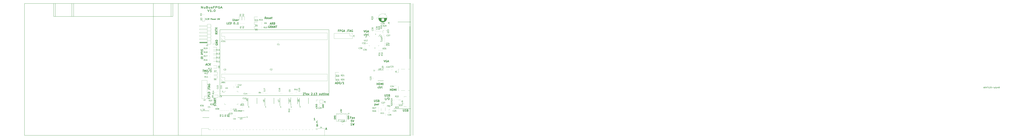
<source format=gbr>
G04 #@! TF.GenerationSoftware,KiCad,Pcbnew,5.0.2+dfsg1-1~bpo9+1*
G04 #@! TF.CreationDate,2022-01-29T10:57:36+01:00*
G04 #@! TF.ProjectId,nubus-to-ztex,6e756275-732d-4746-9f2d-7a7465782e6b,rev?*
G04 #@! TF.SameCoordinates,Original*
G04 #@! TF.FileFunction,Legend,Top*
G04 #@! TF.FilePolarity,Positive*
%FSLAX46Y46*%
G04 Gerber Fmt 4.6, Leading zero omitted, Abs format (unit mm)*
G04 Created by KiCad (PCBNEW 5.0.2+dfsg1-1~bpo9+1) date Sat Jan 29 10:57:36 2022*
%MOMM*%
%LPD*%
G01*
G04 APERTURE LIST*
%ADD10C,0.250000*%
%ADD11C,0.200000*%
%ADD12C,0.300000*%
%ADD13C,0.120000*%
%ADD14C,0.150000*%
%ADD15C,0.127000*%
%ADD16C,0.100000*%
G04 APERTURE END LIST*
D10*
X116416889Y-14952380D02*
X117035937Y-14952380D01*
X116654985Y-15333333D01*
X116797842Y-15333333D01*
X116887127Y-15380952D01*
X116928794Y-15428571D01*
X116964508Y-15523809D01*
X116934747Y-15761904D01*
X116875223Y-15857142D01*
X116821651Y-15904761D01*
X116720461Y-15952380D01*
X116434747Y-15952380D01*
X116345461Y-15904761D01*
X116303794Y-15857142D01*
X117351413Y-15857142D02*
X117393080Y-15904761D01*
X117339508Y-15952380D01*
X117297842Y-15904761D01*
X117351413Y-15857142D01*
X117339508Y-15952380D01*
X117845461Y-14952380D02*
X118464508Y-14952380D01*
X118083556Y-15333333D01*
X118226413Y-15333333D01*
X118315699Y-15380952D01*
X118357366Y-15428571D01*
X118393080Y-15523809D01*
X118363318Y-15761904D01*
X118303794Y-15857142D01*
X118250223Y-15904761D01*
X118149032Y-15952380D01*
X117863318Y-15952380D01*
X117774032Y-15904761D01*
X117732366Y-15857142D01*
X118750223Y-14952380D02*
X118958556Y-15952380D01*
X119416889Y-14952380D01*
X120387127Y-15952380D02*
X120512127Y-14952380D01*
X120893080Y-14952380D01*
X120982366Y-15000000D01*
X121024032Y-15047619D01*
X121059747Y-15142857D01*
X121041889Y-15285714D01*
X120982366Y-15380952D01*
X120928794Y-15428571D01*
X120827604Y-15476190D01*
X120446651Y-15476190D01*
X121529985Y-15952380D02*
X121440699Y-15904761D01*
X121399032Y-15857142D01*
X121363318Y-15761904D01*
X121399032Y-15476190D01*
X121458556Y-15380952D01*
X121512127Y-15333333D01*
X121613318Y-15285714D01*
X121756175Y-15285714D01*
X121845461Y-15333333D01*
X121887127Y-15380952D01*
X121922842Y-15476190D01*
X121887127Y-15761904D01*
X121827604Y-15857142D01*
X121774032Y-15904761D01*
X121672842Y-15952380D01*
X121529985Y-15952380D01*
X122279985Y-15285714D02*
X122387127Y-15952380D01*
X122637127Y-15476190D01*
X122768080Y-15952380D01*
X123041889Y-15285714D01*
X123726413Y-15904761D02*
X123625223Y-15952380D01*
X123434747Y-15952380D01*
X123345461Y-15904761D01*
X123309747Y-15809523D01*
X123357366Y-15428571D01*
X123416889Y-15333333D01*
X123518080Y-15285714D01*
X123708556Y-15285714D01*
X123797842Y-15333333D01*
X123833556Y-15428571D01*
X123821651Y-15523809D01*
X123333556Y-15619047D01*
X124196651Y-15952380D02*
X124279985Y-15285714D01*
X124256175Y-15476190D02*
X124315699Y-15380952D01*
X124369270Y-15333333D01*
X124470461Y-15285714D01*
X124565699Y-15285714D01*
X125893080Y-14952380D02*
X126083556Y-14952380D01*
X126172842Y-15000000D01*
X126256175Y-15095238D01*
X126279985Y-15285714D01*
X126238318Y-15619047D01*
X126166889Y-15809523D01*
X126059747Y-15904761D01*
X125958556Y-15952380D01*
X125768080Y-15952380D01*
X125678794Y-15904761D01*
X125595461Y-15809523D01*
X125571651Y-15619047D01*
X125613318Y-15285714D01*
X125684747Y-15095238D01*
X125791889Y-15000000D01*
X125893080Y-14952380D01*
X126625223Y-15952380D02*
X126750223Y-14952380D01*
X127196651Y-15952380D01*
X127321651Y-14952380D01*
D11*
X182585714Y-83642380D02*
X182014285Y-83642380D01*
X182300000Y-83642380D02*
X182300000Y-82642380D01*
X182204761Y-82785238D01*
X182109523Y-82880476D01*
X182014285Y-82928095D01*
D12*
X162786785Y-15378571D02*
X162376071Y-14664285D01*
X161929642Y-15378571D02*
X162117142Y-13878571D01*
X162688571Y-13878571D01*
X162822500Y-13950000D01*
X162885000Y-14021428D01*
X162938571Y-14164285D01*
X162911785Y-14378571D01*
X162822500Y-14521428D01*
X162742142Y-14592857D01*
X162590357Y-14664285D01*
X162018928Y-14664285D01*
X164010000Y-15307142D02*
X163858214Y-15378571D01*
X163572500Y-15378571D01*
X163438571Y-15307142D01*
X163385000Y-15164285D01*
X163456428Y-14592857D01*
X163545714Y-14450000D01*
X163697500Y-14378571D01*
X163983214Y-14378571D01*
X164117142Y-14450000D01*
X164170714Y-14592857D01*
X164152857Y-14735714D01*
X163420714Y-14878571D01*
X164652857Y-15307142D02*
X164786785Y-15378571D01*
X165072500Y-15378571D01*
X165224285Y-15307142D01*
X165313571Y-15164285D01*
X165322500Y-15092857D01*
X165268928Y-14950000D01*
X165135000Y-14878571D01*
X164920714Y-14878571D01*
X164786785Y-14807142D01*
X164733214Y-14664285D01*
X164742142Y-14592857D01*
X164831428Y-14450000D01*
X164983214Y-14378571D01*
X165197500Y-14378571D01*
X165331428Y-14450000D01*
X166510000Y-15307142D02*
X166358214Y-15378571D01*
X166072500Y-15378571D01*
X165938571Y-15307142D01*
X165885000Y-15164285D01*
X165956428Y-14592857D01*
X166045714Y-14450000D01*
X166197500Y-14378571D01*
X166483214Y-14378571D01*
X166617142Y-14450000D01*
X166670714Y-14592857D01*
X166652857Y-14735714D01*
X165920714Y-14878571D01*
X167126071Y-14378571D02*
X167697500Y-14378571D01*
X167402857Y-13878571D02*
X167242142Y-15164285D01*
X167295714Y-15307142D01*
X167429642Y-15378571D01*
X167572500Y-15378571D01*
X124357142Y-82461428D02*
X124428571Y-82256071D01*
X124428571Y-81898928D01*
X124357142Y-81747142D01*
X124285714Y-81666785D01*
X124142857Y-81577500D01*
X124000000Y-81559642D01*
X123857142Y-81613214D01*
X123785714Y-81675714D01*
X123714285Y-81809642D01*
X123642857Y-82086428D01*
X123571428Y-82220357D01*
X123500000Y-82282857D01*
X123357142Y-82336428D01*
X123214285Y-82318571D01*
X123071428Y-82229285D01*
X123000000Y-82148928D01*
X122928571Y-81997142D01*
X122928571Y-81640000D01*
X123000000Y-81434642D01*
X122928571Y-80997142D02*
X122928571Y-80140000D01*
X124428571Y-80756071D02*
X122928571Y-80568571D01*
X124000000Y-79845357D02*
X124000000Y-79131071D01*
X124428571Y-80041785D02*
X122928571Y-79354285D01*
X124428571Y-79041785D01*
X124428571Y-77684642D02*
X123714285Y-78095357D01*
X124428571Y-78541785D02*
X122928571Y-78354285D01*
X122928571Y-77782857D01*
X123000000Y-77648928D01*
X123071428Y-77586428D01*
X123214285Y-77532857D01*
X123428571Y-77559642D01*
X123571428Y-77648928D01*
X123642857Y-77729285D01*
X123714285Y-77881071D01*
X123714285Y-78452500D01*
X122928571Y-77068571D02*
X122928571Y-76211428D01*
X124428571Y-76827500D02*
X122928571Y-76640000D01*
X208732857Y-100250000D02*
X209447142Y-100250000D01*
X208590000Y-100678571D02*
X209090000Y-99178571D01*
X209590000Y-100678571D01*
X202337142Y-97352857D02*
X202551428Y-97424285D01*
X202622857Y-97495714D01*
X202694285Y-97638571D01*
X202694285Y-97852857D01*
X202622857Y-97995714D01*
X202551428Y-98067142D01*
X202408571Y-98138571D01*
X201837142Y-98138571D01*
X201837142Y-96638571D01*
X202337142Y-96638571D01*
X202480000Y-96710000D01*
X202551428Y-96781428D01*
X202622857Y-96924285D01*
X202622857Y-97067142D01*
X202551428Y-97210000D01*
X202480000Y-97281428D01*
X202337142Y-97352857D01*
X201837142Y-97352857D01*
X202634285Y-95445714D02*
X202562857Y-95517142D01*
X202348571Y-95588571D01*
X202205714Y-95588571D01*
X201991428Y-95517142D01*
X201848571Y-95374285D01*
X201777142Y-95231428D01*
X201705714Y-94945714D01*
X201705714Y-94731428D01*
X201777142Y-94445714D01*
X201848571Y-94302857D01*
X201991428Y-94160000D01*
X202205714Y-94088571D01*
X202348571Y-94088571D01*
X202562857Y-94160000D01*
X202634285Y-94231428D01*
X200568571Y-93268571D02*
X199711428Y-93268571D01*
X200140000Y-93268571D02*
X200140000Y-91768571D01*
X199997142Y-91982857D01*
X199854285Y-92125714D01*
X199711428Y-92197142D01*
D11*
X113285714Y-85852380D02*
X112714285Y-85852380D01*
X113000000Y-85852380D02*
X113000000Y-84852380D01*
X112904761Y-84995238D01*
X112809523Y-85090476D01*
X112714285Y-85138095D01*
X148685714Y-91442380D02*
X148114285Y-91442380D01*
X148400000Y-91442380D02*
X148400000Y-90442380D01*
X148304761Y-90585238D01*
X148209523Y-90680476D01*
X148114285Y-90728095D01*
D12*
X114301428Y-54678571D02*
X115158571Y-54678571D01*
X114542500Y-56178571D02*
X114730000Y-54678571D01*
X115471071Y-56178571D02*
X115658571Y-54678571D01*
X116024642Y-55750000D01*
X116658571Y-54678571D01*
X116471071Y-56178571D01*
X117658571Y-54678571D02*
X117801428Y-54678571D01*
X117935357Y-54750000D01*
X117997857Y-54821428D01*
X118051428Y-54964285D01*
X118087142Y-55250000D01*
X118042500Y-55607142D01*
X117935357Y-55892857D01*
X117846071Y-56035714D01*
X117765714Y-56107142D01*
X117613928Y-56178571D01*
X117471071Y-56178571D01*
X117337142Y-56107142D01*
X117274642Y-56035714D01*
X117221071Y-55892857D01*
X117185357Y-55607142D01*
X117230000Y-55250000D01*
X117337142Y-54964285D01*
X117426428Y-54821428D01*
X117506785Y-54750000D01*
X117658571Y-54678571D01*
X119881785Y-54607142D02*
X118355000Y-56535714D01*
X120971071Y-56178571D02*
X120113928Y-56178571D01*
X120542500Y-56178571D02*
X120730000Y-54678571D01*
X120560357Y-54892857D01*
X120399642Y-55035714D01*
X120247857Y-55107142D01*
D11*
X189385714Y-83442380D02*
X188814285Y-83442380D01*
X189100000Y-83442380D02*
X189100000Y-82442380D01*
X189004761Y-82585238D01*
X188909523Y-82680476D01*
X188814285Y-82728095D01*
D12*
X166040357Y-19225000D02*
X166754642Y-19225000D01*
X165843928Y-19653571D02*
X166531428Y-18153571D01*
X166843928Y-19653571D01*
X168201071Y-19653571D02*
X167790357Y-18939285D01*
X167343928Y-19653571D02*
X167531428Y-18153571D01*
X168102857Y-18153571D01*
X168236785Y-18225000D01*
X168299285Y-18296428D01*
X168352857Y-18439285D01*
X168326071Y-18653571D01*
X168236785Y-18796428D01*
X168156428Y-18867857D01*
X168004642Y-18939285D01*
X167433214Y-18939285D01*
X169442142Y-18867857D02*
X169647500Y-18939285D01*
X169710000Y-19010714D01*
X169763571Y-19153571D01*
X169736785Y-19367857D01*
X169647500Y-19510714D01*
X169567142Y-19582142D01*
X169415357Y-19653571D01*
X168843928Y-19653571D01*
X169031428Y-18153571D01*
X169531428Y-18153571D01*
X169665357Y-18225000D01*
X169727857Y-18296428D01*
X169781428Y-18439285D01*
X169763571Y-18582142D01*
X169674285Y-18725000D01*
X169593928Y-18796428D01*
X169442142Y-18867857D01*
X168942142Y-18867857D01*
X165665357Y-20775000D02*
X165531428Y-20703571D01*
X165317142Y-20703571D01*
X165093928Y-20775000D01*
X164933214Y-20917857D01*
X164843928Y-21060714D01*
X164736785Y-21346428D01*
X164710000Y-21560714D01*
X164745714Y-21846428D01*
X164799285Y-21989285D01*
X164924285Y-22132142D01*
X165129642Y-22203571D01*
X165272500Y-22203571D01*
X165495714Y-22132142D01*
X165576071Y-22060714D01*
X165638571Y-21560714D01*
X165352857Y-21560714D01*
X167058214Y-22203571D02*
X166647500Y-21489285D01*
X166201071Y-22203571D02*
X166388571Y-20703571D01*
X166960000Y-20703571D01*
X167093928Y-20775000D01*
X167156428Y-20846428D01*
X167210000Y-20989285D01*
X167183214Y-21203571D01*
X167093928Y-21346428D01*
X167013571Y-21417857D01*
X166861785Y-21489285D01*
X166290357Y-21489285D01*
X167683214Y-21775000D02*
X168397500Y-21775000D01*
X167486785Y-22203571D02*
X168174285Y-20703571D01*
X168486785Y-22203571D01*
X168986785Y-22203571D02*
X169174285Y-20703571D01*
X169843928Y-22203571D01*
X170031428Y-20703571D01*
X170531428Y-20703571D02*
X171388571Y-20703571D01*
X170772500Y-22203571D02*
X170960000Y-20703571D01*
X216186071Y-65060000D02*
X216900357Y-65060000D01*
X215989642Y-65488571D02*
X216677142Y-63988571D01*
X216989642Y-65488571D01*
X217489642Y-65488571D02*
X217677142Y-63988571D01*
X218034285Y-63988571D01*
X218239642Y-64060000D01*
X218364642Y-64202857D01*
X218418214Y-64345714D01*
X218453928Y-64631428D01*
X218427142Y-64845714D01*
X218320000Y-65131428D01*
X218230714Y-65274285D01*
X218070000Y-65417142D01*
X217846785Y-65488571D01*
X217489642Y-65488571D01*
X219462857Y-63988571D02*
X219605714Y-63988571D01*
X219739642Y-64060000D01*
X219802142Y-64131428D01*
X219855714Y-64274285D01*
X219891428Y-64560000D01*
X219846785Y-64917142D01*
X219739642Y-65202857D01*
X219650357Y-65345714D01*
X219570000Y-65417142D01*
X219418214Y-65488571D01*
X219275357Y-65488571D01*
X219141428Y-65417142D01*
X219078928Y-65345714D01*
X219025357Y-65202857D01*
X218989642Y-64917142D01*
X219034285Y-64560000D01*
X219141428Y-64274285D01*
X219230714Y-64131428D01*
X219311071Y-64060000D01*
X219462857Y-63988571D01*
X221686071Y-63917142D02*
X220159285Y-65845714D01*
X222775357Y-65488571D02*
X221918214Y-65488571D01*
X222346785Y-65488571D02*
X222534285Y-63988571D01*
X222364642Y-64202857D01*
X222203928Y-64345714D01*
X222052142Y-64417142D01*
X116650357Y-50770000D02*
X117364642Y-50770000D01*
X116453928Y-51198571D02*
X117141428Y-49698571D01*
X117453928Y-51198571D01*
X118828928Y-51055714D02*
X118748571Y-51127142D01*
X118525357Y-51198571D01*
X118382500Y-51198571D01*
X118177142Y-51127142D01*
X118052142Y-50984285D01*
X117998571Y-50841428D01*
X117962857Y-50555714D01*
X117989642Y-50341428D01*
X118096785Y-50055714D01*
X118186071Y-49912857D01*
X118346785Y-49770000D01*
X118570000Y-49698571D01*
X118712857Y-49698571D01*
X118918214Y-49770000D01*
X118980714Y-49841428D01*
X119453928Y-51198571D02*
X119641428Y-49698571D01*
X120311071Y-51198571D02*
X119775357Y-50341428D01*
X120498571Y-49698571D02*
X119534285Y-50555714D01*
X112992857Y-38845714D02*
X112921428Y-39051071D01*
X112921428Y-39408214D01*
X112992857Y-39560000D01*
X113064285Y-39640357D01*
X113207142Y-39729642D01*
X113350000Y-39747500D01*
X113492857Y-39693928D01*
X113564285Y-39631428D01*
X113635714Y-39497500D01*
X113707142Y-39220714D01*
X113778571Y-39086785D01*
X113850000Y-39024285D01*
X113992857Y-38970714D01*
X114135714Y-38988571D01*
X114278571Y-39077857D01*
X114350000Y-39158214D01*
X114421428Y-39310000D01*
X114421428Y-39667142D01*
X114350000Y-39872500D01*
X112921428Y-40551071D02*
X112992857Y-40417142D01*
X113135714Y-40363571D01*
X114421428Y-40524285D01*
X112921428Y-41336785D02*
X112992857Y-41202857D01*
X113064285Y-41140357D01*
X113207142Y-41086785D01*
X113635714Y-41140357D01*
X113778571Y-41229642D01*
X113850000Y-41310000D01*
X113921428Y-41461785D01*
X113921428Y-41676071D01*
X113850000Y-41810000D01*
X113778571Y-41872500D01*
X113635714Y-41926071D01*
X113207142Y-41872500D01*
X113064285Y-41783214D01*
X112992857Y-41702857D01*
X112921428Y-41551071D01*
X112921428Y-41336785D01*
X113921428Y-42390357D02*
X113921428Y-42961785D01*
X114421428Y-42667142D02*
X113135714Y-42506428D01*
X112992857Y-42560000D01*
X112921428Y-42693928D01*
X112921428Y-42836785D01*
X112921428Y-44479642D02*
X114421428Y-44667142D01*
X112921428Y-45193928D02*
X114421428Y-45381428D01*
X114421428Y-45738571D01*
X114350000Y-45943928D01*
X114207142Y-46068928D01*
X114064285Y-46122500D01*
X113778571Y-46158214D01*
X113564285Y-46131428D01*
X113278571Y-46024285D01*
X113135714Y-45935000D01*
X112992857Y-45774285D01*
X112921428Y-45551071D01*
X112921428Y-45193928D01*
D11*
X275770000Y-105080000D02*
X275770000Y-3480000D01*
X274170000Y-84560000D02*
X261140000Y-84560000D01*
X239935714Y-29802380D02*
X239364285Y-29802380D01*
X239650000Y-29802380D02*
X239650000Y-28802380D01*
X239554761Y-28945238D01*
X239459523Y-29040476D01*
X239364285Y-29088095D01*
X246185714Y-55552380D02*
X245614285Y-55552380D01*
X245900000Y-55552380D02*
X245900000Y-54552380D01*
X245804761Y-54695238D01*
X245709523Y-54790476D01*
X245614285Y-54838095D01*
X268005714Y-81092380D02*
X267434285Y-81092380D01*
X267720000Y-81092380D02*
X267720000Y-80092380D01*
X267624761Y-80235238D01*
X267529523Y-80330476D01*
X267434285Y-80378095D01*
X174485714Y-83602380D02*
X173914285Y-83602380D01*
X174200000Y-83602380D02*
X174200000Y-82602380D01*
X174104761Y-82745238D01*
X174009523Y-82840476D01*
X173914285Y-82888095D01*
X162935714Y-83502380D02*
X162364285Y-83502380D01*
X162650000Y-83502380D02*
X162650000Y-82502380D01*
X162554761Y-82645238D01*
X162459523Y-82740476D01*
X162364285Y-82788095D01*
X149935714Y-83552380D02*
X149364285Y-83552380D01*
X149650000Y-83552380D02*
X149650000Y-82552380D01*
X149554761Y-82695238D01*
X149459523Y-82790476D01*
X149364285Y-82838095D01*
X129985714Y-71752380D02*
X129414285Y-71752380D01*
X129700000Y-71752380D02*
X129700000Y-70752380D01*
X129604761Y-70895238D01*
X129509523Y-70990476D01*
X129414285Y-71038095D01*
D10*
X220631428Y-87605714D02*
X220631428Y-86843809D01*
X221012380Y-87224761D02*
X220250476Y-87224761D01*
X220012380Y-85891428D02*
X220012380Y-86367619D01*
X220488571Y-86415238D01*
X220440952Y-86367619D01*
X220393333Y-86272380D01*
X220393333Y-86034285D01*
X220440952Y-85939047D01*
X220488571Y-85891428D01*
X220583809Y-85843809D01*
X220821904Y-85843809D01*
X220917142Y-85891428D01*
X220964761Y-85939047D01*
X221012380Y-86034285D01*
X221012380Y-86272380D01*
X220964761Y-86367619D01*
X220917142Y-86415238D01*
X220012380Y-85558095D02*
X221012380Y-85224761D01*
X220012380Y-84891428D01*
X225620000Y-92021904D02*
X225572380Y-92117142D01*
X225572380Y-92260000D01*
X225620000Y-92402857D01*
X225715238Y-92498095D01*
X225810476Y-92545714D01*
X226000952Y-92593333D01*
X226143809Y-92593333D01*
X226334285Y-92545714D01*
X226429523Y-92498095D01*
X226524761Y-92402857D01*
X226572380Y-92260000D01*
X226572380Y-92164761D01*
X226524761Y-92021904D01*
X226477142Y-91974285D01*
X226143809Y-91974285D01*
X226143809Y-92164761D01*
X226572380Y-91545714D02*
X225572380Y-91545714D01*
X226572380Y-90974285D01*
X225572380Y-90974285D01*
X226572380Y-90498095D02*
X225572380Y-90498095D01*
X225572380Y-90260000D01*
X225620000Y-90117142D01*
X225715238Y-90021904D01*
X225810476Y-89974285D01*
X226000952Y-89926666D01*
X226143809Y-89926666D01*
X226334285Y-89974285D01*
X226429523Y-90021904D01*
X226524761Y-90117142D01*
X226572380Y-90260000D01*
X226572380Y-90498095D01*
X215220000Y-92021904D02*
X215172380Y-92117142D01*
X215172380Y-92260000D01*
X215220000Y-92402857D01*
X215315238Y-92498095D01*
X215410476Y-92545714D01*
X215600952Y-92593333D01*
X215743809Y-92593333D01*
X215934285Y-92545714D01*
X216029523Y-92498095D01*
X216124761Y-92402857D01*
X216172380Y-92260000D01*
X216172380Y-92164761D01*
X216124761Y-92021904D01*
X216077142Y-91974285D01*
X215743809Y-91974285D01*
X215743809Y-92164761D01*
X216172380Y-91545714D02*
X215172380Y-91545714D01*
X216172380Y-90974285D01*
X215172380Y-90974285D01*
X216172380Y-90498095D02*
X215172380Y-90498095D01*
X215172380Y-90260000D01*
X215220000Y-90117142D01*
X215315238Y-90021904D01*
X215410476Y-89974285D01*
X215600952Y-89926666D01*
X215743809Y-89926666D01*
X215934285Y-89974285D01*
X216029523Y-90021904D01*
X216124761Y-90117142D01*
X216172380Y-90260000D01*
X216172380Y-90498095D01*
X206200000Y-83261904D02*
X206152380Y-83357142D01*
X206152380Y-83500000D01*
X206200000Y-83642857D01*
X206295238Y-83738095D01*
X206390476Y-83785714D01*
X206580952Y-83833333D01*
X206723809Y-83833333D01*
X206914285Y-83785714D01*
X207009523Y-83738095D01*
X207104761Y-83642857D01*
X207152380Y-83500000D01*
X207152380Y-83404761D01*
X207104761Y-83261904D01*
X207057142Y-83214285D01*
X206723809Y-83214285D01*
X206723809Y-83404761D01*
X207152380Y-82785714D02*
X206152380Y-82785714D01*
X207152380Y-82214285D01*
X206152380Y-82214285D01*
X207152380Y-81738095D02*
X206152380Y-81738095D01*
X206152380Y-81500000D01*
X206200000Y-81357142D01*
X206295238Y-81261904D01*
X206390476Y-81214285D01*
X206580952Y-81166666D01*
X206723809Y-81166666D01*
X206914285Y-81214285D01*
X207009523Y-81261904D01*
X207104761Y-81357142D01*
X207152380Y-81500000D01*
X207152380Y-81738095D01*
X201771428Y-84661904D02*
X201771428Y-83900000D01*
X202152380Y-84280952D02*
X201390476Y-84280952D01*
X201152380Y-83519047D02*
X201152380Y-82900000D01*
X201533333Y-83233333D01*
X201533333Y-83090476D01*
X201580952Y-82995238D01*
X201628571Y-82947619D01*
X201723809Y-82900000D01*
X201961904Y-82900000D01*
X202057142Y-82947619D01*
X202104761Y-82995238D01*
X202152380Y-83090476D01*
X202152380Y-83376190D01*
X202104761Y-83471428D01*
X202057142Y-83519047D01*
X201152380Y-82614285D02*
X202152380Y-82280952D01*
X201152380Y-81947619D01*
X201152380Y-81709523D02*
X201152380Y-81090476D01*
X201533333Y-81423809D01*
X201533333Y-81280952D01*
X201580952Y-81185714D01*
X201628571Y-81138095D01*
X201723809Y-81090476D01*
X201961904Y-81090476D01*
X202057142Y-81138095D01*
X202104761Y-81185714D01*
X202152380Y-81280952D01*
X202152380Y-81566666D01*
X202104761Y-81661904D01*
X202057142Y-81709523D01*
D12*
X119735714Y-75900000D02*
X119807142Y-75971428D01*
X119878571Y-76185714D01*
X119878571Y-76328571D01*
X119807142Y-76542857D01*
X119664285Y-76685714D01*
X119521428Y-76757142D01*
X119235714Y-76828571D01*
X119021428Y-76828571D01*
X118735714Y-76757142D01*
X118592857Y-76685714D01*
X118450000Y-76542857D01*
X118378571Y-76328571D01*
X118378571Y-76185714D01*
X118450000Y-75971428D01*
X118521428Y-75900000D01*
X119878571Y-75257142D02*
X118378571Y-75257142D01*
X118378571Y-74685714D01*
X118450000Y-74542857D01*
X118521428Y-74471428D01*
X118664285Y-74400000D01*
X118878571Y-74400000D01*
X119021428Y-74471428D01*
X119092857Y-74542857D01*
X119164285Y-74685714D01*
X119164285Y-75257142D01*
X119878571Y-73042857D02*
X119878571Y-73757142D01*
X118378571Y-73757142D01*
X119878571Y-72542857D02*
X118378571Y-72542857D01*
X118378571Y-72185714D01*
X118450000Y-71971428D01*
X118592857Y-71828571D01*
X118735714Y-71757142D01*
X119021428Y-71685714D01*
X119235714Y-71685714D01*
X119521428Y-71757142D01*
X119664285Y-71828571D01*
X119807142Y-71971428D01*
X119878571Y-72185714D01*
X119878571Y-72542857D01*
X118378571Y-69471428D02*
X119450000Y-69471428D01*
X119664285Y-69542857D01*
X119807142Y-69685714D01*
X119878571Y-69900000D01*
X119878571Y-70042857D01*
X118378571Y-68971428D02*
X118378571Y-68114285D01*
X119878571Y-68542857D02*
X118378571Y-68542857D01*
X119450000Y-67685714D02*
X119450000Y-66971428D01*
X119878571Y-67828571D02*
X118378571Y-67328571D01*
X119878571Y-66828571D01*
X118450000Y-65542857D02*
X118378571Y-65685714D01*
X118378571Y-65900000D01*
X118450000Y-66114285D01*
X118592857Y-66257142D01*
X118735714Y-66328571D01*
X119021428Y-66400000D01*
X119235714Y-66400000D01*
X119521428Y-66328571D01*
X119664285Y-66257142D01*
X119807142Y-66114285D01*
X119878571Y-65900000D01*
X119878571Y-65757142D01*
X119807142Y-65542857D01*
X119735714Y-65471428D01*
X119235714Y-65471428D01*
X119235714Y-65757142D01*
X228137142Y-91422857D02*
X227637142Y-91422857D01*
X227637142Y-92208571D02*
X227637142Y-90708571D01*
X228351428Y-90708571D01*
X229565714Y-92208571D02*
X229565714Y-91422857D01*
X229494285Y-91280000D01*
X229351428Y-91208571D01*
X229065714Y-91208571D01*
X228922857Y-91280000D01*
X229565714Y-92137142D02*
X229422857Y-92208571D01*
X229065714Y-92208571D01*
X228922857Y-92137142D01*
X228851428Y-91994285D01*
X228851428Y-91851428D01*
X228922857Y-91708571D01*
X229065714Y-91637142D01*
X229422857Y-91637142D01*
X229565714Y-91565714D01*
X230280000Y-91208571D02*
X230280000Y-92208571D01*
X230280000Y-91351428D02*
X230351428Y-91280000D01*
X230494285Y-91208571D01*
X230708571Y-91208571D01*
X230851428Y-91280000D01*
X230922857Y-91422857D01*
X230922857Y-92208571D01*
X228994285Y-93258571D02*
X228280000Y-93258571D01*
X228208571Y-93972857D01*
X228280000Y-93901428D01*
X228422857Y-93830000D01*
X228780000Y-93830000D01*
X228922857Y-93901428D01*
X228994285Y-93972857D01*
X229065714Y-94115714D01*
X229065714Y-94472857D01*
X228994285Y-94615714D01*
X228922857Y-94687142D01*
X228780000Y-94758571D01*
X228422857Y-94758571D01*
X228280000Y-94687142D01*
X228208571Y-94615714D01*
X229494285Y-93258571D02*
X229994285Y-94758571D01*
X230494285Y-93258571D01*
X228851428Y-97308571D02*
X227994285Y-97308571D01*
X228422857Y-97308571D02*
X228422857Y-95808571D01*
X228280000Y-96022857D01*
X228137142Y-96165714D01*
X227994285Y-96237142D01*
X229351428Y-95808571D02*
X229708571Y-97308571D01*
X229994285Y-96237142D01*
X230280000Y-97308571D01*
X230637142Y-95808571D01*
D11*
X211270000Y-74450000D02*
X211270000Y-23650000D01*
D12*
X113195238Y-7203571D02*
X113195238Y-5703571D01*
X114338095Y-7203571D01*
X114338095Y-5703571D01*
X116147619Y-6203571D02*
X116147619Y-7203571D01*
X115290476Y-6203571D02*
X115290476Y-6989285D01*
X115385714Y-7132142D01*
X115576190Y-7203571D01*
X115861904Y-7203571D01*
X116052380Y-7132142D01*
X116147619Y-7060714D01*
X117766666Y-6417857D02*
X118052380Y-6489285D01*
X118147619Y-6560714D01*
X118242857Y-6703571D01*
X118242857Y-6917857D01*
X118147619Y-7060714D01*
X118052380Y-7132142D01*
X117861904Y-7203571D01*
X117099999Y-7203571D01*
X117099999Y-5703571D01*
X117766666Y-5703571D01*
X117957142Y-5775000D01*
X118052380Y-5846428D01*
X118147619Y-5989285D01*
X118147619Y-6132142D01*
X118052380Y-6275000D01*
X117957142Y-6346428D01*
X117766666Y-6417857D01*
X117099999Y-6417857D01*
X119957142Y-6203571D02*
X119957142Y-7203571D01*
X119099999Y-6203571D02*
X119099999Y-6989285D01*
X119195238Y-7132142D01*
X119385714Y-7203571D01*
X119671428Y-7203571D01*
X119861904Y-7132142D01*
X119957142Y-7060714D01*
X120814285Y-7132142D02*
X121004761Y-7203571D01*
X121385714Y-7203571D01*
X121576190Y-7132142D01*
X121671428Y-6989285D01*
X121671428Y-6917857D01*
X121576190Y-6775000D01*
X121385714Y-6703571D01*
X121099999Y-6703571D01*
X120909523Y-6632142D01*
X120814285Y-6489285D01*
X120814285Y-6417857D01*
X120909523Y-6275000D01*
X121099999Y-6203571D01*
X121385714Y-6203571D01*
X121576190Y-6275000D01*
X123195238Y-6417857D02*
X122528571Y-6417857D01*
X122528571Y-7203571D02*
X122528571Y-5703571D01*
X123480952Y-5703571D01*
X124242857Y-7203571D02*
X124242857Y-5703571D01*
X125004761Y-5703571D01*
X125195238Y-5775000D01*
X125290476Y-5846428D01*
X125385714Y-5989285D01*
X125385714Y-6203571D01*
X125290476Y-6346428D01*
X125195238Y-6417857D01*
X125004761Y-6489285D01*
X124242857Y-6489285D01*
X127290476Y-5775000D02*
X127100000Y-5703571D01*
X126814285Y-5703571D01*
X126528571Y-5775000D01*
X126338095Y-5917857D01*
X126242857Y-6060714D01*
X126147619Y-6346428D01*
X126147619Y-6560714D01*
X126242857Y-6846428D01*
X126338095Y-6989285D01*
X126528571Y-7132142D01*
X126814285Y-7203571D01*
X127004761Y-7203571D01*
X127290476Y-7132142D01*
X127385714Y-7060714D01*
X127385714Y-6560714D01*
X127004761Y-6560714D01*
X128147619Y-6775000D02*
X129100000Y-6775000D01*
X127957142Y-7203571D02*
X128623809Y-5703571D01*
X129290476Y-7203571D01*
X118052380Y-8253571D02*
X118719047Y-9753571D01*
X119385714Y-8253571D01*
X121100000Y-9753571D02*
X119957142Y-9753571D01*
X120528571Y-9753571D02*
X120528571Y-8253571D01*
X120338095Y-8467857D01*
X120147619Y-8610714D01*
X119957142Y-8682142D01*
X121957142Y-9610714D02*
X122052380Y-9682142D01*
X121957142Y-9753571D01*
X121861904Y-9682142D01*
X121957142Y-9610714D01*
X121957142Y-9753571D01*
X123290476Y-8253571D02*
X123480952Y-8253571D01*
X123671428Y-8325000D01*
X123766666Y-8396428D01*
X123861904Y-8539285D01*
X123957142Y-8825000D01*
X123957142Y-9182142D01*
X123861904Y-9467857D01*
X123766666Y-9610714D01*
X123671428Y-9682142D01*
X123480952Y-9753571D01*
X123290476Y-9753571D01*
X123100000Y-9682142D01*
X123004761Y-9610714D01*
X122909523Y-9467857D01*
X122814285Y-9182142D01*
X122814285Y-8825000D01*
X122909523Y-8539285D01*
X123004761Y-8396428D01*
X123100000Y-8325000D01*
X123290476Y-8253571D01*
X268247142Y-85148571D02*
X268247142Y-86362857D01*
X268318571Y-86505714D01*
X268390000Y-86577142D01*
X268532857Y-86648571D01*
X268818571Y-86648571D01*
X268961428Y-86577142D01*
X269032857Y-86505714D01*
X269104285Y-86362857D01*
X269104285Y-85148571D01*
X269747142Y-86577142D02*
X269961428Y-86648571D01*
X270318571Y-86648571D01*
X270461428Y-86577142D01*
X270532857Y-86505714D01*
X270604285Y-86362857D01*
X270604285Y-86220000D01*
X270532857Y-86077142D01*
X270461428Y-86005714D01*
X270318571Y-85934285D01*
X270032857Y-85862857D01*
X269890000Y-85791428D01*
X269818571Y-85720000D01*
X269747142Y-85577142D01*
X269747142Y-85434285D01*
X269818571Y-85291428D01*
X269890000Y-85220000D01*
X270032857Y-85148571D01*
X270390000Y-85148571D01*
X270604285Y-85220000D01*
X271747142Y-85862857D02*
X271961428Y-85934285D01*
X272032857Y-86005714D01*
X272104285Y-86148571D01*
X272104285Y-86362857D01*
X272032857Y-86505714D01*
X271961428Y-86577142D01*
X271818571Y-86648571D01*
X271247142Y-86648571D01*
X271247142Y-85148571D01*
X271747142Y-85148571D01*
X271890000Y-85220000D01*
X271961428Y-85291428D01*
X272032857Y-85434285D01*
X272032857Y-85577142D01*
X271961428Y-85720000D01*
X271890000Y-85791428D01*
X271747142Y-85862857D01*
X271247142Y-85862857D01*
X258207142Y-70678571D02*
X258207142Y-69178571D01*
X258207142Y-69892857D02*
X259064285Y-69892857D01*
X259064285Y-70678571D02*
X259064285Y-69178571D01*
X259778571Y-70678571D02*
X259778571Y-69178571D01*
X260135714Y-69178571D01*
X260350000Y-69250000D01*
X260492857Y-69392857D01*
X260564285Y-69535714D01*
X260635714Y-69821428D01*
X260635714Y-70035714D01*
X260564285Y-70321428D01*
X260492857Y-70464285D01*
X260350000Y-70607142D01*
X260135714Y-70678571D01*
X259778571Y-70678571D01*
X261278571Y-70678571D02*
X261278571Y-69178571D01*
X261778571Y-70250000D01*
X262278571Y-69178571D01*
X262278571Y-70678571D01*
X262992857Y-70678571D02*
X262992857Y-69178571D01*
X253407142Y-47178571D02*
X253907142Y-48678571D01*
X254407142Y-47178571D01*
X255692857Y-47250000D02*
X255550000Y-47178571D01*
X255335714Y-47178571D01*
X255121428Y-47250000D01*
X254978571Y-47392857D01*
X254907142Y-47535714D01*
X254835714Y-47821428D01*
X254835714Y-48035714D01*
X254907142Y-48321428D01*
X254978571Y-48464285D01*
X255121428Y-48607142D01*
X255335714Y-48678571D01*
X255478571Y-48678571D01*
X255692857Y-48607142D01*
X255764285Y-48535714D01*
X255764285Y-48035714D01*
X255478571Y-48035714D01*
X256335714Y-48250000D02*
X257050000Y-48250000D01*
X256192857Y-48678571D02*
X256692857Y-47178571D01*
X257192857Y-48678571D01*
X191318571Y-72428571D02*
X192318571Y-72428571D01*
X191318571Y-73928571D01*
X192318571Y-73928571D01*
X192675714Y-72428571D02*
X193532857Y-72428571D01*
X193104285Y-73928571D02*
X193104285Y-72428571D01*
X194604285Y-73857142D02*
X194461428Y-73928571D01*
X194175714Y-73928571D01*
X194032857Y-73857142D01*
X193961428Y-73714285D01*
X193961428Y-73142857D01*
X194032857Y-73000000D01*
X194175714Y-72928571D01*
X194461428Y-72928571D01*
X194604285Y-73000000D01*
X194675714Y-73142857D01*
X194675714Y-73285714D01*
X193961428Y-73428571D01*
X195175714Y-73928571D02*
X195961428Y-72928571D01*
X195175714Y-72928571D02*
X195961428Y-73928571D01*
X197604285Y-72571428D02*
X197675714Y-72500000D01*
X197818571Y-72428571D01*
X198175714Y-72428571D01*
X198318571Y-72500000D01*
X198390000Y-72571428D01*
X198461428Y-72714285D01*
X198461428Y-72857142D01*
X198390000Y-73071428D01*
X197532857Y-73928571D01*
X198461428Y-73928571D01*
X199104285Y-73785714D02*
X199175714Y-73857142D01*
X199104285Y-73928571D01*
X199032857Y-73857142D01*
X199104285Y-73785714D01*
X199104285Y-73928571D01*
X200604285Y-73928571D02*
X199747142Y-73928571D01*
X200175714Y-73928571D02*
X200175714Y-72428571D01*
X200032857Y-72642857D01*
X199890000Y-72785714D01*
X199747142Y-72857142D01*
X201104285Y-72428571D02*
X202032857Y-72428571D01*
X201532857Y-73000000D01*
X201747142Y-73000000D01*
X201890000Y-73071428D01*
X201961428Y-73142857D01*
X202032857Y-73285714D01*
X202032857Y-73642857D01*
X201961428Y-73785714D01*
X201890000Y-73857142D01*
X201747142Y-73928571D01*
X201318571Y-73928571D01*
X201175714Y-73857142D01*
X201104285Y-73785714D01*
X204032857Y-73928571D02*
X203890000Y-73857142D01*
X203818571Y-73785714D01*
X203747142Y-73642857D01*
X203747142Y-73214285D01*
X203818571Y-73071428D01*
X203890000Y-73000000D01*
X204032857Y-72928571D01*
X204247142Y-72928571D01*
X204390000Y-73000000D01*
X204461428Y-73071428D01*
X204532857Y-73214285D01*
X204532857Y-73642857D01*
X204461428Y-73785714D01*
X204390000Y-73857142D01*
X204247142Y-73928571D01*
X204032857Y-73928571D01*
X205818571Y-72928571D02*
X205818571Y-73928571D01*
X205175714Y-72928571D02*
X205175714Y-73714285D01*
X205247142Y-73857142D01*
X205390000Y-73928571D01*
X205604285Y-73928571D01*
X205747142Y-73857142D01*
X205818571Y-73785714D01*
X206318571Y-72928571D02*
X206890000Y-72928571D01*
X206532857Y-72428571D02*
X206532857Y-73714285D01*
X206604285Y-73857142D01*
X206747142Y-73928571D01*
X206890000Y-73928571D01*
X207604285Y-73928571D02*
X207461428Y-73857142D01*
X207390000Y-73714285D01*
X207390000Y-72428571D01*
X208175714Y-73928571D02*
X208175714Y-72928571D01*
X208175714Y-72428571D02*
X208104285Y-72500000D01*
X208175714Y-72571428D01*
X208247142Y-72500000D01*
X208175714Y-72428571D01*
X208175714Y-72571428D01*
X208890000Y-72928571D02*
X208890000Y-73928571D01*
X208890000Y-73071428D02*
X208961428Y-73000000D01*
X209104285Y-72928571D01*
X209318571Y-72928571D01*
X209461428Y-73000000D01*
X209532857Y-73142857D01*
X209532857Y-73928571D01*
X210818571Y-73857142D02*
X210675714Y-73928571D01*
X210390000Y-73928571D01*
X210247142Y-73857142D01*
X210175714Y-73714285D01*
X210175714Y-73142857D01*
X210247142Y-73000000D01*
X210390000Y-72928571D01*
X210675714Y-72928571D01*
X210818571Y-73000000D01*
X210890000Y-73142857D01*
X210890000Y-73285714D01*
X210175714Y-73428571D01*
X246027142Y-77793571D02*
X246027142Y-79007857D01*
X246098571Y-79150714D01*
X246170000Y-79222142D01*
X246312857Y-79293571D01*
X246598571Y-79293571D01*
X246741428Y-79222142D01*
X246812857Y-79150714D01*
X246884285Y-79007857D01*
X246884285Y-77793571D01*
X247527142Y-79222142D02*
X247741428Y-79293571D01*
X248098571Y-79293571D01*
X248241428Y-79222142D01*
X248312857Y-79150714D01*
X248384285Y-79007857D01*
X248384285Y-78865000D01*
X248312857Y-78722142D01*
X248241428Y-78650714D01*
X248098571Y-78579285D01*
X247812857Y-78507857D01*
X247670000Y-78436428D01*
X247598571Y-78365000D01*
X247527142Y-78222142D01*
X247527142Y-78079285D01*
X247598571Y-77936428D01*
X247670000Y-77865000D01*
X247812857Y-77793571D01*
X248170000Y-77793571D01*
X248384285Y-77865000D01*
X249527142Y-78507857D02*
X249741428Y-78579285D01*
X249812857Y-78650714D01*
X249884285Y-78793571D01*
X249884285Y-79007857D01*
X249812857Y-79150714D01*
X249741428Y-79222142D01*
X249598571Y-79293571D01*
X249027142Y-79293571D01*
X249027142Y-77793571D01*
X249527142Y-77793571D01*
X249670000Y-77865000D01*
X249741428Y-77936428D01*
X249812857Y-78079285D01*
X249812857Y-78222142D01*
X249741428Y-78365000D01*
X249670000Y-78436428D01*
X249527142Y-78507857D01*
X249027142Y-78507857D01*
X246348571Y-80843571D02*
X246348571Y-82343571D01*
X246348571Y-80915000D02*
X246491428Y-80843571D01*
X246777142Y-80843571D01*
X246920000Y-80915000D01*
X246991428Y-80986428D01*
X247062857Y-81129285D01*
X247062857Y-81557857D01*
X246991428Y-81700714D01*
X246920000Y-81772142D01*
X246777142Y-81843571D01*
X246491428Y-81843571D01*
X246348571Y-81772142D01*
X247562857Y-80843571D02*
X247848571Y-81843571D01*
X248134285Y-81129285D01*
X248420000Y-81843571D01*
X248705714Y-80843571D01*
X249277142Y-81843571D02*
X249277142Y-80843571D01*
X249277142Y-81129285D02*
X249348571Y-80986428D01*
X249420000Y-80915000D01*
X249562857Y-80843571D01*
X249705714Y-80843571D01*
X254107142Y-73603571D02*
X254107142Y-74817857D01*
X254178571Y-74960714D01*
X254250000Y-75032142D01*
X254392857Y-75103571D01*
X254678571Y-75103571D01*
X254821428Y-75032142D01*
X254892857Y-74960714D01*
X254964285Y-74817857D01*
X254964285Y-73603571D01*
X255607142Y-75032142D02*
X255821428Y-75103571D01*
X256178571Y-75103571D01*
X256321428Y-75032142D01*
X256392857Y-74960714D01*
X256464285Y-74817857D01*
X256464285Y-74675000D01*
X256392857Y-74532142D01*
X256321428Y-74460714D01*
X256178571Y-74389285D01*
X255892857Y-74317857D01*
X255750000Y-74246428D01*
X255678571Y-74175000D01*
X255607142Y-74032142D01*
X255607142Y-73889285D01*
X255678571Y-73746428D01*
X255750000Y-73675000D01*
X255892857Y-73603571D01*
X256250000Y-73603571D01*
X256464285Y-73675000D01*
X257607142Y-74317857D02*
X257821428Y-74389285D01*
X257892857Y-74460714D01*
X257964285Y-74603571D01*
X257964285Y-74817857D01*
X257892857Y-74960714D01*
X257821428Y-75032142D01*
X257678571Y-75103571D01*
X257107142Y-75103571D01*
X257107142Y-73603571D01*
X257607142Y-73603571D01*
X257750000Y-73675000D01*
X257821428Y-73746428D01*
X257892857Y-73889285D01*
X257892857Y-74032142D01*
X257821428Y-74175000D01*
X257750000Y-74246428D01*
X257607142Y-74317857D01*
X257107142Y-74317857D01*
X254428571Y-77653571D02*
X254428571Y-76153571D01*
X256214285Y-76082142D02*
X254928571Y-78010714D01*
X257000000Y-76153571D02*
X257285714Y-76153571D01*
X257428571Y-76225000D01*
X257571428Y-76367857D01*
X257642857Y-76653571D01*
X257642857Y-77153571D01*
X257571428Y-77439285D01*
X257428571Y-77582142D01*
X257285714Y-77653571D01*
X257000000Y-77653571D01*
X256857142Y-77582142D01*
X256714285Y-77439285D01*
X256642857Y-77153571D01*
X256642857Y-76653571D01*
X256714285Y-76367857D01*
X256857142Y-76225000D01*
X257000000Y-76153571D01*
X237997142Y-24163571D02*
X238497142Y-25663571D01*
X238997142Y-24163571D01*
X240282857Y-24235000D02*
X240140000Y-24163571D01*
X239925714Y-24163571D01*
X239711428Y-24235000D01*
X239568571Y-24377857D01*
X239497142Y-24520714D01*
X239425714Y-24806428D01*
X239425714Y-25020714D01*
X239497142Y-25306428D01*
X239568571Y-25449285D01*
X239711428Y-25592142D01*
X239925714Y-25663571D01*
X240068571Y-25663571D01*
X240282857Y-25592142D01*
X240354285Y-25520714D01*
X240354285Y-25020714D01*
X240068571Y-25020714D01*
X240925714Y-25235000D02*
X241640000Y-25235000D01*
X240782857Y-25663571D02*
X241282857Y-24163571D01*
X241782857Y-25663571D01*
X238961428Y-28142142D02*
X238818571Y-28213571D01*
X238532857Y-28213571D01*
X238390000Y-28142142D01*
X238318571Y-28070714D01*
X238247142Y-27927857D01*
X238247142Y-27499285D01*
X238318571Y-27356428D01*
X238390000Y-27285000D01*
X238532857Y-27213571D01*
X238818571Y-27213571D01*
X238961428Y-27285000D01*
X239390000Y-27213571D02*
X239961428Y-27213571D01*
X239604285Y-26713571D02*
X239604285Y-27999285D01*
X239675714Y-28142142D01*
X239818571Y-28213571D01*
X239961428Y-28213571D01*
X240461428Y-28213571D02*
X240461428Y-27213571D01*
X240461428Y-27499285D02*
X240532857Y-27356428D01*
X240604285Y-27285000D01*
X240747142Y-27213571D01*
X240890000Y-27213571D01*
X241604285Y-28213571D02*
X241461428Y-28142142D01*
X241390000Y-27999285D01*
X241390000Y-26713571D01*
X248107142Y-66253571D02*
X248107142Y-64753571D01*
X248107142Y-65467857D02*
X248964285Y-65467857D01*
X248964285Y-66253571D02*
X248964285Y-64753571D01*
X249678571Y-66253571D02*
X249678571Y-64753571D01*
X250035714Y-64753571D01*
X250250000Y-64825000D01*
X250392857Y-64967857D01*
X250464285Y-65110714D01*
X250535714Y-65396428D01*
X250535714Y-65610714D01*
X250464285Y-65896428D01*
X250392857Y-66039285D01*
X250250000Y-66182142D01*
X250035714Y-66253571D01*
X249678571Y-66253571D01*
X251178571Y-66253571D02*
X251178571Y-64753571D01*
X251678571Y-65825000D01*
X252178571Y-64753571D01*
X252178571Y-66253571D01*
X252892857Y-66253571D02*
X252892857Y-64753571D01*
X249571428Y-68732142D02*
X249428571Y-68803571D01*
X249142857Y-68803571D01*
X249000000Y-68732142D01*
X248928571Y-68660714D01*
X248857142Y-68517857D01*
X248857142Y-68089285D01*
X248928571Y-67946428D01*
X249000000Y-67875000D01*
X249142857Y-67803571D01*
X249428571Y-67803571D01*
X249571428Y-67875000D01*
X250000000Y-67803571D02*
X250571428Y-67803571D01*
X250214285Y-67303571D02*
X250214285Y-68589285D01*
X250285714Y-68732142D01*
X250428571Y-68803571D01*
X250571428Y-68803571D01*
X251071428Y-68803571D02*
X251071428Y-67803571D01*
X251071428Y-68089285D02*
X251142857Y-67946428D01*
X251214285Y-67875000D01*
X251357142Y-67803571D01*
X251500000Y-67803571D01*
X252214285Y-68803571D02*
X252071428Y-68732142D01*
X252000000Y-68589285D01*
X252000000Y-67303571D01*
X137528571Y-15403571D02*
X137376785Y-16617857D01*
X137430357Y-16760714D01*
X137492857Y-16832142D01*
X137626785Y-16903571D01*
X137912500Y-16903571D01*
X138064285Y-16832142D01*
X138144642Y-16760714D01*
X138233928Y-16617857D01*
X138385714Y-15403571D01*
X138850000Y-16832142D02*
X138983928Y-16903571D01*
X139269642Y-16903571D01*
X139421428Y-16832142D01*
X139510714Y-16689285D01*
X139519642Y-16617857D01*
X139466071Y-16475000D01*
X139332142Y-16403571D01*
X139117857Y-16403571D01*
X138983928Y-16332142D01*
X138930357Y-16189285D01*
X138939285Y-16117857D01*
X139028571Y-15975000D01*
X139180357Y-15903571D01*
X139394642Y-15903571D01*
X139528571Y-15975000D01*
X140707142Y-16832142D02*
X140555357Y-16903571D01*
X140269642Y-16903571D01*
X140135714Y-16832142D01*
X140082142Y-16689285D01*
X140153571Y-16117857D01*
X140242857Y-15975000D01*
X140394642Y-15903571D01*
X140680357Y-15903571D01*
X140814285Y-15975000D01*
X140867857Y-16117857D01*
X140850000Y-16260714D01*
X140117857Y-16403571D01*
X141412500Y-16903571D02*
X141537500Y-15903571D01*
X141501785Y-16189285D02*
X141591071Y-16046428D01*
X141671428Y-15975000D01*
X141823214Y-15903571D01*
X141966071Y-15903571D01*
X133555357Y-19453571D02*
X132841071Y-19453571D01*
X133028571Y-17953571D01*
X134153571Y-18667857D02*
X134653571Y-18667857D01*
X134769642Y-19453571D02*
X134055357Y-19453571D01*
X134242857Y-17953571D01*
X134957142Y-17953571D01*
X135412500Y-19453571D02*
X135600000Y-17953571D01*
X135957142Y-17953571D01*
X136162500Y-18025000D01*
X136287500Y-18167857D01*
X136341071Y-18310714D01*
X136376785Y-18596428D01*
X136350000Y-18810714D01*
X136242857Y-19096428D01*
X136153571Y-19239285D01*
X135992857Y-19382142D01*
X135769642Y-19453571D01*
X135412500Y-19453571D01*
X138528571Y-17953571D02*
X138671428Y-17953571D01*
X138805357Y-18025000D01*
X138867857Y-18096428D01*
X138921428Y-18239285D01*
X138957142Y-18525000D01*
X138912500Y-18882142D01*
X138805357Y-19167857D01*
X138716071Y-19310714D01*
X138635714Y-19382142D01*
X138483928Y-19453571D01*
X138341071Y-19453571D01*
X138207142Y-19382142D01*
X138144642Y-19310714D01*
X138091071Y-19167857D01*
X138055357Y-18882142D01*
X138100000Y-18525000D01*
X138207142Y-18239285D01*
X138296428Y-18096428D01*
X138376785Y-18025000D01*
X138528571Y-17953571D01*
X139501785Y-19310714D02*
X139564285Y-19382142D01*
X139483928Y-19453571D01*
X139421428Y-19382142D01*
X139501785Y-19310714D01*
X139483928Y-19453571D01*
X140216071Y-19310714D02*
X140278571Y-19382142D01*
X140198214Y-19453571D01*
X140135714Y-19382142D01*
X140216071Y-19310714D01*
X140198214Y-19453571D01*
X141698214Y-19453571D02*
X140841071Y-19453571D01*
X141269642Y-19453571D02*
X141457142Y-17953571D01*
X141287500Y-18167857D01*
X141126785Y-18310714D01*
X140975000Y-18382142D01*
X123968571Y-24312857D02*
X123968571Y-23455714D01*
X125468571Y-23884285D02*
X123968571Y-23884285D01*
X123968571Y-23098571D02*
X125468571Y-22098571D01*
X123968571Y-22098571D02*
X125468571Y-23098571D01*
X125538571Y-26230000D02*
X124824285Y-26730000D01*
X125538571Y-27087142D02*
X124038571Y-27087142D01*
X124038571Y-26515714D01*
X124110000Y-26372857D01*
X124181428Y-26301428D01*
X124324285Y-26230000D01*
X124538571Y-26230000D01*
X124681428Y-26301428D01*
X124752857Y-26372857D01*
X124824285Y-26515714D01*
X124824285Y-27087142D01*
X124038571Y-25730000D02*
X125538571Y-24730000D01*
X124038571Y-24730000D02*
X125538571Y-25730000D01*
X124310000Y-34772857D02*
X124238571Y-34915714D01*
X124238571Y-35130000D01*
X124310000Y-35344285D01*
X124452857Y-35487142D01*
X124595714Y-35558571D01*
X124881428Y-35630000D01*
X125095714Y-35630000D01*
X125381428Y-35558571D01*
X125524285Y-35487142D01*
X125667142Y-35344285D01*
X125738571Y-35130000D01*
X125738571Y-34987142D01*
X125667142Y-34772857D01*
X125595714Y-34701428D01*
X125095714Y-34701428D01*
X125095714Y-34987142D01*
X125738571Y-34058571D02*
X124238571Y-34058571D01*
X125738571Y-33201428D01*
X124238571Y-33201428D01*
X125738571Y-32487142D02*
X124238571Y-32487142D01*
X124238571Y-32130000D01*
X124310000Y-31915714D01*
X124452857Y-31772857D01*
X124595714Y-31701428D01*
X124881428Y-31630000D01*
X125095714Y-31630000D01*
X125381428Y-31701428D01*
X125524285Y-31772857D01*
X125667142Y-31915714D01*
X125738571Y-32130000D01*
X125738571Y-32487142D01*
X218844285Y-24502857D02*
X218344285Y-24502857D01*
X218344285Y-25288571D02*
X218344285Y-23788571D01*
X219058571Y-23788571D01*
X219630000Y-25288571D02*
X219630000Y-23788571D01*
X220201428Y-23788571D01*
X220344285Y-23860000D01*
X220415714Y-23931428D01*
X220487142Y-24074285D01*
X220487142Y-24288571D01*
X220415714Y-24431428D01*
X220344285Y-24502857D01*
X220201428Y-24574285D01*
X219630000Y-24574285D01*
X221915714Y-23860000D02*
X221772857Y-23788571D01*
X221558571Y-23788571D01*
X221344285Y-23860000D01*
X221201428Y-24002857D01*
X221130000Y-24145714D01*
X221058571Y-24431428D01*
X221058571Y-24645714D01*
X221130000Y-24931428D01*
X221201428Y-25074285D01*
X221344285Y-25217142D01*
X221558571Y-25288571D01*
X221701428Y-25288571D01*
X221915714Y-25217142D01*
X221987142Y-25145714D01*
X221987142Y-24645714D01*
X221701428Y-24645714D01*
X222558571Y-24860000D02*
X223272857Y-24860000D01*
X222415714Y-25288571D02*
X222915714Y-23788571D01*
X223415714Y-25288571D01*
X225487142Y-23788571D02*
X225487142Y-24860000D01*
X225415714Y-25074285D01*
X225272857Y-25217142D01*
X225058571Y-25288571D01*
X224915714Y-25288571D01*
X225987142Y-23788571D02*
X226844285Y-23788571D01*
X226415714Y-25288571D02*
X226415714Y-23788571D01*
X227272857Y-24860000D02*
X227987142Y-24860000D01*
X227130000Y-25288571D02*
X227630000Y-23788571D01*
X228130000Y-25288571D01*
X229415714Y-23860000D02*
X229272857Y-23788571D01*
X229058571Y-23788571D01*
X228844285Y-23860000D01*
X228701428Y-24002857D01*
X228630000Y-24145714D01*
X228558571Y-24431428D01*
X228558571Y-24645714D01*
X228630000Y-24931428D01*
X228701428Y-25074285D01*
X228844285Y-25217142D01*
X229058571Y-25288571D01*
X229201428Y-25288571D01*
X229415714Y-25217142D01*
X229487142Y-25145714D01*
X229487142Y-24645714D01*
X229201428Y-24645714D01*
D11*
X274170000Y-17750000D02*
X264170000Y-17750000D01*
X15120000Y-3480000D02*
X15120000Y-13480000D01*
X91320000Y-3480000D02*
X91320000Y-13480000D01*
X15120000Y-13480000D02*
X91320000Y-13480000D01*
X15120000Y-13480000D02*
X1120000Y-13480000D01*
X1120000Y-13480000D02*
X1120000Y-3480000D01*
X-170000Y-13480000D02*
X-170000Y-3480000D01*
X13830000Y-13480000D02*
X-170000Y-13480000D01*
X13830000Y-13480000D02*
X90030000Y-13480000D01*
X90030000Y-3480000D02*
X90030000Y-13480000D01*
X13830000Y-3480000D02*
X13830000Y-13480000D01*
X76330000Y-105080000D02*
X76330000Y-3480000D01*
X-22580000Y-105080000D02*
X-22580000Y-3480000D01*
X273330000Y-105080000D02*
X273330000Y-3480000D01*
X95530000Y-105080000D02*
X95530000Y-3480000D01*
X274170000Y-105080000D02*
X-22580000Y-105080000D01*
X274170000Y-3480000D02*
X274170000Y-105080000D01*
X-22580000Y-3480000D02*
X274170000Y-3480000D01*
X127470000Y-74450000D02*
X127470000Y-23650000D01*
X127470000Y-74450000D02*
X211270000Y-74450000D01*
X127470000Y-23650000D02*
X211270000Y-23650000D01*
D13*
G04 #@! TO.C,R36*
X114562779Y-83190000D02*
X114237221Y-83190000D01*
X114562779Y-84210000D02*
X114237221Y-84210000D01*
G04 #@! TO.C,R37*
X120137221Y-79290000D02*
X120462779Y-79290000D01*
X120137221Y-80310000D02*
X120462779Y-80310000D01*
G04 #@! TO.C,R38*
X125662779Y-82790000D02*
X125337221Y-82790000D01*
X125662779Y-83810000D02*
X125337221Y-83810000D01*
G04 #@! TO.C,R39*
X121237221Y-82190000D02*
X121562779Y-82190000D01*
X121237221Y-83210000D02*
X121562779Y-83210000D01*
G04 #@! TO.C,R40*
X182610000Y-85262779D02*
X182610000Y-84937221D01*
X181590000Y-85262779D02*
X181590000Y-84937221D01*
G04 #@! TO.C,R41*
X186262779Y-71810000D02*
X185937221Y-71810000D01*
X186262779Y-70790000D02*
X185937221Y-70790000D01*
G04 #@! TO.C,R42*
X143162779Y-84390000D02*
X142837221Y-84390000D01*
X143162779Y-85410000D02*
X142837221Y-85410000D01*
G04 #@! TO.C,R43*
X144437221Y-82690000D02*
X144762779Y-82690000D01*
X144437221Y-83710000D02*
X144762779Y-83710000D01*
G04 #@! TO.C,R44*
X136410000Y-89762779D02*
X136410000Y-89437221D01*
X135390000Y-89762779D02*
X135390000Y-89437221D01*
G04 #@! TO.C,R45*
X139762779Y-85410000D02*
X139437221Y-85410000D01*
X139762779Y-84390000D02*
X139437221Y-84390000D01*
G04 #@! TO.C,C3*
X131041422Y-55390000D02*
X131558578Y-55390000D01*
X131041422Y-56810000D02*
X131558578Y-56810000D01*
G04 #@! TO.C,D3*
X113840000Y-14500000D02*
X113840000Y-17185000D01*
X113840000Y-17185000D02*
X115760000Y-17185000D01*
X115760000Y-17185000D02*
X115760000Y-14500000D01*
G04 #@! TO.C,R3*
X115310000Y-11837221D02*
X115310000Y-12162779D01*
X114290000Y-11837221D02*
X114290000Y-12162779D01*
G04 #@! TO.C,C5*
X181990000Y-73062779D02*
X181990000Y-72737221D01*
X183010000Y-73062779D02*
X183010000Y-72737221D01*
D14*
G04 #@! TO.C,U2*
X181875000Y-80825000D02*
X182000000Y-80825000D01*
X181875000Y-76175000D02*
X182100000Y-76175000D01*
X187125000Y-76175000D02*
X186900000Y-76175000D01*
X187125000Y-80825000D02*
X186900000Y-80825000D01*
X181875000Y-80825000D02*
X181875000Y-76175000D01*
X187125000Y-80825000D02*
X187125000Y-76175000D01*
X182000000Y-80825000D02*
X182000000Y-82175000D01*
D13*
G04 #@! TO.C,J2*
X117660000Y-62740000D02*
X113540000Y-62740000D01*
X117660000Y-74800000D02*
X117660000Y-62740000D01*
X113540000Y-76860000D02*
X113540000Y-62740000D01*
X117660000Y-74800000D02*
X115600000Y-74800000D01*
X115600000Y-74800000D02*
X115600000Y-76860000D01*
X115600000Y-76860000D02*
X113540000Y-76860000D01*
X117660000Y-75800000D02*
X117660000Y-76860000D01*
X117660000Y-76860000D02*
X116600000Y-76860000D01*
G04 #@! TO.C,U4*
X132040000Y-71090000D02*
X131090000Y-71090000D01*
X131090000Y-71090000D02*
X131090000Y-72040000D01*
X140360000Y-71090000D02*
X141310000Y-71090000D01*
X141310000Y-71090000D02*
X141310000Y-72040000D01*
X132040000Y-81310000D02*
X131090000Y-81310000D01*
X131090000Y-81310000D02*
X131090000Y-80360000D01*
X140360000Y-81310000D02*
X141310000Y-81310000D01*
X141310000Y-81310000D02*
X141310000Y-80360000D01*
X131090000Y-72040000D02*
X129800000Y-72040000D01*
G04 #@! TO.C,C38*
X235750279Y-37110000D02*
X235424721Y-37110000D01*
X235750279Y-36090000D02*
X235424721Y-36090000D01*
G04 #@! TO.C,D10*
X156500000Y-13740000D02*
X153815000Y-13740000D01*
X153815000Y-13740000D02*
X153815000Y-15660000D01*
X153815000Y-15660000D02*
X156500000Y-15660000D01*
G04 #@! TO.C,R15*
X159162779Y-15210000D02*
X158837221Y-15210000D01*
X159162779Y-14190000D02*
X158837221Y-14190000D01*
D14*
G04 #@! TO.C,U6*
X168950000Y-80725000D02*
X168950000Y-76275000D01*
X162050000Y-82250000D02*
X162050000Y-76275000D01*
G04 #@! TO.C,U8*
X188550000Y-82250000D02*
X188550000Y-76275000D01*
X195450000Y-80725000D02*
X195450000Y-76275000D01*
G04 #@! TO.C,U7*
X180450000Y-80725000D02*
X180450000Y-76275000D01*
X173550000Y-82250000D02*
X173550000Y-76275000D01*
G04 #@! TO.C,U5*
X155950000Y-80725000D02*
X155950000Y-76275000D01*
X149050000Y-82250000D02*
X149050000Y-76275000D01*
D13*
G04 #@! TO.C,C4*
X119362779Y-85290000D02*
X119037221Y-85290000D01*
X119362779Y-84270000D02*
X119037221Y-84270000D01*
D14*
G04 #@! TO.C,U1*
X114375000Y-86155000D02*
X114375000Y-86280000D01*
X119025000Y-86155000D02*
X119025000Y-86380000D01*
X119025000Y-91405000D02*
X119025000Y-91180000D01*
X114375000Y-91405000D02*
X114375000Y-91180000D01*
X114375000Y-86155000D02*
X119025000Y-86155000D01*
X114375000Y-91405000D02*
X119025000Y-91405000D01*
X114375000Y-86280000D02*
X113025000Y-86280000D01*
D13*
G04 #@! TO.C,C6*
X139210000Y-90262779D02*
X139210000Y-89937221D01*
X138190000Y-90262779D02*
X138190000Y-89937221D01*
D14*
G04 #@! TO.C,U3*
X146075000Y-91375000D02*
X146075000Y-91250000D01*
X141425000Y-91375000D02*
X141425000Y-91150000D01*
X141425000Y-86125000D02*
X141425000Y-86350000D01*
X146075000Y-86125000D02*
X146075000Y-86350000D01*
X146075000Y-91375000D02*
X141425000Y-91375000D01*
X146075000Y-86125000D02*
X141425000Y-86125000D01*
X146075000Y-91250000D02*
X147425000Y-91250000D01*
D13*
G04 #@! TO.C,C7*
X145210000Y-78577221D02*
X145210000Y-78902779D01*
X144190000Y-78577221D02*
X144190000Y-78902779D01*
G04 #@! TO.C,C11*
X127990000Y-71162779D02*
X127990000Y-70837221D01*
X129010000Y-71162779D02*
X129010000Y-70837221D01*
G04 #@! TO.C,C15*
X136102802Y-86335517D02*
X135777244Y-86335517D01*
X136102802Y-87355517D02*
X135777244Y-87355517D01*
G04 #@! TO.C,C16*
X136102802Y-85605517D02*
X135777244Y-85605517D01*
X136102802Y-84585517D02*
X135777244Y-84585517D01*
G04 #@! TO.C,C13*
X125290000Y-71162779D02*
X125290000Y-70837221D01*
X126310000Y-71162779D02*
X126310000Y-70837221D01*
D11*
G04 #@! TO.C,U9*
X246610000Y-54965000D02*
G75*
G03X246610000Y-54965000I-100000J0D01*
G01*
D15*
X248750000Y-54850000D02*
X253150000Y-54850000D01*
X248750000Y-63050000D02*
X253150000Y-63050000D01*
D13*
G04 #@! TO.C,D4*
X153815000Y-19710000D02*
X156500000Y-19710000D01*
X153815000Y-17790000D02*
X153815000Y-19710000D01*
X156500000Y-17790000D02*
X153815000Y-17790000D01*
G04 #@! TO.C,D5*
X156500000Y-21040000D02*
X153815000Y-21040000D01*
X153815000Y-21040000D02*
X153815000Y-22960000D01*
X153815000Y-22960000D02*
X156500000Y-22960000D01*
G04 #@! TO.C,R9*
X159662779Y-18240000D02*
X159337221Y-18240000D01*
X159662779Y-19260000D02*
X159337221Y-19260000D01*
G04 #@! TO.C,R10*
X159662779Y-22510000D02*
X159337221Y-22510000D01*
X159662779Y-21490000D02*
X159337221Y-21490000D01*
G04 #@! TO.C,D16*
X216065000Y-58460000D02*
X218750000Y-58460000D01*
X216065000Y-56540000D02*
X216065000Y-58460000D01*
X218750000Y-56540000D02*
X216065000Y-56540000D01*
G04 #@! TO.C,D15*
X218750000Y-59790000D02*
X216065000Y-59790000D01*
X216065000Y-59790000D02*
X216065000Y-61710000D01*
X216065000Y-61710000D02*
X218750000Y-61710000D01*
G04 #@! TO.C,R20*
X221912779Y-60240000D02*
X221587221Y-60240000D01*
X221912779Y-61260000D02*
X221587221Y-61260000D01*
G04 #@! TO.C,R21*
X221912779Y-58010000D02*
X221587221Y-58010000D01*
X221912779Y-56990000D02*
X221587221Y-56990000D01*
G04 #@! TO.C,D9*
X123350000Y-75910000D02*
X126035000Y-75910000D01*
X126035000Y-75910000D02*
X126035000Y-73990000D01*
X126035000Y-73990000D02*
X123350000Y-73990000D01*
G04 #@! TO.C,R14*
X124460000Y-71987221D02*
X124460000Y-72312779D01*
X123440000Y-71987221D02*
X123440000Y-72312779D01*
G04 #@! TO.C,D7*
X122760000Y-58290000D02*
X125445000Y-58290000D01*
X125445000Y-58290000D02*
X125445000Y-56370000D01*
X125445000Y-56370000D02*
X122760000Y-56370000D01*
G04 #@! TO.C,R11*
X119847221Y-60590000D02*
X120172779Y-60590000D01*
X119847221Y-59570000D02*
X120172779Y-59570000D01*
G04 #@! TO.C,R12*
X119847221Y-56820000D02*
X120172779Y-56820000D01*
X119847221Y-57840000D02*
X120172779Y-57840000D01*
G04 #@! TO.C,D6*
X125445000Y-59120000D02*
X122760000Y-59120000D01*
X125445000Y-61040000D02*
X125445000Y-59120000D01*
X122760000Y-61040000D02*
X125445000Y-61040000D01*
G04 #@! TO.C,D8*
X122470779Y-53304020D02*
X125155779Y-53304020D01*
X125155779Y-53304020D02*
X125155779Y-51384020D01*
X125155779Y-51384020D02*
X122470779Y-51384020D01*
G04 #@! TO.C,R13*
X119508000Y-51854021D02*
X119833558Y-51854021D01*
X119508000Y-52874021D02*
X119833558Y-52874021D01*
G04 #@! TO.C,D11*
X124987634Y-46017042D02*
X122302634Y-46017042D01*
X124987634Y-47937042D02*
X124987634Y-46017042D01*
X122302634Y-47937042D02*
X124987634Y-47937042D01*
G04 #@! TO.C,D14*
X122302634Y-39037042D02*
X124987634Y-39037042D01*
X124987634Y-39037042D02*
X124987634Y-37117042D01*
X124987634Y-37117042D02*
X122302634Y-37117042D01*
G04 #@! TO.C,D13*
X124987634Y-40083708D02*
X122302634Y-40083708D01*
X124987634Y-42003708D02*
X124987634Y-40083708D01*
X122302634Y-42003708D02*
X124987634Y-42003708D01*
G04 #@! TO.C,D12*
X122302634Y-44970374D02*
X124987634Y-44970374D01*
X124987634Y-44970374D02*
X124987634Y-43050374D01*
X124987634Y-43050374D02*
X122302634Y-43050374D01*
G04 #@! TO.C,R16*
X119289855Y-47487042D02*
X119615413Y-47487042D01*
X119289855Y-46467042D02*
X119615413Y-46467042D01*
G04 #@! TO.C,R19*
X119289855Y-37567042D02*
X119615413Y-37567042D01*
X119289855Y-38587042D02*
X119615413Y-38587042D01*
G04 #@! TO.C,R18*
X119289855Y-41553708D02*
X119615413Y-41553708D01*
X119289855Y-40533708D02*
X119615413Y-40533708D01*
G04 #@! TO.C,R17*
X119289855Y-43500374D02*
X119615413Y-43500374D01*
X119289855Y-44520374D02*
X119615413Y-44520374D01*
G04 #@! TO.C,R32*
X252510000Y-39662779D02*
X252510000Y-39337221D01*
X251490000Y-39662779D02*
X251490000Y-39337221D01*
G04 #@! TO.C,J6*
X268897500Y-82970000D02*
X268897500Y-82520000D01*
X270747500Y-82970000D02*
X268897500Y-82970000D01*
X273297500Y-75170000D02*
X273047500Y-75170000D01*
X273297500Y-82970000D02*
X273047500Y-82970000D01*
X270747500Y-75170000D02*
X268897500Y-75170000D01*
X268897500Y-75170000D02*
X268897500Y-75620000D01*
X268347500Y-80770000D02*
X268347500Y-80320000D01*
X268347500Y-80770000D02*
X268797500Y-80770000D01*
G04 #@! TO.C,U13*
X255830000Y-24240000D02*
X254900000Y-24240000D01*
X252670000Y-24240000D02*
X253600000Y-24240000D01*
X252670000Y-24240000D02*
X252670000Y-26400000D01*
X255830000Y-24240000D02*
X255830000Y-25700000D01*
G04 #@! TO.C,R29*
X254162779Y-22760000D02*
X253837221Y-22760000D01*
X254162779Y-21740000D02*
X253837221Y-21740000D01*
G04 #@! TO.C,U12*
X242048900Y-36141100D02*
X242547560Y-36141100D01*
X249491100Y-36141100D02*
X249491100Y-35642440D01*
X249491100Y-28698900D02*
X248992440Y-28698900D01*
X242048900Y-28698900D02*
X242048900Y-29197560D01*
X242048900Y-35642440D02*
X242048900Y-36141100D01*
X248992440Y-36141100D02*
X249491100Y-36141100D01*
X249491100Y-29197560D02*
X249491100Y-28698900D01*
X242547560Y-28698900D02*
X242048900Y-28698900D01*
D16*
G36*
X240309000Y-33979499D02*
X240309000Y-34360499D01*
X240563000Y-34360499D01*
X240563000Y-33979499D01*
X240309000Y-33979499D01*
G37*
X240309000Y-33979499D02*
X240309000Y-34360499D01*
X240563000Y-34360499D01*
X240563000Y-33979499D01*
X240309000Y-33979499D01*
G36*
X246329501Y-37627000D02*
X246329501Y-37881000D01*
X246710501Y-37881000D01*
X246710501Y-37627000D01*
X246329501Y-37627000D01*
G37*
X246329501Y-37627000D02*
X246329501Y-37881000D01*
X246710501Y-37881000D01*
X246710501Y-37627000D01*
X246329501Y-37627000D01*
G36*
X251231000Y-32479499D02*
X251231000Y-32860500D01*
X250977000Y-32860500D01*
X250977000Y-32479499D01*
X251231000Y-32479499D01*
G37*
X251231000Y-32479499D02*
X251231000Y-32860500D01*
X250977000Y-32860500D01*
X250977000Y-32479499D01*
X251231000Y-32479499D01*
G36*
X246829500Y-27213000D02*
X246829500Y-26959000D01*
X247210500Y-26959000D01*
X247210500Y-27213000D01*
X246829500Y-27213000D01*
G37*
X246829500Y-27213000D02*
X246829500Y-26959000D01*
X247210500Y-26959000D01*
X247210500Y-27213000D01*
X246829500Y-27213000D01*
D13*
G04 #@! TO.C,R31*
X249490000Y-39662779D02*
X249490000Y-39337221D01*
X250510000Y-39662779D02*
X250510000Y-39337221D01*
G04 #@! TO.C,R30*
X252010000Y-24837221D02*
X252010000Y-25162779D01*
X250990000Y-24837221D02*
X250990000Y-25162779D01*
G04 #@! TO.C,C30*
X245740000Y-24412779D02*
X245740000Y-24087221D01*
X246760000Y-24412779D02*
X246760000Y-24087221D01*
G04 #@! TO.C,C29*
X203841422Y-81490000D02*
X204358578Y-81490000D01*
X203841422Y-82910000D02*
X204358578Y-82910000D01*
G04 #@! TO.C,C17*
X163510000Y-73062779D02*
X163510000Y-72737221D01*
X162490000Y-73062779D02*
X162490000Y-72737221D01*
G04 #@! TO.C,J8*
X204100000Y-80410000D02*
X204100000Y-77750000D01*
X204100000Y-80410000D02*
X206700000Y-80410000D01*
X206700000Y-80410000D02*
X206700000Y-77750000D01*
X204100000Y-77750000D02*
X206700000Y-77750000D01*
X201500000Y-77750000D02*
X202830000Y-77750000D01*
X201500000Y-79080000D02*
X201500000Y-77750000D01*
G04 #@! TO.C,C12*
X139537221Y-65690000D02*
X139862779Y-65690000D01*
X139537221Y-66710000D02*
X139862779Y-66710000D01*
G04 #@! TO.C,C33*
X253837221Y-30990000D02*
X254162779Y-30990000D01*
X253837221Y-32010000D02*
X254162779Y-32010000D01*
G04 #@! TO.C,C10*
X147010000Y-78577221D02*
X147010000Y-78902779D01*
X145990000Y-78577221D02*
X145990000Y-78902779D01*
G04 #@! TO.C,C9*
X127912779Y-74010000D02*
X127587221Y-74010000D01*
X127912779Y-72990000D02*
X127587221Y-72990000D01*
G04 #@! TO.C,C18*
X173990000Y-73062779D02*
X173990000Y-72737221D01*
X175010000Y-73062779D02*
X175010000Y-72737221D01*
G04 #@! TO.C,C19*
X190010000Y-73062779D02*
X190010000Y-72737221D01*
X188990000Y-73062779D02*
X188990000Y-72737221D01*
G04 #@! TO.C,C8*
X137937221Y-68410000D02*
X138262779Y-68410000D01*
X137937221Y-67390000D02*
X138262779Y-67390000D01*
G04 #@! TO.C,C14*
X149390000Y-73062779D02*
X149390000Y-72737221D01*
X150410000Y-73062779D02*
X150410000Y-72737221D01*
G04 #@! TO.C,C28*
X221521422Y-95290000D02*
X222038578Y-95290000D01*
X221521422Y-96710000D02*
X222038578Y-96710000D01*
G04 #@! TO.C,J7*
X216860000Y-88240000D02*
X216860000Y-94260000D01*
X216860000Y-94260000D02*
X224700000Y-94260000D01*
X224700000Y-94260000D02*
X224700000Y-88240000D01*
X224700000Y-88240000D02*
X216860000Y-88240000D01*
X216570000Y-89270000D02*
X216570000Y-93270000D01*
X218240000Y-94260000D02*
X218240000Y-93260000D01*
X218240000Y-93260000D02*
X223320000Y-93260000D01*
X223320000Y-93260000D02*
X223320000Y-94260000D01*
X218240000Y-93260000D02*
X218490000Y-92730000D01*
X218490000Y-92730000D02*
X223070000Y-92730000D01*
X223070000Y-92730000D02*
X223320000Y-93260000D01*
X218490000Y-94260000D02*
X218490000Y-93260000D01*
X223070000Y-94260000D02*
X223070000Y-93260000D01*
X217440000Y-88240000D02*
X217440000Y-88840000D01*
X217440000Y-88840000D02*
X219040000Y-88840000D01*
X219040000Y-88840000D02*
X219040000Y-88240000D01*
X219980000Y-88240000D02*
X219980000Y-88840000D01*
X219980000Y-88840000D02*
X221580000Y-88840000D01*
X221580000Y-88840000D02*
X221580000Y-88240000D01*
X222520000Y-88240000D02*
X222520000Y-88840000D01*
X222520000Y-88840000D02*
X224120000Y-88840000D01*
X224120000Y-88840000D02*
X224120000Y-88240000D01*
G04 #@! TO.C,R6*
X132207842Y-86169870D02*
X132207842Y-85844312D01*
X131187842Y-86169870D02*
X131187842Y-85844312D01*
G04 #@! TO.C,R7*
X129387842Y-86169870D02*
X129387842Y-85844312D01*
X130407842Y-86169870D02*
X130407842Y-85844312D01*
G04 #@! TO.C,R8*
X127587842Y-85844312D02*
X127587842Y-86169870D01*
X128607842Y-85844312D02*
X128607842Y-86169870D01*
G04 #@! TO.C,R5*
X132987842Y-86169870D02*
X132987842Y-85844312D01*
X134007842Y-86169870D02*
X134007842Y-85844312D01*
G04 #@! TO.C,C20*
X253310000Y-53182779D02*
X253310000Y-52857221D01*
X254330000Y-53182779D02*
X254330000Y-52857221D01*
G04 #@! TO.C,JCD1*
X210070000Y-31330000D02*
X210070000Y-26130000D01*
X131270000Y-31330000D02*
X210070000Y-31330000D01*
X128670000Y-26130000D02*
X210070000Y-26130000D01*
X131270000Y-31330000D02*
X131270000Y-28730000D01*
X131270000Y-28730000D02*
X128670000Y-28730000D01*
X128670000Y-28730000D02*
X128670000Y-26130000D01*
X130000000Y-31330000D02*
X128670000Y-31330000D01*
X128670000Y-31330000D02*
X128670000Y-30000000D01*
G04 #@! TO.C,C1*
X172537779Y-34110000D02*
X172212221Y-34110000D01*
X172537779Y-33090000D02*
X172212221Y-33090000D01*
G04 #@! TO.C,J1*
X215170000Y-26440000D02*
X215170000Y-30560000D01*
X227230000Y-26440000D02*
X215170000Y-26440000D01*
X229290000Y-30560000D02*
X215170000Y-30560000D01*
X227230000Y-26440000D02*
X227230000Y-28500000D01*
X227230000Y-28500000D02*
X229290000Y-28500000D01*
X229290000Y-28500000D02*
X229290000Y-30560000D01*
X228230000Y-26440000D02*
X229290000Y-26440000D01*
X229290000Y-26440000D02*
X229290000Y-27500000D01*
G04 #@! TO.C,C26*
X254467221Y-89570000D02*
X254792779Y-89570000D01*
X254467221Y-88550000D02*
X254792779Y-88550000D01*
G04 #@! TO.C,C27*
X253212779Y-81970000D02*
X252887221Y-81970000D01*
X253212779Y-80950000D02*
X252887221Y-80950000D01*
G04 #@! TO.C,C25*
X258012064Y-87270000D02*
X256807936Y-87270000D01*
X258012064Y-85450000D02*
X256807936Y-85450000D01*
G04 #@! TO.C,FB1*
X257611422Y-83360000D02*
X258128578Y-83360000D01*
X257611422Y-84780000D02*
X258128578Y-84780000D01*
G04 #@! TO.C,U11*
X251290000Y-84310000D02*
X251290000Y-86110000D01*
X254510000Y-86110000D02*
X254510000Y-83660000D01*
G04 #@! TO.C,U10*
X266300000Y-77745000D02*
X264500000Y-77745000D01*
X264500000Y-80965000D02*
X266950000Y-80965000D01*
G04 #@! TO.C,R22*
X263672779Y-76050000D02*
X263347221Y-76050000D01*
X263672779Y-77070000D02*
X263347221Y-77070000D01*
G04 #@! TO.C,R23*
X263672779Y-82660000D02*
X263347221Y-82660000D01*
X263672779Y-81640000D02*
X263347221Y-81640000D01*
G04 #@! TO.C,R25*
X261370000Y-81062779D02*
X261370000Y-80737221D01*
X260350000Y-81062779D02*
X260350000Y-80737221D01*
G04 #@! TO.C,R26*
X249402779Y-86820000D02*
X249077221Y-86820000D01*
X249402779Y-85800000D02*
X249077221Y-85800000D01*
G04 #@! TO.C,R24*
X261370000Y-77972779D02*
X261370000Y-77647221D01*
X260350000Y-77972779D02*
X260350000Y-77647221D01*
G04 #@! TO.C,R27*
X249402779Y-84620000D02*
X249077221Y-84620000D01*
X249402779Y-83600000D02*
X249077221Y-83600000D01*
G04 #@! TO.C,D2*
X146426666Y-16290000D02*
X146426666Y-13605000D01*
X146426666Y-13605000D02*
X144506666Y-13605000D01*
X144506666Y-13605000D02*
X144506666Y-16290000D01*
G04 #@! TO.C,D1*
X142260000Y-13605000D02*
X142260000Y-16290000D01*
X144180000Y-13605000D02*
X142260000Y-13605000D01*
X144180000Y-16290000D02*
X144180000Y-13605000D01*
G04 #@! TO.C,R2*
X145976666Y-19042779D02*
X145976666Y-18717221D01*
X144956666Y-19042779D02*
X144956666Y-18717221D01*
G04 #@! TO.C,R1*
X142710000Y-19042779D02*
X142710000Y-18717221D01*
X143730000Y-19042779D02*
X143730000Y-18717221D01*
G04 #@! TO.C,C24*
X261520000Y-66407221D02*
X261520000Y-66732779D01*
X262540000Y-66407221D02*
X262540000Y-66732779D01*
G04 #@! TO.C,C23*
X245370000Y-61252779D02*
X245370000Y-60927221D01*
X244350000Y-61252779D02*
X244350000Y-60927221D01*
G04 #@! TO.C,C22*
X255780000Y-54762779D02*
X255780000Y-54437221D01*
X256800000Y-54762779D02*
X256800000Y-54437221D01*
G04 #@! TO.C,C21*
X259798578Y-54520000D02*
X259281422Y-54520000D01*
X259798578Y-53100000D02*
X259281422Y-53100000D01*
G04 #@! TO.C,J5*
X269600000Y-54100000D02*
X266600000Y-54100000D01*
X264500000Y-70500000D02*
X265100000Y-70500000D01*
X264500000Y-56800000D02*
X263850000Y-56800000D01*
X264500000Y-54100000D02*
X264500000Y-56800000D01*
X264500000Y-54100000D02*
X265100000Y-54100000D01*
X273100000Y-54100000D02*
X272100000Y-54100000D01*
X272100000Y-70500000D02*
X273100000Y-70500000D01*
X264500000Y-70500000D02*
X264500000Y-67300000D01*
X269600000Y-70500000D02*
X266600000Y-70500000D01*
D14*
G04 #@! TO.C,J9*
X273430000Y-46130000D02*
X273430000Y-21130000D01*
D13*
G04 #@! TO.C,C35*
X238962779Y-37190000D02*
X238637221Y-37190000D01*
X238962779Y-38210000D02*
X238637221Y-38210000D01*
G04 #@! TO.C,C34*
X253837221Y-32790000D02*
X254162779Y-32790000D01*
X253837221Y-33810000D02*
X254162779Y-33810000D01*
G04 #@! TO.C,C36*
X248520000Y-25162779D02*
X248520000Y-24837221D01*
X247500000Y-25162779D02*
X247500000Y-24837221D01*
G04 #@! TO.C,C32*
X238962779Y-36010000D02*
X238637221Y-36010000D01*
X238962779Y-34990000D02*
X238637221Y-34990000D01*
G04 #@! TO.C,C31*
X253837221Y-30010000D02*
X254162779Y-30010000D01*
X253837221Y-28990000D02*
X254162779Y-28990000D01*
G04 #@! TO.C,C37*
X253167221Y-27300000D02*
X253492779Y-27300000D01*
X253167221Y-28320000D02*
X253492779Y-28320000D01*
G04 #@! TO.C,C39*
X255810000Y-14630000D02*
G75*
G03X255810000Y-14630000I-3270000J0D01*
G01*
X255770000Y-14630000D02*
X249310000Y-14630000D01*
X255770000Y-14670000D02*
X249310000Y-14670000D01*
X255770000Y-14710000D02*
X249310000Y-14710000D01*
X255768000Y-14750000D02*
X249312000Y-14750000D01*
X255767000Y-14790000D02*
X249313000Y-14790000D01*
X255764000Y-14830000D02*
X249316000Y-14830000D01*
X255762000Y-14870000D02*
X253580000Y-14870000D01*
X251500000Y-14870000D02*
X249318000Y-14870000D01*
X255758000Y-14910000D02*
X253580000Y-14910000D01*
X251500000Y-14910000D02*
X249322000Y-14910000D01*
X255755000Y-14950000D02*
X253580000Y-14950000D01*
X251500000Y-14950000D02*
X249325000Y-14950000D01*
X255751000Y-14990000D02*
X253580000Y-14990000D01*
X251500000Y-14990000D02*
X249329000Y-14990000D01*
X255746000Y-15030000D02*
X253580000Y-15030000D01*
X251500000Y-15030000D02*
X249334000Y-15030000D01*
X255741000Y-15070000D02*
X253580000Y-15070000D01*
X251500000Y-15070000D02*
X249339000Y-15070000D01*
X255735000Y-15110000D02*
X253580000Y-15110000D01*
X251500000Y-15110000D02*
X249345000Y-15110000D01*
X255729000Y-15150000D02*
X253580000Y-15150000D01*
X251500000Y-15150000D02*
X249351000Y-15150000D01*
X255722000Y-15190000D02*
X253580000Y-15190000D01*
X251500000Y-15190000D02*
X249358000Y-15190000D01*
X255715000Y-15230000D02*
X253580000Y-15230000D01*
X251500000Y-15230000D02*
X249365000Y-15230000D01*
X255707000Y-15270000D02*
X253580000Y-15270000D01*
X251500000Y-15270000D02*
X249373000Y-15270000D01*
X255699000Y-15310000D02*
X253580000Y-15310000D01*
X251500000Y-15310000D02*
X249381000Y-15310000D01*
X255690000Y-15351000D02*
X253580000Y-15351000D01*
X251500000Y-15351000D02*
X249390000Y-15351000D01*
X255681000Y-15391000D02*
X253580000Y-15391000D01*
X251500000Y-15391000D02*
X249399000Y-15391000D01*
X255671000Y-15431000D02*
X253580000Y-15431000D01*
X251500000Y-15431000D02*
X249409000Y-15431000D01*
X255661000Y-15471000D02*
X253580000Y-15471000D01*
X251500000Y-15471000D02*
X249419000Y-15471000D01*
X255650000Y-15511000D02*
X253580000Y-15511000D01*
X251500000Y-15511000D02*
X249430000Y-15511000D01*
X255638000Y-15551000D02*
X253580000Y-15551000D01*
X251500000Y-15551000D02*
X249442000Y-15551000D01*
X255626000Y-15591000D02*
X253580000Y-15591000D01*
X251500000Y-15591000D02*
X249454000Y-15591000D01*
X255614000Y-15631000D02*
X253580000Y-15631000D01*
X251500000Y-15631000D02*
X249466000Y-15631000D01*
X255601000Y-15671000D02*
X253580000Y-15671000D01*
X251500000Y-15671000D02*
X249479000Y-15671000D01*
X255587000Y-15711000D02*
X253580000Y-15711000D01*
X251500000Y-15711000D02*
X249493000Y-15711000D01*
X255573000Y-15751000D02*
X253580000Y-15751000D01*
X251500000Y-15751000D02*
X249507000Y-15751000D01*
X255558000Y-15791000D02*
X253580000Y-15791000D01*
X251500000Y-15791000D02*
X249522000Y-15791000D01*
X255542000Y-15831000D02*
X253580000Y-15831000D01*
X251500000Y-15831000D02*
X249538000Y-15831000D01*
X255526000Y-15871000D02*
X253580000Y-15871000D01*
X251500000Y-15871000D02*
X249554000Y-15871000D01*
X255510000Y-15911000D02*
X253580000Y-15911000D01*
X251500000Y-15911000D02*
X249570000Y-15911000D01*
X255492000Y-15951000D02*
X253580000Y-15951000D01*
X251500000Y-15951000D02*
X249588000Y-15951000D01*
X255474000Y-15991000D02*
X253580000Y-15991000D01*
X251500000Y-15991000D02*
X249606000Y-15991000D01*
X255456000Y-16031000D02*
X253580000Y-16031000D01*
X251500000Y-16031000D02*
X249624000Y-16031000D01*
X255436000Y-16071000D02*
X253580000Y-16071000D01*
X251500000Y-16071000D02*
X249644000Y-16071000D01*
X255416000Y-16111000D02*
X253580000Y-16111000D01*
X251500000Y-16111000D02*
X249664000Y-16111000D01*
X255396000Y-16151000D02*
X253580000Y-16151000D01*
X251500000Y-16151000D02*
X249684000Y-16151000D01*
X255374000Y-16191000D02*
X253580000Y-16191000D01*
X251500000Y-16191000D02*
X249706000Y-16191000D01*
X255352000Y-16231000D02*
X253580000Y-16231000D01*
X251500000Y-16231000D02*
X249728000Y-16231000D01*
X255330000Y-16271000D02*
X253580000Y-16271000D01*
X251500000Y-16271000D02*
X249750000Y-16271000D01*
X255306000Y-16311000D02*
X253580000Y-16311000D01*
X251500000Y-16311000D02*
X249774000Y-16311000D01*
X255282000Y-16351000D02*
X253580000Y-16351000D01*
X251500000Y-16351000D02*
X249798000Y-16351000D01*
X255256000Y-16391000D02*
X253580000Y-16391000D01*
X251500000Y-16391000D02*
X249824000Y-16391000D01*
X255230000Y-16431000D02*
X253580000Y-16431000D01*
X251500000Y-16431000D02*
X249850000Y-16431000D01*
X255204000Y-16471000D02*
X253580000Y-16471000D01*
X251500000Y-16471000D02*
X249876000Y-16471000D01*
X255176000Y-16511000D02*
X253580000Y-16511000D01*
X251500000Y-16511000D02*
X249904000Y-16511000D01*
X255147000Y-16551000D02*
X253580000Y-16551000D01*
X251500000Y-16551000D02*
X249933000Y-16551000D01*
X255118000Y-16591000D02*
X253580000Y-16591000D01*
X251500000Y-16591000D02*
X249962000Y-16591000D01*
X255088000Y-16631000D02*
X253580000Y-16631000D01*
X251500000Y-16631000D02*
X249992000Y-16631000D01*
X255056000Y-16671000D02*
X253580000Y-16671000D01*
X251500000Y-16671000D02*
X250024000Y-16671000D01*
X255024000Y-16711000D02*
X253580000Y-16711000D01*
X251500000Y-16711000D02*
X250056000Y-16711000D01*
X254990000Y-16751000D02*
X253580000Y-16751000D01*
X251500000Y-16751000D02*
X250090000Y-16751000D01*
X254956000Y-16791000D02*
X253580000Y-16791000D01*
X251500000Y-16791000D02*
X250124000Y-16791000D01*
X254920000Y-16831000D02*
X253580000Y-16831000D01*
X251500000Y-16831000D02*
X250160000Y-16831000D01*
X254883000Y-16871000D02*
X253580000Y-16871000D01*
X251500000Y-16871000D02*
X250197000Y-16871000D01*
X254845000Y-16911000D02*
X253580000Y-16911000D01*
X251500000Y-16911000D02*
X250235000Y-16911000D01*
X254805000Y-16951000D02*
X250275000Y-16951000D01*
X254764000Y-16991000D02*
X250316000Y-16991000D01*
X254722000Y-17031000D02*
X250358000Y-17031000D01*
X254677000Y-17071000D02*
X250403000Y-17071000D01*
X254632000Y-17111000D02*
X250448000Y-17111000D01*
X254584000Y-17151000D02*
X250496000Y-17151000D01*
X254535000Y-17191000D02*
X250545000Y-17191000D01*
X254484000Y-17231000D02*
X250596000Y-17231000D01*
X254430000Y-17271000D02*
X250650000Y-17271000D01*
X254374000Y-17311000D02*
X250706000Y-17311000D01*
X254316000Y-17351000D02*
X250764000Y-17351000D01*
X254254000Y-17391000D02*
X250826000Y-17391000D01*
X254190000Y-17431000D02*
X250890000Y-17431000D01*
X254121000Y-17471000D02*
X250959000Y-17471000D01*
X254049000Y-17511000D02*
X251031000Y-17511000D01*
X253972000Y-17551000D02*
X251108000Y-17551000D01*
X253890000Y-17591000D02*
X251190000Y-17591000D01*
X253802000Y-17631000D02*
X251278000Y-17631000D01*
X253705000Y-17671000D02*
X251375000Y-17671000D01*
X253599000Y-17711000D02*
X251481000Y-17711000D01*
X253480000Y-17751000D02*
X251600000Y-17751000D01*
X253342000Y-17791000D02*
X251738000Y-17791000D01*
X253173000Y-17831000D02*
X251907000Y-17831000D01*
X252942000Y-17871000D02*
X252138000Y-17871000D01*
X254379000Y-11129759D02*
X254379000Y-11759759D01*
X254694000Y-11444759D02*
X254064000Y-11444759D01*
G04 #@! TO.C,R35*
X253747221Y-36390000D02*
X254072779Y-36390000D01*
X253747221Y-37410000D02*
X254072779Y-37410000D01*
G04 #@! TO.C,R28*
X250260000Y-25162779D02*
X250260000Y-24837221D01*
X249240000Y-25162779D02*
X249240000Y-24837221D01*
G04 #@! TO.C,R34*
X253757221Y-34590000D02*
X254082779Y-34590000D01*
X253757221Y-35610000D02*
X254082779Y-35610000D01*
G04 #@! TO.C,R33*
X248180000Y-14167936D02*
X248180000Y-15372064D01*
X245460000Y-14167936D02*
X245460000Y-15372064D01*
G04 #@! TO.C,J4*
X207890000Y-105300000D02*
X207890000Y-99740000D01*
X207890000Y-99740000D02*
X202370000Y-99740000D01*
X202370000Y-99740000D02*
X202370000Y-100740000D01*
X113370000Y-105300000D02*
X113370000Y-99740000D01*
X113370000Y-99740000D02*
X118890000Y-99740000D01*
X118890000Y-99740000D02*
X118890000Y-100740000D01*
X202371000Y-100740000D02*
X201095000Y-100740000D01*
X198905000Y-100740000D02*
X198329000Y-100740000D01*
X196590000Y-100740000D02*
X195789000Y-100740000D01*
X194050000Y-100740000D02*
X193249000Y-100740000D01*
X191510000Y-100740000D02*
X190709000Y-100740000D01*
X188970000Y-100740000D02*
X188169000Y-100740000D01*
X186430000Y-100740000D02*
X185629000Y-100740000D01*
X183890000Y-100740000D02*
X183089000Y-100740000D01*
X181350000Y-100740000D02*
X180549000Y-100740000D01*
X178810000Y-100740000D02*
X178009000Y-100740000D01*
X176270000Y-100740000D02*
X175469000Y-100740000D01*
X173730000Y-100740000D02*
X172929000Y-100740000D01*
X171190000Y-100740000D02*
X170389000Y-100740000D01*
X168650000Y-100740000D02*
X167849000Y-100740000D01*
X166110000Y-100740000D02*
X165309000Y-100740000D01*
X163570000Y-100740000D02*
X162769000Y-100740000D01*
X161030000Y-100740000D02*
X160229000Y-100740000D01*
X158490000Y-100740000D02*
X157689000Y-100740000D01*
X155950000Y-100740000D02*
X155149000Y-100740000D01*
X153410000Y-100740000D02*
X152609000Y-100740000D01*
X150870000Y-100740000D02*
X150069000Y-100740000D01*
X148330000Y-100740000D02*
X147529000Y-100740000D01*
X145790000Y-100740000D02*
X144989000Y-100740000D01*
X143250000Y-100740000D02*
X142449000Y-100740000D01*
X140710000Y-100740000D02*
X139909000Y-100740000D01*
X138170000Y-100740000D02*
X137369000Y-100740000D01*
X135630000Y-100740000D02*
X134829000Y-100740000D01*
X133090000Y-100740000D02*
X132289000Y-100740000D01*
X130550000Y-100740000D02*
X129749000Y-100740000D01*
X128010000Y-100740000D02*
X127209000Y-100740000D01*
X125470000Y-100740000D02*
X124669000Y-100740000D01*
X122930000Y-100740000D02*
X122129000Y-100740000D01*
X120390000Y-100740000D02*
X118890000Y-100740000D01*
X201095000Y-100000000D02*
X201695000Y-100300000D01*
X201695000Y-100300000D02*
X201695000Y-99700000D01*
X201695000Y-99700000D02*
X201095000Y-100000000D01*
G04 #@! TO.C,C2*
X166677221Y-56270000D02*
X167002779Y-56270000D01*
X166677221Y-55250000D02*
X167002779Y-55250000D01*
G04 #@! TO.C,R4*
X160662779Y-71690000D02*
X160337221Y-71690000D01*
X160662779Y-72710000D02*
X160337221Y-72710000D01*
G04 #@! TO.C,J3*
X123170000Y-34770000D02*
X121900000Y-34770000D01*
X123170000Y-33500000D02*
X123170000Y-34770000D01*
X120857071Y-20420000D02*
X120460000Y-20420000D01*
X120857071Y-21180000D02*
X120460000Y-21180000D01*
X111800000Y-20420000D02*
X117800000Y-20420000D01*
X111800000Y-21180000D02*
X111800000Y-20420000D01*
X117800000Y-21180000D02*
X111800000Y-21180000D01*
X120460000Y-22070000D02*
X117800000Y-22070000D01*
X120857071Y-22960000D02*
X120460000Y-22960000D01*
X120857071Y-23720000D02*
X120460000Y-23720000D01*
X111800000Y-22960000D02*
X117800000Y-22960000D01*
X111800000Y-23720000D02*
X111800000Y-22960000D01*
X117800000Y-23720000D02*
X111800000Y-23720000D01*
X120460000Y-24610000D02*
X117800000Y-24610000D01*
X120857071Y-25500000D02*
X120460000Y-25500000D01*
X120857071Y-26260000D02*
X120460000Y-26260000D01*
X111800000Y-25500000D02*
X117800000Y-25500000D01*
X111800000Y-26260000D02*
X111800000Y-25500000D01*
X117800000Y-26260000D02*
X111800000Y-26260000D01*
X120460000Y-27150000D02*
X117800000Y-27150000D01*
X120857071Y-28040000D02*
X120460000Y-28040000D01*
X120857071Y-28800000D02*
X120460000Y-28800000D01*
X111800000Y-28040000D02*
X117800000Y-28040000D01*
X111800000Y-28800000D02*
X111800000Y-28040000D01*
X117800000Y-28800000D02*
X111800000Y-28800000D01*
X120460000Y-29690000D02*
X117800000Y-29690000D01*
X120857071Y-30580000D02*
X120460000Y-30580000D01*
X120857071Y-31340000D02*
X120460000Y-31340000D01*
X111800000Y-30580000D02*
X117800000Y-30580000D01*
X111800000Y-31340000D02*
X111800000Y-30580000D01*
X117800000Y-31340000D02*
X111800000Y-31340000D01*
X120460000Y-32230000D02*
X117800000Y-32230000D01*
X120790000Y-33120000D02*
X120460000Y-33120000D01*
X120790000Y-33880000D02*
X120460000Y-33880000D01*
X117800000Y-33220000D02*
X111800000Y-33220000D01*
X117800000Y-33340000D02*
X111800000Y-33340000D01*
X117800000Y-33460000D02*
X111800000Y-33460000D01*
X117800000Y-33580000D02*
X111800000Y-33580000D01*
X117800000Y-33700000D02*
X111800000Y-33700000D01*
X117800000Y-33820000D02*
X111800000Y-33820000D01*
X111800000Y-33120000D02*
X117800000Y-33120000D01*
X111800000Y-33880000D02*
X111800000Y-33120000D01*
X117800000Y-33880000D02*
X111800000Y-33880000D01*
X117800000Y-34830000D02*
X120460000Y-34830000D01*
X117800000Y-19470000D02*
X117800000Y-34830000D01*
X120460000Y-19470000D02*
X117800000Y-19470000D01*
X120460000Y-34830000D02*
X120460000Y-19470000D01*
G04 #@! TO.C,JAB1*
X128670000Y-63080000D02*
X128670000Y-61750000D01*
X130000000Y-63080000D02*
X128670000Y-63080000D01*
X128670000Y-60480000D02*
X128670000Y-57880000D01*
X131270000Y-60480000D02*
X128670000Y-60480000D01*
X131270000Y-63080000D02*
X131270000Y-60480000D01*
X128670000Y-57880000D02*
X210070000Y-57880000D01*
X131270000Y-63080000D02*
X210070000Y-63080000D01*
X210070000Y-63080000D02*
X210070000Y-57880000D01*
G04 #@! TO.C,R36*
D14*
X113057142Y-82652380D02*
X112723809Y-82176190D01*
X112485714Y-82652380D02*
X112485714Y-81652380D01*
X112866666Y-81652380D01*
X112961904Y-81700000D01*
X113009523Y-81747619D01*
X113057142Y-81842857D01*
X113057142Y-81985714D01*
X113009523Y-82080952D01*
X112961904Y-82128571D01*
X112866666Y-82176190D01*
X112485714Y-82176190D01*
X113390476Y-81652380D02*
X114009523Y-81652380D01*
X113676190Y-82033333D01*
X113819047Y-82033333D01*
X113914285Y-82080952D01*
X113961904Y-82128571D01*
X114009523Y-82223809D01*
X114009523Y-82461904D01*
X113961904Y-82557142D01*
X113914285Y-82604761D01*
X113819047Y-82652380D01*
X113533333Y-82652380D01*
X113438095Y-82604761D01*
X113390476Y-82557142D01*
X114866666Y-81652380D02*
X114676190Y-81652380D01*
X114580952Y-81700000D01*
X114533333Y-81747619D01*
X114438095Y-81890476D01*
X114390476Y-82080952D01*
X114390476Y-82461904D01*
X114438095Y-82557142D01*
X114485714Y-82604761D01*
X114580952Y-82652380D01*
X114771428Y-82652380D01*
X114866666Y-82604761D01*
X114914285Y-82557142D01*
X114961904Y-82461904D01*
X114961904Y-82223809D01*
X114914285Y-82128571D01*
X114866666Y-82080952D01*
X114771428Y-82033333D01*
X114580952Y-82033333D01*
X114485714Y-82080952D01*
X114438095Y-82128571D01*
X114390476Y-82223809D01*
G04 #@! TO.C,R37*
X119657142Y-78822380D02*
X119323809Y-78346190D01*
X119085714Y-78822380D02*
X119085714Y-77822380D01*
X119466666Y-77822380D01*
X119561904Y-77870000D01*
X119609523Y-77917619D01*
X119657142Y-78012857D01*
X119657142Y-78155714D01*
X119609523Y-78250952D01*
X119561904Y-78298571D01*
X119466666Y-78346190D01*
X119085714Y-78346190D01*
X119990476Y-77822380D02*
X120609523Y-77822380D01*
X120276190Y-78203333D01*
X120419047Y-78203333D01*
X120514285Y-78250952D01*
X120561904Y-78298571D01*
X120609523Y-78393809D01*
X120609523Y-78631904D01*
X120561904Y-78727142D01*
X120514285Y-78774761D01*
X120419047Y-78822380D01*
X120133333Y-78822380D01*
X120038095Y-78774761D01*
X119990476Y-78727142D01*
X120942857Y-77822380D02*
X121609523Y-77822380D01*
X121180952Y-78822380D01*
G04 #@! TO.C,R38*
X124857142Y-85182380D02*
X124523809Y-84706190D01*
X124285714Y-85182380D02*
X124285714Y-84182380D01*
X124666666Y-84182380D01*
X124761904Y-84230000D01*
X124809523Y-84277619D01*
X124857142Y-84372857D01*
X124857142Y-84515714D01*
X124809523Y-84610952D01*
X124761904Y-84658571D01*
X124666666Y-84706190D01*
X124285714Y-84706190D01*
X125190476Y-84182380D02*
X125809523Y-84182380D01*
X125476190Y-84563333D01*
X125619047Y-84563333D01*
X125714285Y-84610952D01*
X125761904Y-84658571D01*
X125809523Y-84753809D01*
X125809523Y-84991904D01*
X125761904Y-85087142D01*
X125714285Y-85134761D01*
X125619047Y-85182380D01*
X125333333Y-85182380D01*
X125238095Y-85134761D01*
X125190476Y-85087142D01*
X126380952Y-84610952D02*
X126285714Y-84563333D01*
X126238095Y-84515714D01*
X126190476Y-84420476D01*
X126190476Y-84372857D01*
X126238095Y-84277619D01*
X126285714Y-84230000D01*
X126380952Y-84182380D01*
X126571428Y-84182380D01*
X126666666Y-84230000D01*
X126714285Y-84277619D01*
X126761904Y-84372857D01*
X126761904Y-84420476D01*
X126714285Y-84515714D01*
X126666666Y-84563333D01*
X126571428Y-84610952D01*
X126380952Y-84610952D01*
X126285714Y-84658571D01*
X126238095Y-84706190D01*
X126190476Y-84801428D01*
X126190476Y-84991904D01*
X126238095Y-85087142D01*
X126285714Y-85134761D01*
X126380952Y-85182380D01*
X126571428Y-85182380D01*
X126666666Y-85134761D01*
X126714285Y-85087142D01*
X126761904Y-84991904D01*
X126761904Y-84801428D01*
X126714285Y-84706190D01*
X126666666Y-84658571D01*
X126571428Y-84610952D01*
G04 #@! TO.C,R39*
X120757142Y-81722380D02*
X120423809Y-81246190D01*
X120185714Y-81722380D02*
X120185714Y-80722380D01*
X120566666Y-80722380D01*
X120661904Y-80770000D01*
X120709523Y-80817619D01*
X120757142Y-80912857D01*
X120757142Y-81055714D01*
X120709523Y-81150952D01*
X120661904Y-81198571D01*
X120566666Y-81246190D01*
X120185714Y-81246190D01*
X121090476Y-80722380D02*
X121709523Y-80722380D01*
X121376190Y-81103333D01*
X121519047Y-81103333D01*
X121614285Y-81150952D01*
X121661904Y-81198571D01*
X121709523Y-81293809D01*
X121709523Y-81531904D01*
X121661904Y-81627142D01*
X121614285Y-81674761D01*
X121519047Y-81722380D01*
X121233333Y-81722380D01*
X121138095Y-81674761D01*
X121090476Y-81627142D01*
X122185714Y-81722380D02*
X122376190Y-81722380D01*
X122471428Y-81674761D01*
X122519047Y-81627142D01*
X122614285Y-81484285D01*
X122661904Y-81293809D01*
X122661904Y-80912857D01*
X122614285Y-80817619D01*
X122566666Y-80770000D01*
X122471428Y-80722380D01*
X122280952Y-80722380D01*
X122185714Y-80770000D01*
X122138095Y-80817619D01*
X122090476Y-80912857D01*
X122090476Y-81150952D01*
X122138095Y-81246190D01*
X122185714Y-81293809D01*
X122280952Y-81341428D01*
X122471428Y-81341428D01*
X122566666Y-81293809D01*
X122614285Y-81246190D01*
X122661904Y-81150952D01*
G04 #@! TO.C,R40*
X181152380Y-86542857D02*
X180676190Y-86876190D01*
X181152380Y-87114285D02*
X180152380Y-87114285D01*
X180152380Y-86733333D01*
X180200000Y-86638095D01*
X180247619Y-86590476D01*
X180342857Y-86542857D01*
X180485714Y-86542857D01*
X180580952Y-86590476D01*
X180628571Y-86638095D01*
X180676190Y-86733333D01*
X180676190Y-87114285D01*
X180485714Y-85685714D02*
X181152380Y-85685714D01*
X180104761Y-85923809D02*
X180819047Y-86161904D01*
X180819047Y-85542857D01*
X180152380Y-84971428D02*
X180152380Y-84876190D01*
X180200000Y-84780952D01*
X180247619Y-84733333D01*
X180342857Y-84685714D01*
X180533333Y-84638095D01*
X180771428Y-84638095D01*
X180961904Y-84685714D01*
X181057142Y-84733333D01*
X181104761Y-84780952D01*
X181152380Y-84876190D01*
X181152380Y-84971428D01*
X181104761Y-85066666D01*
X181057142Y-85114285D01*
X180961904Y-85161904D01*
X180771428Y-85209523D01*
X180533333Y-85209523D01*
X180342857Y-85161904D01*
X180247619Y-85114285D01*
X180200000Y-85066666D01*
X180152380Y-84971428D01*
G04 #@! TO.C,R41*
X185357142Y-70252380D02*
X185023809Y-69776190D01*
X184785714Y-70252380D02*
X184785714Y-69252380D01*
X185166666Y-69252380D01*
X185261904Y-69300000D01*
X185309523Y-69347619D01*
X185357142Y-69442857D01*
X185357142Y-69585714D01*
X185309523Y-69680952D01*
X185261904Y-69728571D01*
X185166666Y-69776190D01*
X184785714Y-69776190D01*
X186214285Y-69585714D02*
X186214285Y-70252380D01*
X185976190Y-69204761D02*
X185738095Y-69919047D01*
X186357142Y-69919047D01*
X187261904Y-70252380D02*
X186690476Y-70252380D01*
X186976190Y-70252380D02*
X186976190Y-69252380D01*
X186880952Y-69395238D01*
X186785714Y-69490476D01*
X186690476Y-69538095D01*
G04 #@! TO.C,R42*
X142357142Y-86782380D02*
X142023809Y-86306190D01*
X141785714Y-86782380D02*
X141785714Y-85782380D01*
X142166666Y-85782380D01*
X142261904Y-85830000D01*
X142309523Y-85877619D01*
X142357142Y-85972857D01*
X142357142Y-86115714D01*
X142309523Y-86210952D01*
X142261904Y-86258571D01*
X142166666Y-86306190D01*
X141785714Y-86306190D01*
X143214285Y-86115714D02*
X143214285Y-86782380D01*
X142976190Y-85734761D02*
X142738095Y-86449047D01*
X143357142Y-86449047D01*
X143690476Y-85877619D02*
X143738095Y-85830000D01*
X143833333Y-85782380D01*
X144071428Y-85782380D01*
X144166666Y-85830000D01*
X144214285Y-85877619D01*
X144261904Y-85972857D01*
X144261904Y-86068095D01*
X144214285Y-86210952D01*
X143642857Y-86782380D01*
X144261904Y-86782380D01*
G04 #@! TO.C,R43*
X143957142Y-82222380D02*
X143623809Y-81746190D01*
X143385714Y-82222380D02*
X143385714Y-81222380D01*
X143766666Y-81222380D01*
X143861904Y-81270000D01*
X143909523Y-81317619D01*
X143957142Y-81412857D01*
X143957142Y-81555714D01*
X143909523Y-81650952D01*
X143861904Y-81698571D01*
X143766666Y-81746190D01*
X143385714Y-81746190D01*
X144814285Y-81555714D02*
X144814285Y-82222380D01*
X144576190Y-81174761D02*
X144338095Y-81889047D01*
X144957142Y-81889047D01*
X145242857Y-81222380D02*
X145861904Y-81222380D01*
X145528571Y-81603333D01*
X145671428Y-81603333D01*
X145766666Y-81650952D01*
X145814285Y-81698571D01*
X145861904Y-81793809D01*
X145861904Y-82031904D01*
X145814285Y-82127142D01*
X145766666Y-82174761D01*
X145671428Y-82222380D01*
X145385714Y-82222380D01*
X145290476Y-82174761D01*
X145242857Y-82127142D01*
G04 #@! TO.C,R44*
X134922380Y-90242857D02*
X134446190Y-90576190D01*
X134922380Y-90814285D02*
X133922380Y-90814285D01*
X133922380Y-90433333D01*
X133970000Y-90338095D01*
X134017619Y-90290476D01*
X134112857Y-90242857D01*
X134255714Y-90242857D01*
X134350952Y-90290476D01*
X134398571Y-90338095D01*
X134446190Y-90433333D01*
X134446190Y-90814285D01*
X134255714Y-89385714D02*
X134922380Y-89385714D01*
X133874761Y-89623809D02*
X134589047Y-89861904D01*
X134589047Y-89242857D01*
X134255714Y-88433333D02*
X134922380Y-88433333D01*
X133874761Y-88671428D02*
X134589047Y-88909523D01*
X134589047Y-88290476D01*
G04 #@! TO.C,R45*
X138957142Y-86782380D02*
X138623809Y-86306190D01*
X138385714Y-86782380D02*
X138385714Y-85782380D01*
X138766666Y-85782380D01*
X138861904Y-85830000D01*
X138909523Y-85877619D01*
X138957142Y-85972857D01*
X138957142Y-86115714D01*
X138909523Y-86210952D01*
X138861904Y-86258571D01*
X138766666Y-86306190D01*
X138385714Y-86306190D01*
X139814285Y-86115714D02*
X139814285Y-86782380D01*
X139576190Y-85734761D02*
X139338095Y-86449047D01*
X139957142Y-86449047D01*
X140814285Y-85782380D02*
X140338095Y-85782380D01*
X140290476Y-86258571D01*
X140338095Y-86210952D01*
X140433333Y-86163333D01*
X140671428Y-86163333D01*
X140766666Y-86210952D01*
X140814285Y-86258571D01*
X140861904Y-86353809D01*
X140861904Y-86591904D01*
X140814285Y-86687142D01*
X140766666Y-86734761D01*
X140671428Y-86782380D01*
X140433333Y-86782380D01*
X140338095Y-86734761D01*
X140290476Y-86687142D01*
G04 #@! TO.C,C3*
X131133333Y-54807142D02*
X131085714Y-54854761D01*
X130942857Y-54902380D01*
X130847619Y-54902380D01*
X130704761Y-54854761D01*
X130609523Y-54759523D01*
X130561904Y-54664285D01*
X130514285Y-54473809D01*
X130514285Y-54330952D01*
X130561904Y-54140476D01*
X130609523Y-54045238D01*
X130704761Y-53950000D01*
X130847619Y-53902380D01*
X130942857Y-53902380D01*
X131085714Y-53950000D01*
X131133333Y-53997619D01*
X131466666Y-53902380D02*
X132085714Y-53902380D01*
X131752380Y-54283333D01*
X131895238Y-54283333D01*
X131990476Y-54330952D01*
X132038095Y-54378571D01*
X132085714Y-54473809D01*
X132085714Y-54711904D01*
X132038095Y-54807142D01*
X131990476Y-54854761D01*
X131895238Y-54902380D01*
X131609523Y-54902380D01*
X131514285Y-54854761D01*
X131466666Y-54807142D01*
G04 #@! TO.C,D3*
X113602380Y-16238095D02*
X112602380Y-16238095D01*
X112602380Y-16000000D01*
X112650000Y-15857142D01*
X112745238Y-15761904D01*
X112840476Y-15714285D01*
X113030952Y-15666666D01*
X113173809Y-15666666D01*
X113364285Y-15714285D01*
X113459523Y-15761904D01*
X113554761Y-15857142D01*
X113602380Y-16000000D01*
X113602380Y-16238095D01*
X112602380Y-15333333D02*
X112602380Y-14714285D01*
X112983333Y-15047619D01*
X112983333Y-14904761D01*
X113030952Y-14809523D01*
X113078571Y-14761904D01*
X113173809Y-14714285D01*
X113411904Y-14714285D01*
X113507142Y-14761904D01*
X113554761Y-14809523D01*
X113602380Y-14904761D01*
X113602380Y-15190476D01*
X113554761Y-15285714D01*
X113507142Y-15333333D01*
G04 #@! TO.C,R3*
X113552380Y-12166666D02*
X113076190Y-12500000D01*
X113552380Y-12738095D02*
X112552380Y-12738095D01*
X112552380Y-12357142D01*
X112600000Y-12261904D01*
X112647619Y-12214285D01*
X112742857Y-12166666D01*
X112885714Y-12166666D01*
X112980952Y-12214285D01*
X113028571Y-12261904D01*
X113076190Y-12357142D01*
X113076190Y-12738095D01*
X112552380Y-11833333D02*
X112552380Y-11214285D01*
X112933333Y-11547619D01*
X112933333Y-11404761D01*
X112980952Y-11309523D01*
X113028571Y-11261904D01*
X113123809Y-11214285D01*
X113361904Y-11214285D01*
X113457142Y-11261904D01*
X113504761Y-11309523D01*
X113552380Y-11404761D01*
X113552380Y-11690476D01*
X113504761Y-11785714D01*
X113457142Y-11833333D01*
G04 #@! TO.C,C5*
X181457142Y-70866666D02*
X181504761Y-70914285D01*
X181552380Y-71057142D01*
X181552380Y-71152380D01*
X181504761Y-71295238D01*
X181409523Y-71390476D01*
X181314285Y-71438095D01*
X181123809Y-71485714D01*
X180980952Y-71485714D01*
X180790476Y-71438095D01*
X180695238Y-71390476D01*
X180600000Y-71295238D01*
X180552380Y-71152380D01*
X180552380Y-71057142D01*
X180600000Y-70914285D01*
X180647619Y-70866666D01*
X180552380Y-69961904D02*
X180552380Y-70438095D01*
X181028571Y-70485714D01*
X180980952Y-70438095D01*
X180933333Y-70342857D01*
X180933333Y-70104761D01*
X180980952Y-70009523D01*
X181028571Y-69961904D01*
X181123809Y-69914285D01*
X181361904Y-69914285D01*
X181457142Y-69961904D01*
X181504761Y-70009523D01*
X181552380Y-70104761D01*
X181552380Y-70342857D01*
X181504761Y-70438095D01*
X181457142Y-70485714D01*
G04 #@! TO.C,U2*
X180602380Y-79261904D02*
X181411904Y-79261904D01*
X181507142Y-79214285D01*
X181554761Y-79166666D01*
X181602380Y-79071428D01*
X181602380Y-78880952D01*
X181554761Y-78785714D01*
X181507142Y-78738095D01*
X181411904Y-78690476D01*
X180602380Y-78690476D01*
X180697619Y-78261904D02*
X180650000Y-78214285D01*
X180602380Y-78119047D01*
X180602380Y-77880952D01*
X180650000Y-77785714D01*
X180697619Y-77738095D01*
X180792857Y-77690476D01*
X180888095Y-77690476D01*
X181030952Y-77738095D01*
X181602380Y-78309523D01*
X181602380Y-77690476D01*
G04 #@! TO.C,J2*
X115266666Y-77312380D02*
X115266666Y-78026666D01*
X115219047Y-78169523D01*
X115123809Y-78264761D01*
X114980952Y-78312380D01*
X114885714Y-78312380D01*
X115695238Y-77407619D02*
X115742857Y-77360000D01*
X115838095Y-77312380D01*
X116076190Y-77312380D01*
X116171428Y-77360000D01*
X116219047Y-77407619D01*
X116266666Y-77502857D01*
X116266666Y-77598095D01*
X116219047Y-77740952D01*
X115647619Y-78312380D01*
X116266666Y-78312380D01*
G04 #@! TO.C,U4*
X131938095Y-68152380D02*
X131938095Y-68961904D01*
X131985714Y-69057142D01*
X132033333Y-69104761D01*
X132128571Y-69152380D01*
X132319047Y-69152380D01*
X132414285Y-69104761D01*
X132461904Y-69057142D01*
X132509523Y-68961904D01*
X132509523Y-68152380D01*
X133414285Y-68485714D02*
X133414285Y-69152380D01*
X133176190Y-68104761D02*
X132938095Y-68819047D01*
X133557142Y-68819047D01*
G04 #@! TO.C,C38*
X234757142Y-38357142D02*
X234709523Y-38404761D01*
X234566666Y-38452380D01*
X234471428Y-38452380D01*
X234328571Y-38404761D01*
X234233333Y-38309523D01*
X234185714Y-38214285D01*
X234138095Y-38023809D01*
X234138095Y-37880952D01*
X234185714Y-37690476D01*
X234233333Y-37595238D01*
X234328571Y-37500000D01*
X234471428Y-37452380D01*
X234566666Y-37452380D01*
X234709523Y-37500000D01*
X234757142Y-37547619D01*
X235090476Y-37452380D02*
X235709523Y-37452380D01*
X235376190Y-37833333D01*
X235519047Y-37833333D01*
X235614285Y-37880952D01*
X235661904Y-37928571D01*
X235709523Y-38023809D01*
X235709523Y-38261904D01*
X235661904Y-38357142D01*
X235614285Y-38404761D01*
X235519047Y-38452380D01*
X235233333Y-38452380D01*
X235138095Y-38404761D01*
X235090476Y-38357142D01*
X236280952Y-37880952D02*
X236185714Y-37833333D01*
X236138095Y-37785714D01*
X236090476Y-37690476D01*
X236090476Y-37642857D01*
X236138095Y-37547619D01*
X236185714Y-37500000D01*
X236280952Y-37452380D01*
X236471428Y-37452380D01*
X236566666Y-37500000D01*
X236614285Y-37547619D01*
X236661904Y-37642857D01*
X236661904Y-37690476D01*
X236614285Y-37785714D01*
X236566666Y-37833333D01*
X236471428Y-37880952D01*
X236280952Y-37880952D01*
X236185714Y-37928571D01*
X236138095Y-37976190D01*
X236090476Y-38071428D01*
X236090476Y-38261904D01*
X236138095Y-38357142D01*
X236185714Y-38404761D01*
X236280952Y-38452380D01*
X236471428Y-38452380D01*
X236566666Y-38404761D01*
X236614285Y-38357142D01*
X236661904Y-38261904D01*
X236661904Y-38071428D01*
X236614285Y-37976190D01*
X236566666Y-37928571D01*
X236471428Y-37880952D01*
G04 #@! TO.C,D10*
X154285714Y-16952380D02*
X154285714Y-15952380D01*
X154523809Y-15952380D01*
X154666666Y-16000000D01*
X154761904Y-16095238D01*
X154809523Y-16190476D01*
X154857142Y-16380952D01*
X154857142Y-16523809D01*
X154809523Y-16714285D01*
X154761904Y-16809523D01*
X154666666Y-16904761D01*
X154523809Y-16952380D01*
X154285714Y-16952380D01*
X155809523Y-16952380D02*
X155238095Y-16952380D01*
X155523809Y-16952380D02*
X155523809Y-15952380D01*
X155428571Y-16095238D01*
X155333333Y-16190476D01*
X155238095Y-16238095D01*
X156428571Y-15952380D02*
X156523809Y-15952380D01*
X156619047Y-16000000D01*
X156666666Y-16047619D01*
X156714285Y-16142857D01*
X156761904Y-16333333D01*
X156761904Y-16571428D01*
X156714285Y-16761904D01*
X156666666Y-16857142D01*
X156619047Y-16904761D01*
X156523809Y-16952380D01*
X156428571Y-16952380D01*
X156333333Y-16904761D01*
X156285714Y-16857142D01*
X156238095Y-16761904D01*
X156190476Y-16571428D01*
X156190476Y-16333333D01*
X156238095Y-16142857D01*
X156285714Y-16047619D01*
X156333333Y-16000000D01*
X156428571Y-15952380D01*
G04 #@! TO.C,R15*
X158357142Y-16582380D02*
X158023809Y-16106190D01*
X157785714Y-16582380D02*
X157785714Y-15582380D01*
X158166666Y-15582380D01*
X158261904Y-15630000D01*
X158309523Y-15677619D01*
X158357142Y-15772857D01*
X158357142Y-15915714D01*
X158309523Y-16010952D01*
X158261904Y-16058571D01*
X158166666Y-16106190D01*
X157785714Y-16106190D01*
X159309523Y-16582380D02*
X158738095Y-16582380D01*
X159023809Y-16582380D02*
X159023809Y-15582380D01*
X158928571Y-15725238D01*
X158833333Y-15820476D01*
X158738095Y-15868095D01*
X160214285Y-15582380D02*
X159738095Y-15582380D01*
X159690476Y-16058571D01*
X159738095Y-16010952D01*
X159833333Y-15963333D01*
X160071428Y-15963333D01*
X160166666Y-16010952D01*
X160214285Y-16058571D01*
X160261904Y-16153809D01*
X160261904Y-16391904D01*
X160214285Y-16487142D01*
X160166666Y-16534761D01*
X160071428Y-16582380D01*
X159833333Y-16582380D01*
X159738095Y-16534761D01*
X159690476Y-16487142D01*
G04 #@! TO.C,U6*
X160652380Y-79261904D02*
X161461904Y-79261904D01*
X161557142Y-79214285D01*
X161604761Y-79166666D01*
X161652380Y-79071428D01*
X161652380Y-78880952D01*
X161604761Y-78785714D01*
X161557142Y-78738095D01*
X161461904Y-78690476D01*
X160652380Y-78690476D01*
X160652380Y-77785714D02*
X160652380Y-77976190D01*
X160700000Y-78071428D01*
X160747619Y-78119047D01*
X160890476Y-78214285D01*
X161080952Y-78261904D01*
X161461904Y-78261904D01*
X161557142Y-78214285D01*
X161604761Y-78166666D01*
X161652380Y-78071428D01*
X161652380Y-77880952D01*
X161604761Y-77785714D01*
X161557142Y-77738095D01*
X161461904Y-77690476D01*
X161223809Y-77690476D01*
X161128571Y-77738095D01*
X161080952Y-77785714D01*
X161033333Y-77880952D01*
X161033333Y-78071428D01*
X161080952Y-78166666D01*
X161128571Y-78214285D01*
X161223809Y-78261904D01*
G04 #@! TO.C,U8*
X187352380Y-79211904D02*
X188161904Y-79211904D01*
X188257142Y-79164285D01*
X188304761Y-79116666D01*
X188352380Y-79021428D01*
X188352380Y-78830952D01*
X188304761Y-78735714D01*
X188257142Y-78688095D01*
X188161904Y-78640476D01*
X187352380Y-78640476D01*
X187780952Y-78021428D02*
X187733333Y-78116666D01*
X187685714Y-78164285D01*
X187590476Y-78211904D01*
X187542857Y-78211904D01*
X187447619Y-78164285D01*
X187400000Y-78116666D01*
X187352380Y-78021428D01*
X187352380Y-77830952D01*
X187400000Y-77735714D01*
X187447619Y-77688095D01*
X187542857Y-77640476D01*
X187590476Y-77640476D01*
X187685714Y-77688095D01*
X187733333Y-77735714D01*
X187780952Y-77830952D01*
X187780952Y-78021428D01*
X187828571Y-78116666D01*
X187876190Y-78164285D01*
X187971428Y-78211904D01*
X188161904Y-78211904D01*
X188257142Y-78164285D01*
X188304761Y-78116666D01*
X188352380Y-78021428D01*
X188352380Y-77830952D01*
X188304761Y-77735714D01*
X188257142Y-77688095D01*
X188161904Y-77640476D01*
X187971428Y-77640476D01*
X187876190Y-77688095D01*
X187828571Y-77735714D01*
X187780952Y-77830952D01*
G04 #@! TO.C,U7*
X172152380Y-79261904D02*
X172961904Y-79261904D01*
X173057142Y-79214285D01*
X173104761Y-79166666D01*
X173152380Y-79071428D01*
X173152380Y-78880952D01*
X173104761Y-78785714D01*
X173057142Y-78738095D01*
X172961904Y-78690476D01*
X172152380Y-78690476D01*
X172152380Y-78309523D02*
X172152380Y-77642857D01*
X173152380Y-78071428D01*
G04 #@! TO.C,U5*
X147752380Y-78461904D02*
X148561904Y-78461904D01*
X148657142Y-78414285D01*
X148704761Y-78366666D01*
X148752380Y-78271428D01*
X148752380Y-78080952D01*
X148704761Y-77985714D01*
X148657142Y-77938095D01*
X148561904Y-77890476D01*
X147752380Y-77890476D01*
X147752380Y-76938095D02*
X147752380Y-77414285D01*
X148228571Y-77461904D01*
X148180952Y-77414285D01*
X148133333Y-77319047D01*
X148133333Y-77080952D01*
X148180952Y-76985714D01*
X148228571Y-76938095D01*
X148323809Y-76890476D01*
X148561904Y-76890476D01*
X148657142Y-76938095D01*
X148704761Y-76985714D01*
X148752380Y-77080952D01*
X148752380Y-77319047D01*
X148704761Y-77414285D01*
X148657142Y-77461904D01*
G04 #@! TO.C,C4*
X119033333Y-83637142D02*
X118985714Y-83684761D01*
X118842857Y-83732380D01*
X118747619Y-83732380D01*
X118604761Y-83684761D01*
X118509523Y-83589523D01*
X118461904Y-83494285D01*
X118414285Y-83303809D01*
X118414285Y-83160952D01*
X118461904Y-82970476D01*
X118509523Y-82875238D01*
X118604761Y-82780000D01*
X118747619Y-82732380D01*
X118842857Y-82732380D01*
X118985714Y-82780000D01*
X119033333Y-82827619D01*
X119890476Y-83065714D02*
X119890476Y-83732380D01*
X119652380Y-82684761D02*
X119414285Y-83399047D01*
X120033333Y-83399047D01*
G04 #@! TO.C,U1*
X114438095Y-84682380D02*
X114438095Y-85491904D01*
X114485714Y-85587142D01*
X114533333Y-85634761D01*
X114628571Y-85682380D01*
X114819047Y-85682380D01*
X114914285Y-85634761D01*
X114961904Y-85587142D01*
X115009523Y-85491904D01*
X115009523Y-84682380D01*
X116009523Y-85682380D02*
X115438095Y-85682380D01*
X115723809Y-85682380D02*
X115723809Y-84682380D01*
X115628571Y-84825238D01*
X115533333Y-84920476D01*
X115438095Y-84968095D01*
G04 #@! TO.C,C6*
X138463333Y-92727142D02*
X138415714Y-92774761D01*
X138272857Y-92822380D01*
X138177619Y-92822380D01*
X138034761Y-92774761D01*
X137939523Y-92679523D01*
X137891904Y-92584285D01*
X137844285Y-92393809D01*
X137844285Y-92250952D01*
X137891904Y-92060476D01*
X137939523Y-91965238D01*
X138034761Y-91870000D01*
X138177619Y-91822380D01*
X138272857Y-91822380D01*
X138415714Y-91870000D01*
X138463333Y-91917619D01*
X139320476Y-91822380D02*
X139130000Y-91822380D01*
X139034761Y-91870000D01*
X138987142Y-91917619D01*
X138891904Y-92060476D01*
X138844285Y-92250952D01*
X138844285Y-92631904D01*
X138891904Y-92727142D01*
X138939523Y-92774761D01*
X139034761Y-92822380D01*
X139225238Y-92822380D01*
X139320476Y-92774761D01*
X139368095Y-92727142D01*
X139415714Y-92631904D01*
X139415714Y-92393809D01*
X139368095Y-92298571D01*
X139320476Y-92250952D01*
X139225238Y-92203333D01*
X139034761Y-92203333D01*
X138939523Y-92250952D01*
X138891904Y-92298571D01*
X138844285Y-92393809D01*
G04 #@! TO.C,U3*
X142988095Y-91752380D02*
X142988095Y-92561904D01*
X143035714Y-92657142D01*
X143083333Y-92704761D01*
X143178571Y-92752380D01*
X143369047Y-92752380D01*
X143464285Y-92704761D01*
X143511904Y-92657142D01*
X143559523Y-92561904D01*
X143559523Y-91752380D01*
X143940476Y-91752380D02*
X144559523Y-91752380D01*
X144226190Y-92133333D01*
X144369047Y-92133333D01*
X144464285Y-92180952D01*
X144511904Y-92228571D01*
X144559523Y-92323809D01*
X144559523Y-92561904D01*
X144511904Y-92657142D01*
X144464285Y-92704761D01*
X144369047Y-92752380D01*
X144083333Y-92752380D01*
X143988095Y-92704761D01*
X143940476Y-92657142D01*
G04 #@! TO.C,C7*
X144433333Y-81257142D02*
X144385714Y-81304761D01*
X144242857Y-81352380D01*
X144147619Y-81352380D01*
X144004761Y-81304761D01*
X143909523Y-81209523D01*
X143861904Y-81114285D01*
X143814285Y-80923809D01*
X143814285Y-80780952D01*
X143861904Y-80590476D01*
X143909523Y-80495238D01*
X144004761Y-80400000D01*
X144147619Y-80352380D01*
X144242857Y-80352380D01*
X144385714Y-80400000D01*
X144433333Y-80447619D01*
X144766666Y-80352380D02*
X145433333Y-80352380D01*
X145004761Y-81352380D01*
G04 #@! TO.C,C11*
X128857142Y-68542857D02*
X128904761Y-68590476D01*
X128952380Y-68733333D01*
X128952380Y-68828571D01*
X128904761Y-68971428D01*
X128809523Y-69066666D01*
X128714285Y-69114285D01*
X128523809Y-69161904D01*
X128380952Y-69161904D01*
X128190476Y-69114285D01*
X128095238Y-69066666D01*
X128000000Y-68971428D01*
X127952380Y-68828571D01*
X127952380Y-68733333D01*
X128000000Y-68590476D01*
X128047619Y-68542857D01*
X128952380Y-67590476D02*
X128952380Y-68161904D01*
X128952380Y-67876190D02*
X127952380Y-67876190D01*
X128095238Y-67971428D01*
X128190476Y-68066666D01*
X128238095Y-68161904D01*
X128952380Y-66638095D02*
X128952380Y-67209523D01*
X128952380Y-66923809D02*
X127952380Y-66923809D01*
X128095238Y-67019047D01*
X128190476Y-67114285D01*
X128238095Y-67209523D01*
G04 #@! TO.C,C15*
X135157142Y-88657142D02*
X135109523Y-88704761D01*
X134966666Y-88752380D01*
X134871428Y-88752380D01*
X134728571Y-88704761D01*
X134633333Y-88609523D01*
X134585714Y-88514285D01*
X134538095Y-88323809D01*
X134538095Y-88180952D01*
X134585714Y-87990476D01*
X134633333Y-87895238D01*
X134728571Y-87800000D01*
X134871428Y-87752380D01*
X134966666Y-87752380D01*
X135109523Y-87800000D01*
X135157142Y-87847619D01*
X136109523Y-88752380D02*
X135538095Y-88752380D01*
X135823809Y-88752380D02*
X135823809Y-87752380D01*
X135728571Y-87895238D01*
X135633333Y-87990476D01*
X135538095Y-88038095D01*
X137014285Y-87752380D02*
X136538095Y-87752380D01*
X136490476Y-88228571D01*
X136538095Y-88180952D01*
X136633333Y-88133333D01*
X136871428Y-88133333D01*
X136966666Y-88180952D01*
X137014285Y-88228571D01*
X137061904Y-88323809D01*
X137061904Y-88561904D01*
X137014285Y-88657142D01*
X136966666Y-88704761D01*
X136871428Y-88752380D01*
X136633333Y-88752380D01*
X136538095Y-88704761D01*
X136490476Y-88657142D01*
G04 #@! TO.C,C16*
X138257142Y-85457142D02*
X138209523Y-85504761D01*
X138066666Y-85552380D01*
X137971428Y-85552380D01*
X137828571Y-85504761D01*
X137733333Y-85409523D01*
X137685714Y-85314285D01*
X137638095Y-85123809D01*
X137638095Y-84980952D01*
X137685714Y-84790476D01*
X137733333Y-84695238D01*
X137828571Y-84600000D01*
X137971428Y-84552380D01*
X138066666Y-84552380D01*
X138209523Y-84600000D01*
X138257142Y-84647619D01*
X139209523Y-85552380D02*
X138638095Y-85552380D01*
X138923809Y-85552380D02*
X138923809Y-84552380D01*
X138828571Y-84695238D01*
X138733333Y-84790476D01*
X138638095Y-84838095D01*
X140066666Y-84552380D02*
X139876190Y-84552380D01*
X139780952Y-84600000D01*
X139733333Y-84647619D01*
X139638095Y-84790476D01*
X139590476Y-84980952D01*
X139590476Y-85361904D01*
X139638095Y-85457142D01*
X139685714Y-85504761D01*
X139780952Y-85552380D01*
X139971428Y-85552380D01*
X140066666Y-85504761D01*
X140114285Y-85457142D01*
X140161904Y-85361904D01*
X140161904Y-85123809D01*
X140114285Y-85028571D01*
X140066666Y-84980952D01*
X139971428Y-84933333D01*
X139780952Y-84933333D01*
X139685714Y-84980952D01*
X139638095Y-85028571D01*
X139590476Y-85123809D01*
G04 #@! TO.C,C13*
X126157142Y-68642857D02*
X126204761Y-68690476D01*
X126252380Y-68833333D01*
X126252380Y-68928571D01*
X126204761Y-69071428D01*
X126109523Y-69166666D01*
X126014285Y-69214285D01*
X125823809Y-69261904D01*
X125680952Y-69261904D01*
X125490476Y-69214285D01*
X125395238Y-69166666D01*
X125300000Y-69071428D01*
X125252380Y-68928571D01*
X125252380Y-68833333D01*
X125300000Y-68690476D01*
X125347619Y-68642857D01*
X126252380Y-67690476D02*
X126252380Y-68261904D01*
X126252380Y-67976190D02*
X125252380Y-67976190D01*
X125395238Y-68071428D01*
X125490476Y-68166666D01*
X125538095Y-68261904D01*
X125252380Y-67357142D02*
X125252380Y-66738095D01*
X125633333Y-67071428D01*
X125633333Y-66928571D01*
X125680952Y-66833333D01*
X125728571Y-66785714D01*
X125823809Y-66738095D01*
X126061904Y-66738095D01*
X126157142Y-66785714D01*
X126204761Y-66833333D01*
X126252380Y-66928571D01*
X126252380Y-67214285D01*
X126204761Y-67309523D01*
X126157142Y-67357142D01*
G04 #@! TO.C,U9*
X249543095Y-53490380D02*
X249543095Y-54299904D01*
X249590714Y-54395142D01*
X249638333Y-54442761D01*
X249733571Y-54490380D01*
X249924047Y-54490380D01*
X250019285Y-54442761D01*
X250066904Y-54395142D01*
X250114523Y-54299904D01*
X250114523Y-53490380D01*
X250638333Y-54490380D02*
X250828809Y-54490380D01*
X250924047Y-54442761D01*
X250971666Y-54395142D01*
X251066904Y-54252285D01*
X251114523Y-54061809D01*
X251114523Y-53680857D01*
X251066904Y-53585619D01*
X251019285Y-53538000D01*
X250924047Y-53490380D01*
X250733571Y-53490380D01*
X250638333Y-53538000D01*
X250590714Y-53585619D01*
X250543095Y-53680857D01*
X250543095Y-53918952D01*
X250590714Y-54014190D01*
X250638333Y-54061809D01*
X250733571Y-54109428D01*
X250924047Y-54109428D01*
X251019285Y-54061809D01*
X251066904Y-54014190D01*
X251114523Y-53918952D01*
G04 #@! TO.C,D4*
X154761904Y-20952380D02*
X154761904Y-19952380D01*
X155000000Y-19952380D01*
X155142857Y-20000000D01*
X155238095Y-20095238D01*
X155285714Y-20190476D01*
X155333333Y-20380952D01*
X155333333Y-20523809D01*
X155285714Y-20714285D01*
X155238095Y-20809523D01*
X155142857Y-20904761D01*
X155000000Y-20952380D01*
X154761904Y-20952380D01*
X156190476Y-20285714D02*
X156190476Y-20952380D01*
X155952380Y-19904761D02*
X155714285Y-20619047D01*
X156333333Y-20619047D01*
G04 #@! TO.C,D5*
X154761904Y-24202380D02*
X154761904Y-23202380D01*
X155000000Y-23202380D01*
X155142857Y-23250000D01*
X155238095Y-23345238D01*
X155285714Y-23440476D01*
X155333333Y-23630952D01*
X155333333Y-23773809D01*
X155285714Y-23964285D01*
X155238095Y-24059523D01*
X155142857Y-24154761D01*
X155000000Y-24202380D01*
X154761904Y-24202380D01*
X156238095Y-23202380D02*
X155761904Y-23202380D01*
X155714285Y-23678571D01*
X155761904Y-23630952D01*
X155857142Y-23583333D01*
X156095238Y-23583333D01*
X156190476Y-23630952D01*
X156238095Y-23678571D01*
X156285714Y-23773809D01*
X156285714Y-24011904D01*
X156238095Y-24107142D01*
X156190476Y-24154761D01*
X156095238Y-24202380D01*
X155857142Y-24202380D01*
X155761904Y-24154761D01*
X155714285Y-24107142D01*
G04 #@! TO.C,R9*
X162333333Y-19202380D02*
X162000000Y-18726190D01*
X161761904Y-19202380D02*
X161761904Y-18202380D01*
X162142857Y-18202380D01*
X162238095Y-18250000D01*
X162285714Y-18297619D01*
X162333333Y-18392857D01*
X162333333Y-18535714D01*
X162285714Y-18630952D01*
X162238095Y-18678571D01*
X162142857Y-18726190D01*
X161761904Y-18726190D01*
X162809523Y-19202380D02*
X163000000Y-19202380D01*
X163095238Y-19154761D01*
X163142857Y-19107142D01*
X163238095Y-18964285D01*
X163285714Y-18773809D01*
X163285714Y-18392857D01*
X163238095Y-18297619D01*
X163190476Y-18250000D01*
X163095238Y-18202380D01*
X162904761Y-18202380D01*
X162809523Y-18250000D01*
X162761904Y-18297619D01*
X162714285Y-18392857D01*
X162714285Y-18630952D01*
X162761904Y-18726190D01*
X162809523Y-18773809D01*
X162904761Y-18821428D01*
X163095238Y-18821428D01*
X163190476Y-18773809D01*
X163238095Y-18726190D01*
X163285714Y-18630952D01*
G04 #@! TO.C,R10*
X161857142Y-22452380D02*
X161523809Y-21976190D01*
X161285714Y-22452380D02*
X161285714Y-21452380D01*
X161666666Y-21452380D01*
X161761904Y-21500000D01*
X161809523Y-21547619D01*
X161857142Y-21642857D01*
X161857142Y-21785714D01*
X161809523Y-21880952D01*
X161761904Y-21928571D01*
X161666666Y-21976190D01*
X161285714Y-21976190D01*
X162809523Y-22452380D02*
X162238095Y-22452380D01*
X162523809Y-22452380D02*
X162523809Y-21452380D01*
X162428571Y-21595238D01*
X162333333Y-21690476D01*
X162238095Y-21738095D01*
X163428571Y-21452380D02*
X163523809Y-21452380D01*
X163619047Y-21500000D01*
X163666666Y-21547619D01*
X163714285Y-21642857D01*
X163761904Y-21833333D01*
X163761904Y-22071428D01*
X163714285Y-22261904D01*
X163666666Y-22357142D01*
X163619047Y-22404761D01*
X163523809Y-22452380D01*
X163428571Y-22452380D01*
X163333333Y-22404761D01*
X163285714Y-22357142D01*
X163238095Y-22261904D01*
X163190476Y-22071428D01*
X163190476Y-21833333D01*
X163238095Y-21642857D01*
X163285714Y-21547619D01*
X163333333Y-21500000D01*
X163428571Y-21452380D01*
G04 #@! TO.C,D16*
X216535714Y-59702380D02*
X216535714Y-58702380D01*
X216773809Y-58702380D01*
X216916666Y-58750000D01*
X217011904Y-58845238D01*
X217059523Y-58940476D01*
X217107142Y-59130952D01*
X217107142Y-59273809D01*
X217059523Y-59464285D01*
X217011904Y-59559523D01*
X216916666Y-59654761D01*
X216773809Y-59702380D01*
X216535714Y-59702380D01*
X218059523Y-59702380D02*
X217488095Y-59702380D01*
X217773809Y-59702380D02*
X217773809Y-58702380D01*
X217678571Y-58845238D01*
X217583333Y-58940476D01*
X217488095Y-58988095D01*
X218916666Y-58702380D02*
X218726190Y-58702380D01*
X218630952Y-58750000D01*
X218583333Y-58797619D01*
X218488095Y-58940476D01*
X218440476Y-59130952D01*
X218440476Y-59511904D01*
X218488095Y-59607142D01*
X218535714Y-59654761D01*
X218630952Y-59702380D01*
X218821428Y-59702380D01*
X218916666Y-59654761D01*
X218964285Y-59607142D01*
X219011904Y-59511904D01*
X219011904Y-59273809D01*
X218964285Y-59178571D01*
X218916666Y-59130952D01*
X218821428Y-59083333D01*
X218630952Y-59083333D01*
X218535714Y-59130952D01*
X218488095Y-59178571D01*
X218440476Y-59273809D01*
G04 #@! TO.C,D15*
X216535714Y-62952380D02*
X216535714Y-61952380D01*
X216773809Y-61952380D01*
X216916666Y-62000000D01*
X217011904Y-62095238D01*
X217059523Y-62190476D01*
X217107142Y-62380952D01*
X217107142Y-62523809D01*
X217059523Y-62714285D01*
X217011904Y-62809523D01*
X216916666Y-62904761D01*
X216773809Y-62952380D01*
X216535714Y-62952380D01*
X218059523Y-62952380D02*
X217488095Y-62952380D01*
X217773809Y-62952380D02*
X217773809Y-61952380D01*
X217678571Y-62095238D01*
X217583333Y-62190476D01*
X217488095Y-62238095D01*
X218964285Y-61952380D02*
X218488095Y-61952380D01*
X218440476Y-62428571D01*
X218488095Y-62380952D01*
X218583333Y-62333333D01*
X218821428Y-62333333D01*
X218916666Y-62380952D01*
X218964285Y-62428571D01*
X219011904Y-62523809D01*
X219011904Y-62761904D01*
X218964285Y-62857142D01*
X218916666Y-62904761D01*
X218821428Y-62952380D01*
X218583333Y-62952380D01*
X218488095Y-62904761D01*
X218440476Y-62857142D01*
G04 #@! TO.C,R20*
X221107142Y-62632380D02*
X220773809Y-62156190D01*
X220535714Y-62632380D02*
X220535714Y-61632380D01*
X220916666Y-61632380D01*
X221011904Y-61680000D01*
X221059523Y-61727619D01*
X221107142Y-61822857D01*
X221107142Y-61965714D01*
X221059523Y-62060952D01*
X221011904Y-62108571D01*
X220916666Y-62156190D01*
X220535714Y-62156190D01*
X221488095Y-61727619D02*
X221535714Y-61680000D01*
X221630952Y-61632380D01*
X221869047Y-61632380D01*
X221964285Y-61680000D01*
X222011904Y-61727619D01*
X222059523Y-61822857D01*
X222059523Y-61918095D01*
X222011904Y-62060952D01*
X221440476Y-62632380D01*
X222059523Y-62632380D01*
X222678571Y-61632380D02*
X222773809Y-61632380D01*
X222869047Y-61680000D01*
X222916666Y-61727619D01*
X222964285Y-61822857D01*
X223011904Y-62013333D01*
X223011904Y-62251428D01*
X222964285Y-62441904D01*
X222916666Y-62537142D01*
X222869047Y-62584761D01*
X222773809Y-62632380D01*
X222678571Y-62632380D01*
X222583333Y-62584761D01*
X222535714Y-62537142D01*
X222488095Y-62441904D01*
X222440476Y-62251428D01*
X222440476Y-62013333D01*
X222488095Y-61822857D01*
X222535714Y-61727619D01*
X222583333Y-61680000D01*
X222678571Y-61632380D01*
G04 #@! TO.C,R21*
X221107142Y-59382380D02*
X220773809Y-58906190D01*
X220535714Y-59382380D02*
X220535714Y-58382380D01*
X220916666Y-58382380D01*
X221011904Y-58430000D01*
X221059523Y-58477619D01*
X221107142Y-58572857D01*
X221107142Y-58715714D01*
X221059523Y-58810952D01*
X221011904Y-58858571D01*
X220916666Y-58906190D01*
X220535714Y-58906190D01*
X221488095Y-58477619D02*
X221535714Y-58430000D01*
X221630952Y-58382380D01*
X221869047Y-58382380D01*
X221964285Y-58430000D01*
X222011904Y-58477619D01*
X222059523Y-58572857D01*
X222059523Y-58668095D01*
X222011904Y-58810952D01*
X221440476Y-59382380D01*
X222059523Y-59382380D01*
X223011904Y-59382380D02*
X222440476Y-59382380D01*
X222726190Y-59382380D02*
X222726190Y-58382380D01*
X222630952Y-58525238D01*
X222535714Y-58620476D01*
X222440476Y-58668095D01*
G04 #@! TO.C,D9*
X122452380Y-75888095D02*
X121452380Y-75888095D01*
X121452380Y-75650000D01*
X121500000Y-75507142D01*
X121595238Y-75411904D01*
X121690476Y-75364285D01*
X121880952Y-75316666D01*
X122023809Y-75316666D01*
X122214285Y-75364285D01*
X122309523Y-75411904D01*
X122404761Y-75507142D01*
X122452380Y-75650000D01*
X122452380Y-75888095D01*
X122452380Y-74840476D02*
X122452380Y-74650000D01*
X122404761Y-74554761D01*
X122357142Y-74507142D01*
X122214285Y-74411904D01*
X122023809Y-74364285D01*
X121642857Y-74364285D01*
X121547619Y-74411904D01*
X121500000Y-74459523D01*
X121452380Y-74554761D01*
X121452380Y-74745238D01*
X121500000Y-74840476D01*
X121547619Y-74888095D01*
X121642857Y-74935714D01*
X121880952Y-74935714D01*
X121976190Y-74888095D01*
X122023809Y-74840476D01*
X122071428Y-74745238D01*
X122071428Y-74554761D01*
X122023809Y-74459523D01*
X121976190Y-74411904D01*
X121880952Y-74364285D01*
G04 #@! TO.C,R14*
X122852380Y-72742857D02*
X122376190Y-73076190D01*
X122852380Y-73314285D02*
X121852380Y-73314285D01*
X121852380Y-72933333D01*
X121900000Y-72838095D01*
X121947619Y-72790476D01*
X122042857Y-72742857D01*
X122185714Y-72742857D01*
X122280952Y-72790476D01*
X122328571Y-72838095D01*
X122376190Y-72933333D01*
X122376190Y-73314285D01*
X122852380Y-71790476D02*
X122852380Y-72361904D01*
X122852380Y-72076190D02*
X121852380Y-72076190D01*
X121995238Y-72171428D01*
X122090476Y-72266666D01*
X122138095Y-72361904D01*
X122185714Y-70933333D02*
X122852380Y-70933333D01*
X121804761Y-71171428D02*
X122519047Y-71409523D01*
X122519047Y-70790476D01*
G04 #@! TO.C,D7*
X123261904Y-56052380D02*
X123261904Y-55052380D01*
X123500000Y-55052380D01*
X123642857Y-55100000D01*
X123738095Y-55195238D01*
X123785714Y-55290476D01*
X123833333Y-55480952D01*
X123833333Y-55623809D01*
X123785714Y-55814285D01*
X123738095Y-55909523D01*
X123642857Y-56004761D01*
X123500000Y-56052380D01*
X123261904Y-56052380D01*
X124166666Y-55052380D02*
X124833333Y-55052380D01*
X124404761Y-56052380D01*
G04 #@! TO.C,R11*
X116367142Y-60532380D02*
X116033809Y-60056190D01*
X115795714Y-60532380D02*
X115795714Y-59532380D01*
X116176666Y-59532380D01*
X116271904Y-59580000D01*
X116319523Y-59627619D01*
X116367142Y-59722857D01*
X116367142Y-59865714D01*
X116319523Y-59960952D01*
X116271904Y-60008571D01*
X116176666Y-60056190D01*
X115795714Y-60056190D01*
X117319523Y-60532380D02*
X116748095Y-60532380D01*
X117033809Y-60532380D02*
X117033809Y-59532380D01*
X116938571Y-59675238D01*
X116843333Y-59770476D01*
X116748095Y-59818095D01*
X118271904Y-60532380D02*
X117700476Y-60532380D01*
X117986190Y-60532380D02*
X117986190Y-59532380D01*
X117890952Y-59675238D01*
X117795714Y-59770476D01*
X117700476Y-59818095D01*
G04 #@! TO.C,R12*
X116367142Y-57782380D02*
X116033809Y-57306190D01*
X115795714Y-57782380D02*
X115795714Y-56782380D01*
X116176666Y-56782380D01*
X116271904Y-56830000D01*
X116319523Y-56877619D01*
X116367142Y-56972857D01*
X116367142Y-57115714D01*
X116319523Y-57210952D01*
X116271904Y-57258571D01*
X116176666Y-57306190D01*
X115795714Y-57306190D01*
X117319523Y-57782380D02*
X116748095Y-57782380D01*
X117033809Y-57782380D02*
X117033809Y-56782380D01*
X116938571Y-56925238D01*
X116843333Y-57020476D01*
X116748095Y-57068095D01*
X117700476Y-56877619D02*
X117748095Y-56830000D01*
X117843333Y-56782380D01*
X118081428Y-56782380D01*
X118176666Y-56830000D01*
X118224285Y-56877619D01*
X118271904Y-56972857D01*
X118271904Y-57068095D01*
X118224285Y-57210952D01*
X117652857Y-57782380D01*
X118271904Y-57782380D01*
G04 #@! TO.C,D6*
X123061904Y-62452380D02*
X123061904Y-61452380D01*
X123300000Y-61452380D01*
X123442857Y-61500000D01*
X123538095Y-61595238D01*
X123585714Y-61690476D01*
X123633333Y-61880952D01*
X123633333Y-62023809D01*
X123585714Y-62214285D01*
X123538095Y-62309523D01*
X123442857Y-62404761D01*
X123300000Y-62452380D01*
X123061904Y-62452380D01*
X124490476Y-61452380D02*
X124300000Y-61452380D01*
X124204761Y-61500000D01*
X124157142Y-61547619D01*
X124061904Y-61690476D01*
X124014285Y-61880952D01*
X124014285Y-62261904D01*
X124061904Y-62357142D01*
X124109523Y-62404761D01*
X124204761Y-62452380D01*
X124395238Y-62452380D01*
X124490476Y-62404761D01*
X124538095Y-62357142D01*
X124585714Y-62261904D01*
X124585714Y-62023809D01*
X124538095Y-61928571D01*
X124490476Y-61880952D01*
X124395238Y-61833333D01*
X124204761Y-61833333D01*
X124109523Y-61880952D01*
X124061904Y-61928571D01*
X124014285Y-62023809D01*
G04 #@! TO.C,D8*
X127252380Y-53138095D02*
X126252380Y-53138095D01*
X126252380Y-52900000D01*
X126300000Y-52757142D01*
X126395238Y-52661904D01*
X126490476Y-52614285D01*
X126680952Y-52566666D01*
X126823809Y-52566666D01*
X127014285Y-52614285D01*
X127109523Y-52661904D01*
X127204761Y-52757142D01*
X127252380Y-52900000D01*
X127252380Y-53138095D01*
X126680952Y-51995238D02*
X126633333Y-52090476D01*
X126585714Y-52138095D01*
X126490476Y-52185714D01*
X126442857Y-52185714D01*
X126347619Y-52138095D01*
X126300000Y-52090476D01*
X126252380Y-51995238D01*
X126252380Y-51804761D01*
X126300000Y-51709523D01*
X126347619Y-51661904D01*
X126442857Y-51614285D01*
X126490476Y-51614285D01*
X126585714Y-51661904D01*
X126633333Y-51709523D01*
X126680952Y-51804761D01*
X126680952Y-51995238D01*
X126728571Y-52090476D01*
X126776190Y-52138095D01*
X126871428Y-52185714D01*
X127061904Y-52185714D01*
X127157142Y-52138095D01*
X127204761Y-52090476D01*
X127252380Y-51995238D01*
X127252380Y-51804761D01*
X127204761Y-51709523D01*
X127157142Y-51661904D01*
X127061904Y-51614285D01*
X126871428Y-51614285D01*
X126776190Y-51661904D01*
X126728571Y-51709523D01*
X126680952Y-51804761D01*
G04 #@! TO.C,R13*
X119157142Y-54252380D02*
X118823809Y-53776190D01*
X118585714Y-54252380D02*
X118585714Y-53252380D01*
X118966666Y-53252380D01*
X119061904Y-53300000D01*
X119109523Y-53347619D01*
X119157142Y-53442857D01*
X119157142Y-53585714D01*
X119109523Y-53680952D01*
X119061904Y-53728571D01*
X118966666Y-53776190D01*
X118585714Y-53776190D01*
X120109523Y-54252380D02*
X119538095Y-54252380D01*
X119823809Y-54252380D02*
X119823809Y-53252380D01*
X119728571Y-53395238D01*
X119633333Y-53490476D01*
X119538095Y-53538095D01*
X120442857Y-53252380D02*
X121061904Y-53252380D01*
X120728571Y-53633333D01*
X120871428Y-53633333D01*
X120966666Y-53680952D01*
X121014285Y-53728571D01*
X121061904Y-53823809D01*
X121061904Y-54061904D01*
X121014285Y-54157142D01*
X120966666Y-54204761D01*
X120871428Y-54252380D01*
X120585714Y-54252380D01*
X120490476Y-54204761D01*
X120442857Y-54157142D01*
G04 #@! TO.C,D11*
X124818348Y-48719422D02*
X124818348Y-47719422D01*
X125056443Y-47719422D01*
X125199300Y-47767042D01*
X125294538Y-47862280D01*
X125342157Y-47957518D01*
X125389776Y-48147994D01*
X125389776Y-48290851D01*
X125342157Y-48481327D01*
X125294538Y-48576565D01*
X125199300Y-48671803D01*
X125056443Y-48719422D01*
X124818348Y-48719422D01*
X126342157Y-48719422D02*
X125770729Y-48719422D01*
X126056443Y-48719422D02*
X126056443Y-47719422D01*
X125961205Y-47862280D01*
X125865967Y-47957518D01*
X125770729Y-48005137D01*
X127294538Y-48719422D02*
X126723110Y-48719422D01*
X127008824Y-48719422D02*
X127008824Y-47719422D01*
X126913586Y-47862280D01*
X126818348Y-47957518D01*
X126723110Y-48005137D01*
G04 #@! TO.C,D14*
X124818348Y-39729422D02*
X124818348Y-38729422D01*
X125056443Y-38729422D01*
X125199300Y-38777042D01*
X125294538Y-38872280D01*
X125342157Y-38967518D01*
X125389776Y-39157994D01*
X125389776Y-39300851D01*
X125342157Y-39491327D01*
X125294538Y-39586565D01*
X125199300Y-39681803D01*
X125056443Y-39729422D01*
X124818348Y-39729422D01*
X126342157Y-39729422D02*
X125770729Y-39729422D01*
X126056443Y-39729422D02*
X126056443Y-38729422D01*
X125961205Y-38872280D01*
X125865967Y-38967518D01*
X125770729Y-39015137D01*
X127199300Y-39062756D02*
X127199300Y-39729422D01*
X126961205Y-38681803D02*
X126723110Y-39396089D01*
X127342157Y-39396089D01*
G04 #@! TO.C,D13*
X124818348Y-42729420D02*
X124818348Y-41729420D01*
X125056443Y-41729420D01*
X125199300Y-41777040D01*
X125294538Y-41872278D01*
X125342157Y-41967516D01*
X125389776Y-42157992D01*
X125389776Y-42300849D01*
X125342157Y-42491325D01*
X125294538Y-42586563D01*
X125199300Y-42681801D01*
X125056443Y-42729420D01*
X124818348Y-42729420D01*
X126342157Y-42729420D02*
X125770729Y-42729420D01*
X126056443Y-42729420D02*
X126056443Y-41729420D01*
X125961205Y-41872278D01*
X125865967Y-41967516D01*
X125770729Y-42015135D01*
X126675491Y-41729420D02*
X127294538Y-41729420D01*
X126961205Y-42110373D01*
X127104062Y-42110373D01*
X127199300Y-42157992D01*
X127246919Y-42205611D01*
X127294538Y-42300849D01*
X127294538Y-42538944D01*
X127246919Y-42634182D01*
X127199300Y-42681801D01*
X127104062Y-42729420D01*
X126818348Y-42729420D01*
X126723110Y-42681801D01*
X126675491Y-42634182D01*
G04 #@! TO.C,D12*
X124818348Y-45689420D02*
X124818348Y-44689420D01*
X125056443Y-44689420D01*
X125199300Y-44737040D01*
X125294538Y-44832278D01*
X125342157Y-44927516D01*
X125389776Y-45117992D01*
X125389776Y-45260849D01*
X125342157Y-45451325D01*
X125294538Y-45546563D01*
X125199300Y-45641801D01*
X125056443Y-45689420D01*
X124818348Y-45689420D01*
X126342157Y-45689420D02*
X125770729Y-45689420D01*
X126056443Y-45689420D02*
X126056443Y-44689420D01*
X125961205Y-44832278D01*
X125865967Y-44927516D01*
X125770729Y-44975135D01*
X126723110Y-44784659D02*
X126770729Y-44737040D01*
X126865967Y-44689420D01*
X127104062Y-44689420D01*
X127199300Y-44737040D01*
X127246919Y-44784659D01*
X127294538Y-44879897D01*
X127294538Y-44975135D01*
X127246919Y-45117992D01*
X126675491Y-45689420D01*
X127294538Y-45689420D01*
G04 #@! TO.C,R16*
X115829776Y-47509422D02*
X115496443Y-47033232D01*
X115258348Y-47509422D02*
X115258348Y-46509422D01*
X115639300Y-46509422D01*
X115734538Y-46557042D01*
X115782157Y-46604661D01*
X115829776Y-46699899D01*
X115829776Y-46842756D01*
X115782157Y-46937994D01*
X115734538Y-46985613D01*
X115639300Y-47033232D01*
X115258348Y-47033232D01*
X116782157Y-47509422D02*
X116210729Y-47509422D01*
X116496443Y-47509422D02*
X116496443Y-46509422D01*
X116401205Y-46652280D01*
X116305967Y-46747518D01*
X116210729Y-46795137D01*
X117639300Y-46509422D02*
X117448824Y-46509422D01*
X117353586Y-46557042D01*
X117305967Y-46604661D01*
X117210729Y-46747518D01*
X117163110Y-46937994D01*
X117163110Y-47318946D01*
X117210729Y-47414184D01*
X117258348Y-47461803D01*
X117353586Y-47509422D01*
X117544062Y-47509422D01*
X117639300Y-47461803D01*
X117686919Y-47414184D01*
X117734538Y-47318946D01*
X117734538Y-47080851D01*
X117686919Y-46985613D01*
X117639300Y-46937994D01*
X117544062Y-46890375D01*
X117353586Y-46890375D01*
X117258348Y-46937994D01*
X117210729Y-46985613D01*
X117163110Y-47080851D01*
G04 #@! TO.C,R19*
X115829776Y-38529422D02*
X115496443Y-38053232D01*
X115258348Y-38529422D02*
X115258348Y-37529422D01*
X115639300Y-37529422D01*
X115734538Y-37577042D01*
X115782157Y-37624661D01*
X115829776Y-37719899D01*
X115829776Y-37862756D01*
X115782157Y-37957994D01*
X115734538Y-38005613D01*
X115639300Y-38053232D01*
X115258348Y-38053232D01*
X116782157Y-38529422D02*
X116210729Y-38529422D01*
X116496443Y-38529422D02*
X116496443Y-37529422D01*
X116401205Y-37672280D01*
X116305967Y-37767518D01*
X116210729Y-37815137D01*
X117258348Y-38529422D02*
X117448824Y-38529422D01*
X117544062Y-38481803D01*
X117591681Y-38434184D01*
X117686919Y-38291327D01*
X117734538Y-38100851D01*
X117734538Y-37719899D01*
X117686919Y-37624661D01*
X117639300Y-37577042D01*
X117544062Y-37529422D01*
X117353586Y-37529422D01*
X117258348Y-37577042D01*
X117210729Y-37624661D01*
X117163110Y-37719899D01*
X117163110Y-37957994D01*
X117210729Y-38053232D01*
X117258348Y-38100851D01*
X117353586Y-38148470D01*
X117544062Y-38148470D01*
X117639300Y-38100851D01*
X117686919Y-38053232D01*
X117734538Y-37957994D01*
G04 #@! TO.C,R18*
X115829776Y-41532756D02*
X115496443Y-41056566D01*
X115258348Y-41532756D02*
X115258348Y-40532756D01*
X115639300Y-40532756D01*
X115734538Y-40580376D01*
X115782157Y-40627995D01*
X115829776Y-40723233D01*
X115829776Y-40866090D01*
X115782157Y-40961328D01*
X115734538Y-41008947D01*
X115639300Y-41056566D01*
X115258348Y-41056566D01*
X116782157Y-41532756D02*
X116210729Y-41532756D01*
X116496443Y-41532756D02*
X116496443Y-40532756D01*
X116401205Y-40675614D01*
X116305967Y-40770852D01*
X116210729Y-40818471D01*
X117353586Y-40961328D02*
X117258348Y-40913709D01*
X117210729Y-40866090D01*
X117163110Y-40770852D01*
X117163110Y-40723233D01*
X117210729Y-40627995D01*
X117258348Y-40580376D01*
X117353586Y-40532756D01*
X117544062Y-40532756D01*
X117639300Y-40580376D01*
X117686919Y-40627995D01*
X117734538Y-40723233D01*
X117734538Y-40770852D01*
X117686919Y-40866090D01*
X117639300Y-40913709D01*
X117544062Y-40961328D01*
X117353586Y-40961328D01*
X117258348Y-41008947D01*
X117210729Y-41056566D01*
X117163110Y-41151804D01*
X117163110Y-41342280D01*
X117210729Y-41437518D01*
X117258348Y-41485137D01*
X117353586Y-41532756D01*
X117544062Y-41532756D01*
X117639300Y-41485137D01*
X117686919Y-41437518D01*
X117734538Y-41342280D01*
X117734538Y-41151804D01*
X117686919Y-41056566D01*
X117639300Y-41008947D01*
X117544062Y-40961328D01*
G04 #@! TO.C,R17*
X115829776Y-44506088D02*
X115496443Y-44029898D01*
X115258348Y-44506088D02*
X115258348Y-43506088D01*
X115639300Y-43506088D01*
X115734538Y-43553708D01*
X115782157Y-43601327D01*
X115829776Y-43696565D01*
X115829776Y-43839422D01*
X115782157Y-43934660D01*
X115734538Y-43982279D01*
X115639300Y-44029898D01*
X115258348Y-44029898D01*
X116782157Y-44506088D02*
X116210729Y-44506088D01*
X116496443Y-44506088D02*
X116496443Y-43506088D01*
X116401205Y-43648946D01*
X116305967Y-43744184D01*
X116210729Y-43791803D01*
X117115491Y-43506088D02*
X117782157Y-43506088D01*
X117353586Y-44506088D01*
G04 #@! TO.C,R32*
X252452380Y-43142857D02*
X251976190Y-43476190D01*
X252452380Y-43714285D02*
X251452380Y-43714285D01*
X251452380Y-43333333D01*
X251500000Y-43238095D01*
X251547619Y-43190476D01*
X251642857Y-43142857D01*
X251785714Y-43142857D01*
X251880952Y-43190476D01*
X251928571Y-43238095D01*
X251976190Y-43333333D01*
X251976190Y-43714285D01*
X251452380Y-42809523D02*
X251452380Y-42190476D01*
X251833333Y-42523809D01*
X251833333Y-42380952D01*
X251880952Y-42285714D01*
X251928571Y-42238095D01*
X252023809Y-42190476D01*
X252261904Y-42190476D01*
X252357142Y-42238095D01*
X252404761Y-42285714D01*
X252452380Y-42380952D01*
X252452380Y-42666666D01*
X252404761Y-42761904D01*
X252357142Y-42809523D01*
X251547619Y-41809523D02*
X251500000Y-41761904D01*
X251452380Y-41666666D01*
X251452380Y-41428571D01*
X251500000Y-41333333D01*
X251547619Y-41285714D01*
X251642857Y-41238095D01*
X251738095Y-41238095D01*
X251880952Y-41285714D01*
X252452380Y-41857142D01*
X252452380Y-41238095D01*
G04 #@! TO.C,J6*
X266999880Y-79403333D02*
X267714166Y-79403333D01*
X267857023Y-79450952D01*
X267952261Y-79546190D01*
X267999880Y-79689047D01*
X267999880Y-79784285D01*
X266999880Y-78498571D02*
X266999880Y-78689047D01*
X267047500Y-78784285D01*
X267095119Y-78831904D01*
X267237976Y-78927142D01*
X267428452Y-78974761D01*
X267809404Y-78974761D01*
X267904642Y-78927142D01*
X267952261Y-78879523D01*
X267999880Y-78784285D01*
X267999880Y-78593809D01*
X267952261Y-78498571D01*
X267904642Y-78450952D01*
X267809404Y-78403333D01*
X267571309Y-78403333D01*
X267476071Y-78450952D01*
X267428452Y-78498571D01*
X267380833Y-78593809D01*
X267380833Y-78784285D01*
X267428452Y-78879523D01*
X267476071Y-78927142D01*
X267571309Y-78974761D01*
G04 #@! TO.C,U13*
X256202380Y-26218095D02*
X257011904Y-26218095D01*
X257107142Y-26170476D01*
X257154761Y-26122857D01*
X257202380Y-26027619D01*
X257202380Y-25837142D01*
X257154761Y-25741904D01*
X257107142Y-25694285D01*
X257011904Y-25646666D01*
X256202380Y-25646666D01*
X257202380Y-24646666D02*
X257202380Y-25218095D01*
X257202380Y-24932380D02*
X256202380Y-24932380D01*
X256345238Y-25027619D01*
X256440476Y-25122857D01*
X256488095Y-25218095D01*
X256202380Y-24313333D02*
X256202380Y-23694285D01*
X256583333Y-24027619D01*
X256583333Y-23884761D01*
X256630952Y-23789523D01*
X256678571Y-23741904D01*
X256773809Y-23694285D01*
X257011904Y-23694285D01*
X257107142Y-23741904D01*
X257154761Y-23789523D01*
X257202380Y-23884761D01*
X257202380Y-24170476D01*
X257154761Y-24265714D01*
X257107142Y-24313333D01*
G04 #@! TO.C,R29*
X253357142Y-21202380D02*
X253023809Y-20726190D01*
X252785714Y-21202380D02*
X252785714Y-20202380D01*
X253166666Y-20202380D01*
X253261904Y-20250000D01*
X253309523Y-20297619D01*
X253357142Y-20392857D01*
X253357142Y-20535714D01*
X253309523Y-20630952D01*
X253261904Y-20678571D01*
X253166666Y-20726190D01*
X252785714Y-20726190D01*
X253738095Y-20297619D02*
X253785714Y-20250000D01*
X253880952Y-20202380D01*
X254119047Y-20202380D01*
X254214285Y-20250000D01*
X254261904Y-20297619D01*
X254309523Y-20392857D01*
X254309523Y-20488095D01*
X254261904Y-20630952D01*
X253690476Y-21202380D01*
X254309523Y-21202380D01*
X254785714Y-21202380D02*
X254976190Y-21202380D01*
X255071428Y-21154761D01*
X255119047Y-21107142D01*
X255214285Y-20964285D01*
X255261904Y-20773809D01*
X255261904Y-20392857D01*
X255214285Y-20297619D01*
X255166666Y-20250000D01*
X255071428Y-20202380D01*
X254880952Y-20202380D01*
X254785714Y-20250000D01*
X254738095Y-20297619D01*
X254690476Y-20392857D01*
X254690476Y-20630952D01*
X254738095Y-20726190D01*
X254785714Y-20773809D01*
X254880952Y-20821428D01*
X255071428Y-20821428D01*
X255166666Y-20773809D01*
X255214285Y-20726190D01*
X255261904Y-20630952D01*
G04 #@! TO.C,U12*
X238261904Y-31452380D02*
X238261904Y-32261904D01*
X238309523Y-32357142D01*
X238357142Y-32404761D01*
X238452380Y-32452380D01*
X238642857Y-32452380D01*
X238738095Y-32404761D01*
X238785714Y-32357142D01*
X238833333Y-32261904D01*
X238833333Y-31452380D01*
X239833333Y-32452380D02*
X239261904Y-32452380D01*
X239547619Y-32452380D02*
X239547619Y-31452380D01*
X239452380Y-31595238D01*
X239357142Y-31690476D01*
X239261904Y-31738095D01*
X240214285Y-31547619D02*
X240261904Y-31500000D01*
X240357142Y-31452380D01*
X240595238Y-31452380D01*
X240690476Y-31500000D01*
X240738095Y-31547619D01*
X240785714Y-31642857D01*
X240785714Y-31738095D01*
X240738095Y-31880952D01*
X240166666Y-32452380D01*
X240785714Y-32452380D01*
X714064761Y-68416666D02*
X714540952Y-68416666D01*
X713969523Y-68702380D02*
X714302857Y-67702380D01*
X714636190Y-68702380D01*
X714969523Y-68702380D02*
X714969523Y-67702380D01*
X715207619Y-67702380D01*
X715350476Y-67750000D01*
X715445714Y-67845238D01*
X715493333Y-67940476D01*
X715540952Y-68130952D01*
X715540952Y-68273809D01*
X715493333Y-68464285D01*
X715445714Y-68559523D01*
X715350476Y-68654761D01*
X715207619Y-68702380D01*
X714969523Y-68702380D01*
X715826666Y-67702380D02*
X716160000Y-68702380D01*
X716493333Y-67702380D01*
X716731428Y-67702380D02*
X717398095Y-67702380D01*
X716969523Y-68702380D01*
X718302857Y-68702380D02*
X717731428Y-68702380D01*
X718017142Y-68702380D02*
X718017142Y-67702380D01*
X717921904Y-67845238D01*
X717826666Y-67940476D01*
X717731428Y-67988095D01*
X718683809Y-67797619D02*
X718731428Y-67750000D01*
X718826666Y-67702380D01*
X719064761Y-67702380D01*
X719160000Y-67750000D01*
X719207619Y-67797619D01*
X719255238Y-67892857D01*
X719255238Y-67988095D01*
X719207619Y-68130952D01*
X718636190Y-68702380D01*
X719255238Y-68702380D01*
X720160000Y-67702380D02*
X719683809Y-67702380D01*
X719636190Y-68178571D01*
X719683809Y-68130952D01*
X719779047Y-68083333D01*
X720017142Y-68083333D01*
X720112380Y-68130952D01*
X720160000Y-68178571D01*
X720207619Y-68273809D01*
X720207619Y-68511904D01*
X720160000Y-68607142D01*
X720112380Y-68654761D01*
X720017142Y-68702380D01*
X719779047Y-68702380D01*
X719683809Y-68654761D01*
X719636190Y-68607142D01*
X720636190Y-68321428D02*
X721398095Y-68321428D01*
X722017142Y-68702380D02*
X721921904Y-68654761D01*
X721874285Y-68559523D01*
X721874285Y-67702380D01*
X722826666Y-68035714D02*
X722826666Y-69035714D01*
X722826666Y-68654761D02*
X722731428Y-68702380D01*
X722540952Y-68702380D01*
X722445714Y-68654761D01*
X722398095Y-68607142D01*
X722350476Y-68511904D01*
X722350476Y-68226190D01*
X722398095Y-68130952D01*
X722445714Y-68083333D01*
X722540952Y-68035714D01*
X722731428Y-68035714D01*
X722826666Y-68083333D01*
X723160000Y-68035714D02*
X723540952Y-68035714D01*
X723302857Y-68702380D02*
X723302857Y-67845238D01*
X723350476Y-67750000D01*
X723445714Y-67702380D01*
X723540952Y-67702380D01*
X723874285Y-68035714D02*
X723874285Y-69035714D01*
X723874285Y-68083333D02*
X723969523Y-68035714D01*
X724160000Y-68035714D01*
X724255238Y-68083333D01*
X724302857Y-68130952D01*
X724350476Y-68226190D01*
X724350476Y-68511904D01*
X724302857Y-68607142D01*
X724255238Y-68654761D01*
X724160000Y-68702380D01*
X723969523Y-68702380D01*
X723874285Y-68654761D01*
X725207619Y-68035714D02*
X725207619Y-68702380D01*
X724969523Y-67654761D02*
X724731428Y-68369047D01*
X725350476Y-68369047D01*
X725874285Y-68130952D02*
X725779047Y-68083333D01*
X725731428Y-68035714D01*
X725683809Y-67940476D01*
X725683809Y-67892857D01*
X725731428Y-67797619D01*
X725779047Y-67750000D01*
X725874285Y-67702380D01*
X726064761Y-67702380D01*
X726160000Y-67750000D01*
X726207619Y-67797619D01*
X726255238Y-67892857D01*
X726255238Y-67940476D01*
X726207619Y-68035714D01*
X726160000Y-68083333D01*
X726064761Y-68130952D01*
X725874285Y-68130952D01*
X725779047Y-68178571D01*
X725731428Y-68226190D01*
X725683809Y-68321428D01*
X725683809Y-68511904D01*
X725731428Y-68607142D01*
X725779047Y-68654761D01*
X725874285Y-68702380D01*
X726064761Y-68702380D01*
X726160000Y-68654761D01*
X726207619Y-68607142D01*
X726255238Y-68511904D01*
X726255238Y-68321428D01*
X726207619Y-68226190D01*
X726160000Y-68178571D01*
X726064761Y-68130952D01*
X240182000Y-28491380D02*
X240182000Y-28729476D01*
X239943904Y-28634238D02*
X240182000Y-28729476D01*
X240420095Y-28634238D01*
X240039142Y-28919952D02*
X240182000Y-28729476D01*
X240324857Y-28919952D01*
X240182000Y-28491380D02*
X240182000Y-28729476D01*
X239943904Y-28634238D02*
X240182000Y-28729476D01*
X240420095Y-28634238D01*
X240039142Y-28919952D02*
X240182000Y-28729476D01*
X240324857Y-28919952D01*
G04 #@! TO.C,R31*
X250452380Y-43142857D02*
X249976190Y-43476190D01*
X250452380Y-43714285D02*
X249452380Y-43714285D01*
X249452380Y-43333333D01*
X249500000Y-43238095D01*
X249547619Y-43190476D01*
X249642857Y-43142857D01*
X249785714Y-43142857D01*
X249880952Y-43190476D01*
X249928571Y-43238095D01*
X249976190Y-43333333D01*
X249976190Y-43714285D01*
X249452380Y-42809523D02*
X249452380Y-42190476D01*
X249833333Y-42523809D01*
X249833333Y-42380952D01*
X249880952Y-42285714D01*
X249928571Y-42238095D01*
X250023809Y-42190476D01*
X250261904Y-42190476D01*
X250357142Y-42238095D01*
X250404761Y-42285714D01*
X250452380Y-42380952D01*
X250452380Y-42666666D01*
X250404761Y-42761904D01*
X250357142Y-42809523D01*
X250452380Y-41238095D02*
X250452380Y-41809523D01*
X250452380Y-41523809D02*
X249452380Y-41523809D01*
X249595238Y-41619047D01*
X249690476Y-41714285D01*
X249738095Y-41809523D01*
G04 #@! TO.C,R30*
X251952380Y-22142857D02*
X251476190Y-22476190D01*
X251952380Y-22714285D02*
X250952380Y-22714285D01*
X250952380Y-22333333D01*
X251000000Y-22238095D01*
X251047619Y-22190476D01*
X251142857Y-22142857D01*
X251285714Y-22142857D01*
X251380952Y-22190476D01*
X251428571Y-22238095D01*
X251476190Y-22333333D01*
X251476190Y-22714285D01*
X250952380Y-21809523D02*
X250952380Y-21190476D01*
X251333333Y-21523809D01*
X251333333Y-21380952D01*
X251380952Y-21285714D01*
X251428571Y-21238095D01*
X251523809Y-21190476D01*
X251761904Y-21190476D01*
X251857142Y-21238095D01*
X251904761Y-21285714D01*
X251952380Y-21380952D01*
X251952380Y-21666666D01*
X251904761Y-21761904D01*
X251857142Y-21809523D01*
X250952380Y-20571428D02*
X250952380Y-20476190D01*
X251000000Y-20380952D01*
X251047619Y-20333333D01*
X251142857Y-20285714D01*
X251333333Y-20238095D01*
X251571428Y-20238095D01*
X251761904Y-20285714D01*
X251857142Y-20333333D01*
X251904761Y-20380952D01*
X251952380Y-20476190D01*
X251952380Y-20571428D01*
X251904761Y-20666666D01*
X251857142Y-20714285D01*
X251761904Y-20761904D01*
X251571428Y-20809523D01*
X251333333Y-20809523D01*
X251142857Y-20761904D01*
X251047619Y-20714285D01*
X251000000Y-20666666D01*
X250952380Y-20571428D01*
G04 #@! TO.C,C30*
X245107142Y-23892857D02*
X245154761Y-23940476D01*
X245202380Y-24083333D01*
X245202380Y-24178571D01*
X245154761Y-24321428D01*
X245059523Y-24416666D01*
X244964285Y-24464285D01*
X244773809Y-24511904D01*
X244630952Y-24511904D01*
X244440476Y-24464285D01*
X244345238Y-24416666D01*
X244250000Y-24321428D01*
X244202380Y-24178571D01*
X244202380Y-24083333D01*
X244250000Y-23940476D01*
X244297619Y-23892857D01*
X244202380Y-23559523D02*
X244202380Y-22940476D01*
X244583333Y-23273809D01*
X244583333Y-23130952D01*
X244630952Y-23035714D01*
X244678571Y-22988095D01*
X244773809Y-22940476D01*
X245011904Y-22940476D01*
X245107142Y-22988095D01*
X245154761Y-23035714D01*
X245202380Y-23130952D01*
X245202380Y-23416666D01*
X245154761Y-23511904D01*
X245107142Y-23559523D01*
X244202380Y-22321428D02*
X244202380Y-22226190D01*
X244250000Y-22130952D01*
X244297619Y-22083333D01*
X244392857Y-22035714D01*
X244583333Y-21988095D01*
X244821428Y-21988095D01*
X245011904Y-22035714D01*
X245107142Y-22083333D01*
X245154761Y-22130952D01*
X245202380Y-22226190D01*
X245202380Y-22321428D01*
X245154761Y-22416666D01*
X245107142Y-22464285D01*
X245011904Y-22511904D01*
X244821428Y-22559523D01*
X244583333Y-22559523D01*
X244392857Y-22511904D01*
X244297619Y-22464285D01*
X244250000Y-22416666D01*
X244202380Y-22321428D01*
G04 #@! TO.C,C29*
X203457142Y-84457142D02*
X203409523Y-84504761D01*
X203266666Y-84552380D01*
X203171428Y-84552380D01*
X203028571Y-84504761D01*
X202933333Y-84409523D01*
X202885714Y-84314285D01*
X202838095Y-84123809D01*
X202838095Y-83980952D01*
X202885714Y-83790476D01*
X202933333Y-83695238D01*
X203028571Y-83600000D01*
X203171428Y-83552380D01*
X203266666Y-83552380D01*
X203409523Y-83600000D01*
X203457142Y-83647619D01*
X203838095Y-83647619D02*
X203885714Y-83600000D01*
X203980952Y-83552380D01*
X204219047Y-83552380D01*
X204314285Y-83600000D01*
X204361904Y-83647619D01*
X204409523Y-83742857D01*
X204409523Y-83838095D01*
X204361904Y-83980952D01*
X203790476Y-84552380D01*
X204409523Y-84552380D01*
X204885714Y-84552380D02*
X205076190Y-84552380D01*
X205171428Y-84504761D01*
X205219047Y-84457142D01*
X205314285Y-84314285D01*
X205361904Y-84123809D01*
X205361904Y-83742857D01*
X205314285Y-83647619D01*
X205266666Y-83600000D01*
X205171428Y-83552380D01*
X204980952Y-83552380D01*
X204885714Y-83600000D01*
X204838095Y-83647619D01*
X204790476Y-83742857D01*
X204790476Y-83980952D01*
X204838095Y-84076190D01*
X204885714Y-84123809D01*
X204980952Y-84171428D01*
X205171428Y-84171428D01*
X205266666Y-84123809D01*
X205314285Y-84076190D01*
X205361904Y-83980952D01*
G04 #@! TO.C,C17*
X162157142Y-70742857D02*
X162204761Y-70790476D01*
X162252380Y-70933333D01*
X162252380Y-71028571D01*
X162204761Y-71171428D01*
X162109523Y-71266666D01*
X162014285Y-71314285D01*
X161823809Y-71361904D01*
X161680952Y-71361904D01*
X161490476Y-71314285D01*
X161395238Y-71266666D01*
X161300000Y-71171428D01*
X161252380Y-71028571D01*
X161252380Y-70933333D01*
X161300000Y-70790476D01*
X161347619Y-70742857D01*
X162252380Y-69790476D02*
X162252380Y-70361904D01*
X162252380Y-70076190D02*
X161252380Y-70076190D01*
X161395238Y-70171428D01*
X161490476Y-70266666D01*
X161538095Y-70361904D01*
X161252380Y-69457142D02*
X161252380Y-68790476D01*
X162252380Y-69219047D01*
G04 #@! TO.C,J8*
X207552380Y-79783333D02*
X208266666Y-79783333D01*
X208409523Y-79830952D01*
X208504761Y-79926190D01*
X208552380Y-80069047D01*
X208552380Y-80164285D01*
X207980952Y-79164285D02*
X207933333Y-79259523D01*
X207885714Y-79307142D01*
X207790476Y-79354761D01*
X207742857Y-79354761D01*
X207647619Y-79307142D01*
X207600000Y-79259523D01*
X207552380Y-79164285D01*
X207552380Y-78973809D01*
X207600000Y-78878571D01*
X207647619Y-78830952D01*
X207742857Y-78783333D01*
X207790476Y-78783333D01*
X207885714Y-78830952D01*
X207933333Y-78878571D01*
X207980952Y-78973809D01*
X207980952Y-79164285D01*
X208028571Y-79259523D01*
X208076190Y-79307142D01*
X208171428Y-79354761D01*
X208361904Y-79354761D01*
X208457142Y-79307142D01*
X208504761Y-79259523D01*
X208552380Y-79164285D01*
X208552380Y-78973809D01*
X208504761Y-78878571D01*
X208457142Y-78830952D01*
X208361904Y-78783333D01*
X208171428Y-78783333D01*
X208076190Y-78830952D01*
X208028571Y-78878571D01*
X207980952Y-78973809D01*
G04 #@! TO.C,C12*
X141957142Y-66657142D02*
X141909523Y-66704761D01*
X141766666Y-66752380D01*
X141671428Y-66752380D01*
X141528571Y-66704761D01*
X141433333Y-66609523D01*
X141385714Y-66514285D01*
X141338095Y-66323809D01*
X141338095Y-66180952D01*
X141385714Y-65990476D01*
X141433333Y-65895238D01*
X141528571Y-65800000D01*
X141671428Y-65752380D01*
X141766666Y-65752380D01*
X141909523Y-65800000D01*
X141957142Y-65847619D01*
X142909523Y-66752380D02*
X142338095Y-66752380D01*
X142623809Y-66752380D02*
X142623809Y-65752380D01*
X142528571Y-65895238D01*
X142433333Y-65990476D01*
X142338095Y-66038095D01*
X143290476Y-65847619D02*
X143338095Y-65800000D01*
X143433333Y-65752380D01*
X143671428Y-65752380D01*
X143766666Y-65800000D01*
X143814285Y-65847619D01*
X143861904Y-65942857D01*
X143861904Y-66038095D01*
X143814285Y-66180952D01*
X143242857Y-66752380D01*
X143861904Y-66752380D01*
G04 #@! TO.C,C33*
X252247142Y-31872857D02*
X252294761Y-31920476D01*
X252342380Y-32063333D01*
X252342380Y-32158571D01*
X252294761Y-32301428D01*
X252199523Y-32396666D01*
X252104285Y-32444285D01*
X251913809Y-32491904D01*
X251770952Y-32491904D01*
X251580476Y-32444285D01*
X251485238Y-32396666D01*
X251390000Y-32301428D01*
X251342380Y-32158571D01*
X251342380Y-32063333D01*
X251390000Y-31920476D01*
X251437619Y-31872857D01*
X251342380Y-31539523D02*
X251342380Y-30920476D01*
X251723333Y-31253809D01*
X251723333Y-31110952D01*
X251770952Y-31015714D01*
X251818571Y-30968095D01*
X251913809Y-30920476D01*
X252151904Y-30920476D01*
X252247142Y-30968095D01*
X252294761Y-31015714D01*
X252342380Y-31110952D01*
X252342380Y-31396666D01*
X252294761Y-31491904D01*
X252247142Y-31539523D01*
X251342380Y-30587142D02*
X251342380Y-29968095D01*
X251723333Y-30301428D01*
X251723333Y-30158571D01*
X251770952Y-30063333D01*
X251818571Y-30015714D01*
X251913809Y-29968095D01*
X252151904Y-29968095D01*
X252247142Y-30015714D01*
X252294761Y-30063333D01*
X252342380Y-30158571D01*
X252342380Y-30444285D01*
X252294761Y-30539523D01*
X252247142Y-30587142D01*
G04 #@! TO.C,C10*
X145757142Y-76957142D02*
X145709523Y-77004761D01*
X145566666Y-77052380D01*
X145471428Y-77052380D01*
X145328571Y-77004761D01*
X145233333Y-76909523D01*
X145185714Y-76814285D01*
X145138095Y-76623809D01*
X145138095Y-76480952D01*
X145185714Y-76290476D01*
X145233333Y-76195238D01*
X145328571Y-76100000D01*
X145471428Y-76052380D01*
X145566666Y-76052380D01*
X145709523Y-76100000D01*
X145757142Y-76147619D01*
X146709523Y-77052380D02*
X146138095Y-77052380D01*
X146423809Y-77052380D02*
X146423809Y-76052380D01*
X146328571Y-76195238D01*
X146233333Y-76290476D01*
X146138095Y-76338095D01*
X147328571Y-76052380D02*
X147423809Y-76052380D01*
X147519047Y-76100000D01*
X147566666Y-76147619D01*
X147614285Y-76242857D01*
X147661904Y-76433333D01*
X147661904Y-76671428D01*
X147614285Y-76861904D01*
X147566666Y-76957142D01*
X147519047Y-77004761D01*
X147423809Y-77052380D01*
X147328571Y-77052380D01*
X147233333Y-77004761D01*
X147185714Y-76957142D01*
X147138095Y-76861904D01*
X147090476Y-76671428D01*
X147090476Y-76433333D01*
X147138095Y-76242857D01*
X147185714Y-76147619D01*
X147233333Y-76100000D01*
X147328571Y-76052380D01*
G04 #@! TO.C,C9*
X127823333Y-75567142D02*
X127775714Y-75614761D01*
X127632857Y-75662380D01*
X127537619Y-75662380D01*
X127394761Y-75614761D01*
X127299523Y-75519523D01*
X127251904Y-75424285D01*
X127204285Y-75233809D01*
X127204285Y-75090952D01*
X127251904Y-74900476D01*
X127299523Y-74805238D01*
X127394761Y-74710000D01*
X127537619Y-74662380D01*
X127632857Y-74662380D01*
X127775714Y-74710000D01*
X127823333Y-74757619D01*
X128299523Y-75662380D02*
X128490000Y-75662380D01*
X128585238Y-75614761D01*
X128632857Y-75567142D01*
X128728095Y-75424285D01*
X128775714Y-75233809D01*
X128775714Y-74852857D01*
X128728095Y-74757619D01*
X128680476Y-74710000D01*
X128585238Y-74662380D01*
X128394761Y-74662380D01*
X128299523Y-74710000D01*
X128251904Y-74757619D01*
X128204285Y-74852857D01*
X128204285Y-75090952D01*
X128251904Y-75186190D01*
X128299523Y-75233809D01*
X128394761Y-75281428D01*
X128585238Y-75281428D01*
X128680476Y-75233809D01*
X128728095Y-75186190D01*
X128775714Y-75090952D01*
G04 #@! TO.C,C18*
X173657142Y-70642857D02*
X173704761Y-70690476D01*
X173752380Y-70833333D01*
X173752380Y-70928571D01*
X173704761Y-71071428D01*
X173609523Y-71166666D01*
X173514285Y-71214285D01*
X173323809Y-71261904D01*
X173180952Y-71261904D01*
X172990476Y-71214285D01*
X172895238Y-71166666D01*
X172800000Y-71071428D01*
X172752380Y-70928571D01*
X172752380Y-70833333D01*
X172800000Y-70690476D01*
X172847619Y-70642857D01*
X173752380Y-69690476D02*
X173752380Y-70261904D01*
X173752380Y-69976190D02*
X172752380Y-69976190D01*
X172895238Y-70071428D01*
X172990476Y-70166666D01*
X173038095Y-70261904D01*
X173180952Y-69119047D02*
X173133333Y-69214285D01*
X173085714Y-69261904D01*
X172990476Y-69309523D01*
X172942857Y-69309523D01*
X172847619Y-69261904D01*
X172800000Y-69214285D01*
X172752380Y-69119047D01*
X172752380Y-68928571D01*
X172800000Y-68833333D01*
X172847619Y-68785714D01*
X172942857Y-68738095D01*
X172990476Y-68738095D01*
X173085714Y-68785714D01*
X173133333Y-68833333D01*
X173180952Y-68928571D01*
X173180952Y-69119047D01*
X173228571Y-69214285D01*
X173276190Y-69261904D01*
X173371428Y-69309523D01*
X173561904Y-69309523D01*
X173657142Y-69261904D01*
X173704761Y-69214285D01*
X173752380Y-69119047D01*
X173752380Y-68928571D01*
X173704761Y-68833333D01*
X173657142Y-68785714D01*
X173561904Y-68738095D01*
X173371428Y-68738095D01*
X173276190Y-68785714D01*
X173228571Y-68833333D01*
X173180952Y-68928571D01*
G04 #@! TO.C,C19*
X188857142Y-70642857D02*
X188904761Y-70690476D01*
X188952380Y-70833333D01*
X188952380Y-70928571D01*
X188904761Y-71071428D01*
X188809523Y-71166666D01*
X188714285Y-71214285D01*
X188523809Y-71261904D01*
X188380952Y-71261904D01*
X188190476Y-71214285D01*
X188095238Y-71166666D01*
X188000000Y-71071428D01*
X187952380Y-70928571D01*
X187952380Y-70833333D01*
X188000000Y-70690476D01*
X188047619Y-70642857D01*
X188952380Y-69690476D02*
X188952380Y-70261904D01*
X188952380Y-69976190D02*
X187952380Y-69976190D01*
X188095238Y-70071428D01*
X188190476Y-70166666D01*
X188238095Y-70261904D01*
X188952380Y-69214285D02*
X188952380Y-69023809D01*
X188904761Y-68928571D01*
X188857142Y-68880952D01*
X188714285Y-68785714D01*
X188523809Y-68738095D01*
X188142857Y-68738095D01*
X188047619Y-68785714D01*
X188000000Y-68833333D01*
X187952380Y-68928571D01*
X187952380Y-69119047D01*
X188000000Y-69214285D01*
X188047619Y-69261904D01*
X188142857Y-69309523D01*
X188380952Y-69309523D01*
X188476190Y-69261904D01*
X188523809Y-69214285D01*
X188571428Y-69119047D01*
X188571428Y-68928571D01*
X188523809Y-68833333D01*
X188476190Y-68785714D01*
X188380952Y-68738095D01*
G04 #@! TO.C,C8*
X140933333Y-68257142D02*
X140885714Y-68304761D01*
X140742857Y-68352380D01*
X140647619Y-68352380D01*
X140504761Y-68304761D01*
X140409523Y-68209523D01*
X140361904Y-68114285D01*
X140314285Y-67923809D01*
X140314285Y-67780952D01*
X140361904Y-67590476D01*
X140409523Y-67495238D01*
X140504761Y-67400000D01*
X140647619Y-67352380D01*
X140742857Y-67352380D01*
X140885714Y-67400000D01*
X140933333Y-67447619D01*
X141504761Y-67780952D02*
X141409523Y-67733333D01*
X141361904Y-67685714D01*
X141314285Y-67590476D01*
X141314285Y-67542857D01*
X141361904Y-67447619D01*
X141409523Y-67400000D01*
X141504761Y-67352380D01*
X141695238Y-67352380D01*
X141790476Y-67400000D01*
X141838095Y-67447619D01*
X141885714Y-67542857D01*
X141885714Y-67590476D01*
X141838095Y-67685714D01*
X141790476Y-67733333D01*
X141695238Y-67780952D01*
X141504761Y-67780952D01*
X141409523Y-67828571D01*
X141361904Y-67876190D01*
X141314285Y-67971428D01*
X141314285Y-68161904D01*
X141361904Y-68257142D01*
X141409523Y-68304761D01*
X141504761Y-68352380D01*
X141695238Y-68352380D01*
X141790476Y-68304761D01*
X141838095Y-68257142D01*
X141885714Y-68161904D01*
X141885714Y-67971428D01*
X141838095Y-67876190D01*
X141790476Y-67828571D01*
X141695238Y-67780952D01*
G04 #@! TO.C,C14*
X146457142Y-73387142D02*
X146409523Y-73434761D01*
X146266666Y-73482380D01*
X146171428Y-73482380D01*
X146028571Y-73434761D01*
X145933333Y-73339523D01*
X145885714Y-73244285D01*
X145838095Y-73053809D01*
X145838095Y-72910952D01*
X145885714Y-72720476D01*
X145933333Y-72625238D01*
X146028571Y-72530000D01*
X146171428Y-72482380D01*
X146266666Y-72482380D01*
X146409523Y-72530000D01*
X146457142Y-72577619D01*
X147409523Y-73482380D02*
X146838095Y-73482380D01*
X147123809Y-73482380D02*
X147123809Y-72482380D01*
X147028571Y-72625238D01*
X146933333Y-72720476D01*
X146838095Y-72768095D01*
X148266666Y-72815714D02*
X148266666Y-73482380D01*
X148028571Y-72434761D02*
X147790476Y-73149047D01*
X148409523Y-73149047D01*
G04 #@! TO.C,C28*
X221137142Y-94707142D02*
X221089523Y-94754761D01*
X220946666Y-94802380D01*
X220851428Y-94802380D01*
X220708571Y-94754761D01*
X220613333Y-94659523D01*
X220565714Y-94564285D01*
X220518095Y-94373809D01*
X220518095Y-94230952D01*
X220565714Y-94040476D01*
X220613333Y-93945238D01*
X220708571Y-93850000D01*
X220851428Y-93802380D01*
X220946666Y-93802380D01*
X221089523Y-93850000D01*
X221137142Y-93897619D01*
X221518095Y-93897619D02*
X221565714Y-93850000D01*
X221660952Y-93802380D01*
X221899047Y-93802380D01*
X221994285Y-93850000D01*
X222041904Y-93897619D01*
X222089523Y-93992857D01*
X222089523Y-94088095D01*
X222041904Y-94230952D01*
X221470476Y-94802380D01*
X222089523Y-94802380D01*
X222660952Y-94230952D02*
X222565714Y-94183333D01*
X222518095Y-94135714D01*
X222470476Y-94040476D01*
X222470476Y-93992857D01*
X222518095Y-93897619D01*
X222565714Y-93850000D01*
X222660952Y-93802380D01*
X222851428Y-93802380D01*
X222946666Y-93850000D01*
X222994285Y-93897619D01*
X223041904Y-93992857D01*
X223041904Y-94040476D01*
X222994285Y-94135714D01*
X222946666Y-94183333D01*
X222851428Y-94230952D01*
X222660952Y-94230952D01*
X222565714Y-94278571D01*
X222518095Y-94326190D01*
X222470476Y-94421428D01*
X222470476Y-94611904D01*
X222518095Y-94707142D01*
X222565714Y-94754761D01*
X222660952Y-94802380D01*
X222851428Y-94802380D01*
X222946666Y-94754761D01*
X222994285Y-94707142D01*
X223041904Y-94611904D01*
X223041904Y-94421428D01*
X222994285Y-94326190D01*
X222946666Y-94278571D01*
X222851428Y-94230952D01*
G04 #@! TO.C,J7*
X225766666Y-88002380D02*
X225766666Y-88716666D01*
X225719047Y-88859523D01*
X225623809Y-88954761D01*
X225480952Y-89002380D01*
X225385714Y-89002380D01*
X226147619Y-88002380D02*
X226814285Y-88002380D01*
X226385714Y-89002380D01*
G04 #@! TO.C,R6*
X132159046Y-90056666D02*
X131682856Y-90390000D01*
X132159046Y-90628095D02*
X131159046Y-90628095D01*
X131159046Y-90247142D01*
X131206666Y-90151904D01*
X131254285Y-90104285D01*
X131349523Y-90056666D01*
X131492380Y-90056666D01*
X131587618Y-90104285D01*
X131635237Y-90151904D01*
X131682856Y-90247142D01*
X131682856Y-90628095D01*
X131159046Y-89199523D02*
X131159046Y-89390000D01*
X131206666Y-89485238D01*
X131254285Y-89532857D01*
X131397142Y-89628095D01*
X131587618Y-89675714D01*
X131968570Y-89675714D01*
X132063808Y-89628095D01*
X132111427Y-89580476D01*
X132159046Y-89485238D01*
X132159046Y-89294761D01*
X132111427Y-89199523D01*
X132063808Y-89151904D01*
X131968570Y-89104285D01*
X131730475Y-89104285D01*
X131635237Y-89151904D01*
X131587618Y-89199523D01*
X131539999Y-89294761D01*
X131539999Y-89485238D01*
X131587618Y-89580476D01*
X131635237Y-89628095D01*
X131730475Y-89675714D01*
G04 #@! TO.C,R7*
X130315713Y-90056666D02*
X129839523Y-90390000D01*
X130315713Y-90628095D02*
X129315713Y-90628095D01*
X129315713Y-90247142D01*
X129363333Y-90151904D01*
X129410952Y-90104285D01*
X129506190Y-90056666D01*
X129649047Y-90056666D01*
X129744285Y-90104285D01*
X129791904Y-90151904D01*
X129839523Y-90247142D01*
X129839523Y-90628095D01*
X129315713Y-89723333D02*
X129315713Y-89056666D01*
X130315713Y-89485238D01*
G04 #@! TO.C,R8*
X128472380Y-90056666D02*
X127996190Y-90390000D01*
X128472380Y-90628095D02*
X127472380Y-90628095D01*
X127472380Y-90247142D01*
X127520000Y-90151904D01*
X127567619Y-90104285D01*
X127662857Y-90056666D01*
X127805714Y-90056666D01*
X127900952Y-90104285D01*
X127948571Y-90151904D01*
X127996190Y-90247142D01*
X127996190Y-90628095D01*
X127900952Y-89485238D02*
X127853333Y-89580476D01*
X127805714Y-89628095D01*
X127710476Y-89675714D01*
X127662857Y-89675714D01*
X127567619Y-89628095D01*
X127520000Y-89580476D01*
X127472380Y-89485238D01*
X127472380Y-89294761D01*
X127520000Y-89199523D01*
X127567619Y-89151904D01*
X127662857Y-89104285D01*
X127710476Y-89104285D01*
X127805714Y-89151904D01*
X127853333Y-89199523D01*
X127900952Y-89294761D01*
X127900952Y-89485238D01*
X127948571Y-89580476D01*
X127996190Y-89628095D01*
X128091428Y-89675714D01*
X128281904Y-89675714D01*
X128377142Y-89628095D01*
X128424761Y-89580476D01*
X128472380Y-89485238D01*
X128472380Y-89294761D01*
X128424761Y-89199523D01*
X128377142Y-89151904D01*
X128281904Y-89104285D01*
X128091428Y-89104285D01*
X127996190Y-89151904D01*
X127948571Y-89199523D01*
X127900952Y-89294761D01*
G04 #@! TO.C,R5*
X134002380Y-90056666D02*
X133526190Y-90390000D01*
X134002380Y-90628095D02*
X133002380Y-90628095D01*
X133002380Y-90247142D01*
X133050000Y-90151904D01*
X133097619Y-90104285D01*
X133192857Y-90056666D01*
X133335714Y-90056666D01*
X133430952Y-90104285D01*
X133478571Y-90151904D01*
X133526190Y-90247142D01*
X133526190Y-90628095D01*
X133002380Y-89151904D02*
X133002380Y-89628095D01*
X133478571Y-89675714D01*
X133430952Y-89628095D01*
X133383333Y-89532857D01*
X133383333Y-89294761D01*
X133430952Y-89199523D01*
X133478571Y-89151904D01*
X133573809Y-89104285D01*
X133811904Y-89104285D01*
X133907142Y-89151904D01*
X133954761Y-89199523D01*
X134002380Y-89294761D01*
X134002380Y-89532857D01*
X133954761Y-89628095D01*
X133907142Y-89675714D01*
G04 #@! TO.C,C20*
X252867142Y-53592857D02*
X252914761Y-53640476D01*
X252962380Y-53783333D01*
X252962380Y-53878571D01*
X252914761Y-54021428D01*
X252819523Y-54116666D01*
X252724285Y-54164285D01*
X252533809Y-54211904D01*
X252390952Y-54211904D01*
X252200476Y-54164285D01*
X252105238Y-54116666D01*
X252010000Y-54021428D01*
X251962380Y-53878571D01*
X251962380Y-53783333D01*
X252010000Y-53640476D01*
X252057619Y-53592857D01*
X252057619Y-53211904D02*
X252010000Y-53164285D01*
X251962380Y-53069047D01*
X251962380Y-52830952D01*
X252010000Y-52735714D01*
X252057619Y-52688095D01*
X252152857Y-52640476D01*
X252248095Y-52640476D01*
X252390952Y-52688095D01*
X252962380Y-53259523D01*
X252962380Y-52640476D01*
X251962380Y-52021428D02*
X251962380Y-51926190D01*
X252010000Y-51830952D01*
X252057619Y-51783333D01*
X252152857Y-51735714D01*
X252343333Y-51688095D01*
X252581428Y-51688095D01*
X252771904Y-51735714D01*
X252867142Y-51783333D01*
X252914761Y-51830952D01*
X252962380Y-51926190D01*
X252962380Y-52021428D01*
X252914761Y-52116666D01*
X252867142Y-52164285D01*
X252771904Y-52211904D01*
X252581428Y-52259523D01*
X252343333Y-52259523D01*
X252152857Y-52211904D01*
X252057619Y-52164285D01*
X252010000Y-52116666D01*
X251962380Y-52021428D01*
G04 #@! TO.C,JCD1*
X128666666Y-32052380D02*
X128666666Y-32766666D01*
X128619047Y-32909523D01*
X128523809Y-33004761D01*
X128380952Y-33052380D01*
X128285714Y-33052380D01*
X129714285Y-32957142D02*
X129666666Y-33004761D01*
X129523809Y-33052380D01*
X129428571Y-33052380D01*
X129285714Y-33004761D01*
X129190476Y-32909523D01*
X129142857Y-32814285D01*
X129095238Y-32623809D01*
X129095238Y-32480952D01*
X129142857Y-32290476D01*
X129190476Y-32195238D01*
X129285714Y-32100000D01*
X129428571Y-32052380D01*
X129523809Y-32052380D01*
X129666666Y-32100000D01*
X129714285Y-32147619D01*
X130142857Y-33052380D02*
X130142857Y-32052380D01*
X130380952Y-32052380D01*
X130523809Y-32100000D01*
X130619047Y-32195238D01*
X130666666Y-32290476D01*
X130714285Y-32480952D01*
X130714285Y-32623809D01*
X130666666Y-32814285D01*
X130619047Y-32909523D01*
X130523809Y-33004761D01*
X130380952Y-33052380D01*
X130142857Y-33052380D01*
X131666666Y-33052380D02*
X131095238Y-33052380D01*
X131380952Y-33052380D02*
X131380952Y-32052380D01*
X131285714Y-32195238D01*
X131190476Y-32290476D01*
X131095238Y-32338095D01*
G04 #@! TO.C,C1*
X172208333Y-35387142D02*
X172160714Y-35434761D01*
X172017857Y-35482380D01*
X171922619Y-35482380D01*
X171779761Y-35434761D01*
X171684523Y-35339523D01*
X171636904Y-35244285D01*
X171589285Y-35053809D01*
X171589285Y-34910952D01*
X171636904Y-34720476D01*
X171684523Y-34625238D01*
X171779761Y-34530000D01*
X171922619Y-34482380D01*
X172017857Y-34482380D01*
X172160714Y-34530000D01*
X172208333Y-34577619D01*
X173160714Y-35482380D02*
X172589285Y-35482380D01*
X172875000Y-35482380D02*
X172875000Y-34482380D01*
X172779761Y-34625238D01*
X172684523Y-34720476D01*
X172589285Y-34768095D01*
G04 #@! TO.C,J1*
X229742380Y-28833333D02*
X230456666Y-28833333D01*
X230599523Y-28880952D01*
X230694761Y-28976190D01*
X230742380Y-29119047D01*
X230742380Y-29214285D01*
X230742380Y-27833333D02*
X230742380Y-28404761D01*
X230742380Y-28119047D02*
X229742380Y-28119047D01*
X229885238Y-28214285D01*
X229980476Y-28309523D01*
X230028095Y-28404761D01*
G04 #@! TO.C,C26*
X257097142Y-89607142D02*
X257049523Y-89654761D01*
X256906666Y-89702380D01*
X256811428Y-89702380D01*
X256668571Y-89654761D01*
X256573333Y-89559523D01*
X256525714Y-89464285D01*
X256478095Y-89273809D01*
X256478095Y-89130952D01*
X256525714Y-88940476D01*
X256573333Y-88845238D01*
X256668571Y-88750000D01*
X256811428Y-88702380D01*
X256906666Y-88702380D01*
X257049523Y-88750000D01*
X257097142Y-88797619D01*
X257478095Y-88797619D02*
X257525714Y-88750000D01*
X257620952Y-88702380D01*
X257859047Y-88702380D01*
X257954285Y-88750000D01*
X258001904Y-88797619D01*
X258049523Y-88892857D01*
X258049523Y-88988095D01*
X258001904Y-89130952D01*
X257430476Y-89702380D01*
X258049523Y-89702380D01*
X258906666Y-88702380D02*
X258716190Y-88702380D01*
X258620952Y-88750000D01*
X258573333Y-88797619D01*
X258478095Y-88940476D01*
X258430476Y-89130952D01*
X258430476Y-89511904D01*
X258478095Y-89607142D01*
X258525714Y-89654761D01*
X258620952Y-89702380D01*
X258811428Y-89702380D01*
X258906666Y-89654761D01*
X258954285Y-89607142D01*
X259001904Y-89511904D01*
X259001904Y-89273809D01*
X258954285Y-89178571D01*
X258906666Y-89130952D01*
X258811428Y-89083333D01*
X258620952Y-89083333D01*
X258525714Y-89130952D01*
X258478095Y-89178571D01*
X258430476Y-89273809D01*
G04 #@! TO.C,C27*
X252307142Y-80347142D02*
X252259523Y-80394761D01*
X252116666Y-80442380D01*
X252021428Y-80442380D01*
X251878571Y-80394761D01*
X251783333Y-80299523D01*
X251735714Y-80204285D01*
X251688095Y-80013809D01*
X251688095Y-79870952D01*
X251735714Y-79680476D01*
X251783333Y-79585238D01*
X251878571Y-79490000D01*
X252021428Y-79442380D01*
X252116666Y-79442380D01*
X252259523Y-79490000D01*
X252307142Y-79537619D01*
X252688095Y-79537619D02*
X252735714Y-79490000D01*
X252830952Y-79442380D01*
X253069047Y-79442380D01*
X253164285Y-79490000D01*
X253211904Y-79537619D01*
X253259523Y-79632857D01*
X253259523Y-79728095D01*
X253211904Y-79870952D01*
X252640476Y-80442380D01*
X253259523Y-80442380D01*
X253592857Y-79442380D02*
X254259523Y-79442380D01*
X253830952Y-80442380D01*
G04 #@! TO.C,C25*
X260967142Y-86617142D02*
X260919523Y-86664761D01*
X260776666Y-86712380D01*
X260681428Y-86712380D01*
X260538571Y-86664761D01*
X260443333Y-86569523D01*
X260395714Y-86474285D01*
X260348095Y-86283809D01*
X260348095Y-86140952D01*
X260395714Y-85950476D01*
X260443333Y-85855238D01*
X260538571Y-85760000D01*
X260681428Y-85712380D01*
X260776666Y-85712380D01*
X260919523Y-85760000D01*
X260967142Y-85807619D01*
X261348095Y-85807619D02*
X261395714Y-85760000D01*
X261490952Y-85712380D01*
X261729047Y-85712380D01*
X261824285Y-85760000D01*
X261871904Y-85807619D01*
X261919523Y-85902857D01*
X261919523Y-85998095D01*
X261871904Y-86140952D01*
X261300476Y-86712380D01*
X261919523Y-86712380D01*
X262824285Y-85712380D02*
X262348095Y-85712380D01*
X262300476Y-86188571D01*
X262348095Y-86140952D01*
X262443333Y-86093333D01*
X262681428Y-86093333D01*
X262776666Y-86140952D01*
X262824285Y-86188571D01*
X262871904Y-86283809D01*
X262871904Y-86521904D01*
X262824285Y-86617142D01*
X262776666Y-86664761D01*
X262681428Y-86712380D01*
X262443333Y-86712380D01*
X262348095Y-86664761D01*
X262300476Y-86617142D01*
G04 #@! TO.C,FB1*
X256326666Y-82418571D02*
X255993333Y-82418571D01*
X255993333Y-82942380D02*
X255993333Y-81942380D01*
X256469523Y-81942380D01*
X257183809Y-82418571D02*
X257326666Y-82466190D01*
X257374285Y-82513809D01*
X257421904Y-82609047D01*
X257421904Y-82751904D01*
X257374285Y-82847142D01*
X257326666Y-82894761D01*
X257231428Y-82942380D01*
X256850476Y-82942380D01*
X256850476Y-81942380D01*
X257183809Y-81942380D01*
X257279047Y-81990000D01*
X257326666Y-82037619D01*
X257374285Y-82132857D01*
X257374285Y-82228095D01*
X257326666Y-82323333D01*
X257279047Y-82370952D01*
X257183809Y-82418571D01*
X256850476Y-82418571D01*
X258374285Y-82942380D02*
X257802857Y-82942380D01*
X258088571Y-82942380D02*
X258088571Y-81942380D01*
X257993333Y-82085238D01*
X257898095Y-82180476D01*
X257802857Y-82228095D01*
G04 #@! TO.C,U11*
X250991904Y-87422380D02*
X250991904Y-88231904D01*
X251039523Y-88327142D01*
X251087142Y-88374761D01*
X251182380Y-88422380D01*
X251372857Y-88422380D01*
X251468095Y-88374761D01*
X251515714Y-88327142D01*
X251563333Y-88231904D01*
X251563333Y-87422380D01*
X252563333Y-88422380D02*
X251991904Y-88422380D01*
X252277619Y-88422380D02*
X252277619Y-87422380D01*
X252182380Y-87565238D01*
X252087142Y-87660476D01*
X251991904Y-87708095D01*
X253515714Y-88422380D02*
X252944285Y-88422380D01*
X253230000Y-88422380D02*
X253230000Y-87422380D01*
X253134761Y-87565238D01*
X253039523Y-87660476D01*
X252944285Y-87708095D01*
G04 #@! TO.C,U10*
X265061904Y-81402380D02*
X265061904Y-82211904D01*
X265109523Y-82307142D01*
X265157142Y-82354761D01*
X265252380Y-82402380D01*
X265442857Y-82402380D01*
X265538095Y-82354761D01*
X265585714Y-82307142D01*
X265633333Y-82211904D01*
X265633333Y-81402380D01*
X266633333Y-82402380D02*
X266061904Y-82402380D01*
X266347619Y-82402380D02*
X266347619Y-81402380D01*
X266252380Y-81545238D01*
X266157142Y-81640476D01*
X266061904Y-81688095D01*
X267252380Y-81402380D02*
X267347619Y-81402380D01*
X267442857Y-81450000D01*
X267490476Y-81497619D01*
X267538095Y-81592857D01*
X267585714Y-81783333D01*
X267585714Y-82021428D01*
X267538095Y-82211904D01*
X267490476Y-82307142D01*
X267442857Y-82354761D01*
X267347619Y-82402380D01*
X267252380Y-82402380D01*
X267157142Y-82354761D01*
X267109523Y-82307142D01*
X267061904Y-82211904D01*
X267014285Y-82021428D01*
X267014285Y-81783333D01*
X267061904Y-81592857D01*
X267109523Y-81497619D01*
X267157142Y-81450000D01*
X267252380Y-81402380D01*
G04 #@! TO.C,R22*
X262797142Y-75592380D02*
X262463809Y-75116190D01*
X262225714Y-75592380D02*
X262225714Y-74592380D01*
X262606666Y-74592380D01*
X262701904Y-74640000D01*
X262749523Y-74687619D01*
X262797142Y-74782857D01*
X262797142Y-74925714D01*
X262749523Y-75020952D01*
X262701904Y-75068571D01*
X262606666Y-75116190D01*
X262225714Y-75116190D01*
X263178095Y-74687619D02*
X263225714Y-74640000D01*
X263320952Y-74592380D01*
X263559047Y-74592380D01*
X263654285Y-74640000D01*
X263701904Y-74687619D01*
X263749523Y-74782857D01*
X263749523Y-74878095D01*
X263701904Y-75020952D01*
X263130476Y-75592380D01*
X263749523Y-75592380D01*
X264130476Y-74687619D02*
X264178095Y-74640000D01*
X264273333Y-74592380D01*
X264511428Y-74592380D01*
X264606666Y-74640000D01*
X264654285Y-74687619D01*
X264701904Y-74782857D01*
X264701904Y-74878095D01*
X264654285Y-75020952D01*
X264082857Y-75592380D01*
X264701904Y-75592380D01*
G04 #@! TO.C,R23*
X262867142Y-84032380D02*
X262533809Y-83556190D01*
X262295714Y-84032380D02*
X262295714Y-83032380D01*
X262676666Y-83032380D01*
X262771904Y-83080000D01*
X262819523Y-83127619D01*
X262867142Y-83222857D01*
X262867142Y-83365714D01*
X262819523Y-83460952D01*
X262771904Y-83508571D01*
X262676666Y-83556190D01*
X262295714Y-83556190D01*
X263248095Y-83127619D02*
X263295714Y-83080000D01*
X263390952Y-83032380D01*
X263629047Y-83032380D01*
X263724285Y-83080000D01*
X263771904Y-83127619D01*
X263819523Y-83222857D01*
X263819523Y-83318095D01*
X263771904Y-83460952D01*
X263200476Y-84032380D01*
X263819523Y-84032380D01*
X264152857Y-83032380D02*
X264771904Y-83032380D01*
X264438571Y-83413333D01*
X264581428Y-83413333D01*
X264676666Y-83460952D01*
X264724285Y-83508571D01*
X264771904Y-83603809D01*
X264771904Y-83841904D01*
X264724285Y-83937142D01*
X264676666Y-83984761D01*
X264581428Y-84032380D01*
X264295714Y-84032380D01*
X264200476Y-83984761D01*
X264152857Y-83937142D01*
G04 #@! TO.C,R25*
X259882380Y-81542857D02*
X259406190Y-81876190D01*
X259882380Y-82114285D02*
X258882380Y-82114285D01*
X258882380Y-81733333D01*
X258930000Y-81638095D01*
X258977619Y-81590476D01*
X259072857Y-81542857D01*
X259215714Y-81542857D01*
X259310952Y-81590476D01*
X259358571Y-81638095D01*
X259406190Y-81733333D01*
X259406190Y-82114285D01*
X258977619Y-81161904D02*
X258930000Y-81114285D01*
X258882380Y-81019047D01*
X258882380Y-80780952D01*
X258930000Y-80685714D01*
X258977619Y-80638095D01*
X259072857Y-80590476D01*
X259168095Y-80590476D01*
X259310952Y-80638095D01*
X259882380Y-81209523D01*
X259882380Y-80590476D01*
X258882380Y-79685714D02*
X258882380Y-80161904D01*
X259358571Y-80209523D01*
X259310952Y-80161904D01*
X259263333Y-80066666D01*
X259263333Y-79828571D01*
X259310952Y-79733333D01*
X259358571Y-79685714D01*
X259453809Y-79638095D01*
X259691904Y-79638095D01*
X259787142Y-79685714D01*
X259834761Y-79733333D01*
X259882380Y-79828571D01*
X259882380Y-80066666D01*
X259834761Y-80161904D01*
X259787142Y-80209523D01*
G04 #@! TO.C,R26*
X245437142Y-86842380D02*
X245103809Y-86366190D01*
X244865714Y-86842380D02*
X244865714Y-85842380D01*
X245246666Y-85842380D01*
X245341904Y-85890000D01*
X245389523Y-85937619D01*
X245437142Y-86032857D01*
X245437142Y-86175714D01*
X245389523Y-86270952D01*
X245341904Y-86318571D01*
X245246666Y-86366190D01*
X244865714Y-86366190D01*
X245818095Y-85937619D02*
X245865714Y-85890000D01*
X245960952Y-85842380D01*
X246199047Y-85842380D01*
X246294285Y-85890000D01*
X246341904Y-85937619D01*
X246389523Y-86032857D01*
X246389523Y-86128095D01*
X246341904Y-86270952D01*
X245770476Y-86842380D01*
X246389523Y-86842380D01*
X247246666Y-85842380D02*
X247056190Y-85842380D01*
X246960952Y-85890000D01*
X246913333Y-85937619D01*
X246818095Y-86080476D01*
X246770476Y-86270952D01*
X246770476Y-86651904D01*
X246818095Y-86747142D01*
X246865714Y-86794761D01*
X246960952Y-86842380D01*
X247151428Y-86842380D01*
X247246666Y-86794761D01*
X247294285Y-86747142D01*
X247341904Y-86651904D01*
X247341904Y-86413809D01*
X247294285Y-86318571D01*
X247246666Y-86270952D01*
X247151428Y-86223333D01*
X246960952Y-86223333D01*
X246865714Y-86270952D01*
X246818095Y-86318571D01*
X246770476Y-86413809D01*
G04 #@! TO.C,R24*
X259882380Y-78452857D02*
X259406190Y-78786190D01*
X259882380Y-79024285D02*
X258882380Y-79024285D01*
X258882380Y-78643333D01*
X258930000Y-78548095D01*
X258977619Y-78500476D01*
X259072857Y-78452857D01*
X259215714Y-78452857D01*
X259310952Y-78500476D01*
X259358571Y-78548095D01*
X259406190Y-78643333D01*
X259406190Y-79024285D01*
X258977619Y-78071904D02*
X258930000Y-78024285D01*
X258882380Y-77929047D01*
X258882380Y-77690952D01*
X258930000Y-77595714D01*
X258977619Y-77548095D01*
X259072857Y-77500476D01*
X259168095Y-77500476D01*
X259310952Y-77548095D01*
X259882380Y-78119523D01*
X259882380Y-77500476D01*
X259215714Y-76643333D02*
X259882380Y-76643333D01*
X258834761Y-76881428D02*
X259549047Y-77119523D01*
X259549047Y-76500476D01*
G04 #@! TO.C,R27*
X245437142Y-84532380D02*
X245103809Y-84056190D01*
X244865714Y-84532380D02*
X244865714Y-83532380D01*
X245246666Y-83532380D01*
X245341904Y-83580000D01*
X245389523Y-83627619D01*
X245437142Y-83722857D01*
X245437142Y-83865714D01*
X245389523Y-83960952D01*
X245341904Y-84008571D01*
X245246666Y-84056190D01*
X244865714Y-84056190D01*
X245818095Y-83627619D02*
X245865714Y-83580000D01*
X245960952Y-83532380D01*
X246199047Y-83532380D01*
X246294285Y-83580000D01*
X246341904Y-83627619D01*
X246389523Y-83722857D01*
X246389523Y-83818095D01*
X246341904Y-83960952D01*
X245770476Y-84532380D01*
X246389523Y-84532380D01*
X246722857Y-83532380D02*
X247389523Y-83532380D01*
X246960952Y-84532380D01*
G04 #@! TO.C,D2*
X145902380Y-13098095D02*
X144902380Y-13098095D01*
X144902380Y-12860000D01*
X144950000Y-12717142D01*
X145045238Y-12621904D01*
X145140476Y-12574285D01*
X145330952Y-12526666D01*
X145473809Y-12526666D01*
X145664285Y-12574285D01*
X145759523Y-12621904D01*
X145854761Y-12717142D01*
X145902380Y-12860000D01*
X145902380Y-13098095D01*
X144997619Y-12145714D02*
X144950000Y-12098095D01*
X144902380Y-12002857D01*
X144902380Y-11764761D01*
X144950000Y-11669523D01*
X144997619Y-11621904D01*
X145092857Y-11574285D01*
X145188095Y-11574285D01*
X145330952Y-11621904D01*
X145902380Y-12193333D01*
X145902380Y-11574285D01*
G04 #@! TO.C,D1*
X143692380Y-13038095D02*
X142692380Y-13038095D01*
X142692380Y-12800000D01*
X142740000Y-12657142D01*
X142835238Y-12561904D01*
X142930476Y-12514285D01*
X143120952Y-12466666D01*
X143263809Y-12466666D01*
X143454285Y-12514285D01*
X143549523Y-12561904D01*
X143644761Y-12657142D01*
X143692380Y-12800000D01*
X143692380Y-13038095D01*
X143692380Y-11514285D02*
X143692380Y-12085714D01*
X143692380Y-11800000D02*
X142692380Y-11800000D01*
X142835238Y-11895238D01*
X142930476Y-11990476D01*
X142978095Y-12085714D01*
G04 #@! TO.C,R2*
X145872380Y-21936666D02*
X145396190Y-22270000D01*
X145872380Y-22508095D02*
X144872380Y-22508095D01*
X144872380Y-22127142D01*
X144920000Y-22031904D01*
X144967619Y-21984285D01*
X145062857Y-21936666D01*
X145205714Y-21936666D01*
X145300952Y-21984285D01*
X145348571Y-22031904D01*
X145396190Y-22127142D01*
X145396190Y-22508095D01*
X144967619Y-21555714D02*
X144920000Y-21508095D01*
X144872380Y-21412857D01*
X144872380Y-21174761D01*
X144920000Y-21079523D01*
X144967619Y-21031904D01*
X145062857Y-20984285D01*
X145158095Y-20984285D01*
X145300952Y-21031904D01*
X145872380Y-21603333D01*
X145872380Y-20984285D01*
G04 #@! TO.C,R1*
X143892380Y-21896666D02*
X143416190Y-22230000D01*
X143892380Y-22468095D02*
X142892380Y-22468095D01*
X142892380Y-22087142D01*
X142940000Y-21991904D01*
X142987619Y-21944285D01*
X143082857Y-21896666D01*
X143225714Y-21896666D01*
X143320952Y-21944285D01*
X143368571Y-21991904D01*
X143416190Y-22087142D01*
X143416190Y-22468095D01*
X143892380Y-20944285D02*
X143892380Y-21515714D01*
X143892380Y-21230000D02*
X142892380Y-21230000D01*
X143035238Y-21325238D01*
X143130476Y-21420476D01*
X143178095Y-21515714D01*
G04 #@! TO.C,C24*
X259137142Y-67717142D02*
X259089523Y-67764761D01*
X258946666Y-67812380D01*
X258851428Y-67812380D01*
X258708571Y-67764761D01*
X258613333Y-67669523D01*
X258565714Y-67574285D01*
X258518095Y-67383809D01*
X258518095Y-67240952D01*
X258565714Y-67050476D01*
X258613333Y-66955238D01*
X258708571Y-66860000D01*
X258851428Y-66812380D01*
X258946666Y-66812380D01*
X259089523Y-66860000D01*
X259137142Y-66907619D01*
X259518095Y-66907619D02*
X259565714Y-66860000D01*
X259660952Y-66812380D01*
X259899047Y-66812380D01*
X259994285Y-66860000D01*
X260041904Y-66907619D01*
X260089523Y-67002857D01*
X260089523Y-67098095D01*
X260041904Y-67240952D01*
X259470476Y-67812380D01*
X260089523Y-67812380D01*
X260946666Y-67145714D02*
X260946666Y-67812380D01*
X260708571Y-66764761D02*
X260470476Y-67479047D01*
X261089523Y-67479047D01*
G04 #@! TO.C,C23*
X243682142Y-61792857D02*
X243729761Y-61840476D01*
X243777380Y-61983333D01*
X243777380Y-62078571D01*
X243729761Y-62221428D01*
X243634523Y-62316666D01*
X243539285Y-62364285D01*
X243348809Y-62411904D01*
X243205952Y-62411904D01*
X243015476Y-62364285D01*
X242920238Y-62316666D01*
X242825000Y-62221428D01*
X242777380Y-62078571D01*
X242777380Y-61983333D01*
X242825000Y-61840476D01*
X242872619Y-61792857D01*
X242872619Y-61411904D02*
X242825000Y-61364285D01*
X242777380Y-61269047D01*
X242777380Y-61030952D01*
X242825000Y-60935714D01*
X242872619Y-60888095D01*
X242967857Y-60840476D01*
X243063095Y-60840476D01*
X243205952Y-60888095D01*
X243777380Y-61459523D01*
X243777380Y-60840476D01*
X242777380Y-60507142D02*
X242777380Y-59888095D01*
X243158333Y-60221428D01*
X243158333Y-60078571D01*
X243205952Y-59983333D01*
X243253571Y-59935714D01*
X243348809Y-59888095D01*
X243586904Y-59888095D01*
X243682142Y-59935714D01*
X243729761Y-59983333D01*
X243777380Y-60078571D01*
X243777380Y-60364285D01*
X243729761Y-60459523D01*
X243682142Y-60507142D01*
G04 #@! TO.C,C22*
X255957142Y-52807142D02*
X255909523Y-52854761D01*
X255766666Y-52902380D01*
X255671428Y-52902380D01*
X255528571Y-52854761D01*
X255433333Y-52759523D01*
X255385714Y-52664285D01*
X255338095Y-52473809D01*
X255338095Y-52330952D01*
X255385714Y-52140476D01*
X255433333Y-52045238D01*
X255528571Y-51950000D01*
X255671428Y-51902380D01*
X255766666Y-51902380D01*
X255909523Y-51950000D01*
X255957142Y-51997619D01*
X256338095Y-51997619D02*
X256385714Y-51950000D01*
X256480952Y-51902380D01*
X256719047Y-51902380D01*
X256814285Y-51950000D01*
X256861904Y-51997619D01*
X256909523Y-52092857D01*
X256909523Y-52188095D01*
X256861904Y-52330952D01*
X256290476Y-52902380D01*
X256909523Y-52902380D01*
X257290476Y-51997619D02*
X257338095Y-51950000D01*
X257433333Y-51902380D01*
X257671428Y-51902380D01*
X257766666Y-51950000D01*
X257814285Y-51997619D01*
X257861904Y-52092857D01*
X257861904Y-52188095D01*
X257814285Y-52330952D01*
X257242857Y-52902380D01*
X257861904Y-52902380D01*
G04 #@! TO.C,C21*
X258957142Y-52457142D02*
X258909523Y-52504761D01*
X258766666Y-52552380D01*
X258671428Y-52552380D01*
X258528571Y-52504761D01*
X258433333Y-52409523D01*
X258385714Y-52314285D01*
X258338095Y-52123809D01*
X258338095Y-51980952D01*
X258385714Y-51790476D01*
X258433333Y-51695238D01*
X258528571Y-51600000D01*
X258671428Y-51552380D01*
X258766666Y-51552380D01*
X258909523Y-51600000D01*
X258957142Y-51647619D01*
X259338095Y-51647619D02*
X259385714Y-51600000D01*
X259480952Y-51552380D01*
X259719047Y-51552380D01*
X259814285Y-51600000D01*
X259861904Y-51647619D01*
X259909523Y-51742857D01*
X259909523Y-51838095D01*
X259861904Y-51980952D01*
X259290476Y-52552380D01*
X259909523Y-52552380D01*
X260861904Y-52552380D02*
X260290476Y-52552380D01*
X260576190Y-52552380D02*
X260576190Y-51552380D01*
X260480952Y-51695238D01*
X260385714Y-51790476D01*
X260290476Y-51838095D01*
G04 #@! TO.C,J5*
X262262380Y-56503333D02*
X262976666Y-56503333D01*
X263119523Y-56550952D01*
X263214761Y-56646190D01*
X263262380Y-56789047D01*
X263262380Y-56884285D01*
X262262380Y-55550952D02*
X262262380Y-56027142D01*
X262738571Y-56074761D01*
X262690952Y-56027142D01*
X262643333Y-55931904D01*
X262643333Y-55693809D01*
X262690952Y-55598571D01*
X262738571Y-55550952D01*
X262833809Y-55503333D01*
X263071904Y-55503333D01*
X263167142Y-55550952D01*
X263214761Y-55598571D01*
X263262380Y-55693809D01*
X263262380Y-55931904D01*
X263214761Y-56027142D01*
X263167142Y-56074761D01*
G04 #@! TO.C,J9*
X256722380Y-18973333D02*
X257436666Y-18973333D01*
X257579523Y-19020952D01*
X257674761Y-19116190D01*
X257722380Y-19259047D01*
X257722380Y-19354285D01*
X257722380Y-18449523D02*
X257722380Y-18259047D01*
X257674761Y-18163809D01*
X257627142Y-18116190D01*
X257484285Y-18020952D01*
X257293809Y-17973333D01*
X256912857Y-17973333D01*
X256817619Y-18020952D01*
X256770000Y-18068571D01*
X256722380Y-18163809D01*
X256722380Y-18354285D01*
X256770000Y-18449523D01*
X256817619Y-18497142D01*
X256912857Y-18544761D01*
X257150952Y-18544761D01*
X257246190Y-18497142D01*
X257293809Y-18449523D01*
X257341428Y-18354285D01*
X257341428Y-18163809D01*
X257293809Y-18068571D01*
X257246190Y-18020952D01*
X257150952Y-17973333D01*
G04 #@! TO.C,C35*
X238257142Y-39557142D02*
X238209523Y-39604761D01*
X238066666Y-39652380D01*
X237971428Y-39652380D01*
X237828571Y-39604761D01*
X237733333Y-39509523D01*
X237685714Y-39414285D01*
X237638095Y-39223809D01*
X237638095Y-39080952D01*
X237685714Y-38890476D01*
X237733333Y-38795238D01*
X237828571Y-38700000D01*
X237971428Y-38652380D01*
X238066666Y-38652380D01*
X238209523Y-38700000D01*
X238257142Y-38747619D01*
X238590476Y-38652380D02*
X239209523Y-38652380D01*
X238876190Y-39033333D01*
X239019047Y-39033333D01*
X239114285Y-39080952D01*
X239161904Y-39128571D01*
X239209523Y-39223809D01*
X239209523Y-39461904D01*
X239161904Y-39557142D01*
X239114285Y-39604761D01*
X239019047Y-39652380D01*
X238733333Y-39652380D01*
X238638095Y-39604761D01*
X238590476Y-39557142D01*
X240114285Y-38652380D02*
X239638095Y-38652380D01*
X239590476Y-39128571D01*
X239638095Y-39080952D01*
X239733333Y-39033333D01*
X239971428Y-39033333D01*
X240066666Y-39080952D01*
X240114285Y-39128571D01*
X240161904Y-39223809D01*
X240161904Y-39461904D01*
X240114285Y-39557142D01*
X240066666Y-39604761D01*
X239971428Y-39652380D01*
X239733333Y-39652380D01*
X239638095Y-39604761D01*
X239590476Y-39557142D01*
G04 #@! TO.C,C34*
X255807142Y-34697142D02*
X255759523Y-34744761D01*
X255616666Y-34792380D01*
X255521428Y-34792380D01*
X255378571Y-34744761D01*
X255283333Y-34649523D01*
X255235714Y-34554285D01*
X255188095Y-34363809D01*
X255188095Y-34220952D01*
X255235714Y-34030476D01*
X255283333Y-33935238D01*
X255378571Y-33840000D01*
X255521428Y-33792380D01*
X255616666Y-33792380D01*
X255759523Y-33840000D01*
X255807142Y-33887619D01*
X256140476Y-33792380D02*
X256759523Y-33792380D01*
X256426190Y-34173333D01*
X256569047Y-34173333D01*
X256664285Y-34220952D01*
X256711904Y-34268571D01*
X256759523Y-34363809D01*
X256759523Y-34601904D01*
X256711904Y-34697142D01*
X256664285Y-34744761D01*
X256569047Y-34792380D01*
X256283333Y-34792380D01*
X256188095Y-34744761D01*
X256140476Y-34697142D01*
X257616666Y-34125714D02*
X257616666Y-34792380D01*
X257378571Y-33744761D02*
X257140476Y-34459047D01*
X257759523Y-34459047D01*
G04 #@! TO.C,C36*
X248407142Y-23032857D02*
X248454761Y-23080476D01*
X248502380Y-23223333D01*
X248502380Y-23318571D01*
X248454761Y-23461428D01*
X248359523Y-23556666D01*
X248264285Y-23604285D01*
X248073809Y-23651904D01*
X247930952Y-23651904D01*
X247740476Y-23604285D01*
X247645238Y-23556666D01*
X247550000Y-23461428D01*
X247502380Y-23318571D01*
X247502380Y-23223333D01*
X247550000Y-23080476D01*
X247597619Y-23032857D01*
X247502380Y-22699523D02*
X247502380Y-22080476D01*
X247883333Y-22413809D01*
X247883333Y-22270952D01*
X247930952Y-22175714D01*
X247978571Y-22128095D01*
X248073809Y-22080476D01*
X248311904Y-22080476D01*
X248407142Y-22128095D01*
X248454761Y-22175714D01*
X248502380Y-22270952D01*
X248502380Y-22556666D01*
X248454761Y-22651904D01*
X248407142Y-22699523D01*
X247502380Y-21223333D02*
X247502380Y-21413809D01*
X247550000Y-21509047D01*
X247597619Y-21556666D01*
X247740476Y-21651904D01*
X247930952Y-21699523D01*
X248311904Y-21699523D01*
X248407142Y-21651904D01*
X248454761Y-21604285D01*
X248502380Y-21509047D01*
X248502380Y-21318571D01*
X248454761Y-21223333D01*
X248407142Y-21175714D01*
X248311904Y-21128095D01*
X248073809Y-21128095D01*
X247978571Y-21175714D01*
X247930952Y-21223333D01*
X247883333Y-21318571D01*
X247883333Y-21509047D01*
X247930952Y-21604285D01*
X247978571Y-21651904D01*
X248073809Y-21699523D01*
G04 #@! TO.C,C32*
X237457142Y-34457142D02*
X237409523Y-34504761D01*
X237266666Y-34552380D01*
X237171428Y-34552380D01*
X237028571Y-34504761D01*
X236933333Y-34409523D01*
X236885714Y-34314285D01*
X236838095Y-34123809D01*
X236838095Y-33980952D01*
X236885714Y-33790476D01*
X236933333Y-33695238D01*
X237028571Y-33600000D01*
X237171428Y-33552380D01*
X237266666Y-33552380D01*
X237409523Y-33600000D01*
X237457142Y-33647619D01*
X237790476Y-33552380D02*
X238409523Y-33552380D01*
X238076190Y-33933333D01*
X238219047Y-33933333D01*
X238314285Y-33980952D01*
X238361904Y-34028571D01*
X238409523Y-34123809D01*
X238409523Y-34361904D01*
X238361904Y-34457142D01*
X238314285Y-34504761D01*
X238219047Y-34552380D01*
X237933333Y-34552380D01*
X237838095Y-34504761D01*
X237790476Y-34457142D01*
X238790476Y-33647619D02*
X238838095Y-33600000D01*
X238933333Y-33552380D01*
X239171428Y-33552380D01*
X239266666Y-33600000D01*
X239314285Y-33647619D01*
X239361904Y-33742857D01*
X239361904Y-33838095D01*
X239314285Y-33980952D01*
X238742857Y-34552380D01*
X239361904Y-34552380D01*
G04 #@! TO.C,C31*
X250292893Y-28497969D02*
X250225549Y-28497969D01*
X250090862Y-28430625D01*
X250023519Y-28363282D01*
X249956175Y-28228595D01*
X249956175Y-28093908D01*
X249989847Y-27992893D01*
X250090862Y-27824534D01*
X250191877Y-27723519D01*
X250360236Y-27622503D01*
X250461251Y-27588832D01*
X250595938Y-27588832D01*
X250730625Y-27656175D01*
X250797969Y-27723519D01*
X250865312Y-27858206D01*
X250865312Y-27925549D01*
X251168358Y-28093908D02*
X251606091Y-28531641D01*
X251101015Y-28565312D01*
X251202030Y-28666328D01*
X251235702Y-28767343D01*
X251235702Y-28834687D01*
X251202030Y-28935702D01*
X251033671Y-29104061D01*
X250932656Y-29137732D01*
X250865312Y-29137732D01*
X250764297Y-29104061D01*
X250562267Y-28902030D01*
X250528595Y-28801015D01*
X250528595Y-28733671D01*
X251572419Y-29912183D02*
X251168358Y-29508122D01*
X251370389Y-29710152D02*
X252077496Y-29003045D01*
X251909137Y-29036717D01*
X251774450Y-29036717D01*
X251673435Y-29003045D01*
G04 #@! TO.C,C37*
X256157142Y-28557142D02*
X256109523Y-28604761D01*
X255966666Y-28652380D01*
X255871428Y-28652380D01*
X255728571Y-28604761D01*
X255633333Y-28509523D01*
X255585714Y-28414285D01*
X255538095Y-28223809D01*
X255538095Y-28080952D01*
X255585714Y-27890476D01*
X255633333Y-27795238D01*
X255728571Y-27700000D01*
X255871428Y-27652380D01*
X255966666Y-27652380D01*
X256109523Y-27700000D01*
X256157142Y-27747619D01*
X256490476Y-27652380D02*
X257109523Y-27652380D01*
X256776190Y-28033333D01*
X256919047Y-28033333D01*
X257014285Y-28080952D01*
X257061904Y-28128571D01*
X257109523Y-28223809D01*
X257109523Y-28461904D01*
X257061904Y-28557142D01*
X257014285Y-28604761D01*
X256919047Y-28652380D01*
X256633333Y-28652380D01*
X256538095Y-28604761D01*
X256490476Y-28557142D01*
X257442857Y-27652380D02*
X258109523Y-27652380D01*
X257680952Y-28652380D01*
G04 #@! TO.C,C39*
X251887142Y-19317142D02*
X251839523Y-19364761D01*
X251696666Y-19412380D01*
X251601428Y-19412380D01*
X251458571Y-19364761D01*
X251363333Y-19269523D01*
X251315714Y-19174285D01*
X251268095Y-18983809D01*
X251268095Y-18840952D01*
X251315714Y-18650476D01*
X251363333Y-18555238D01*
X251458571Y-18460000D01*
X251601428Y-18412380D01*
X251696666Y-18412380D01*
X251839523Y-18460000D01*
X251887142Y-18507619D01*
X252220476Y-18412380D02*
X252839523Y-18412380D01*
X252506190Y-18793333D01*
X252649047Y-18793333D01*
X252744285Y-18840952D01*
X252791904Y-18888571D01*
X252839523Y-18983809D01*
X252839523Y-19221904D01*
X252791904Y-19317142D01*
X252744285Y-19364761D01*
X252649047Y-19412380D01*
X252363333Y-19412380D01*
X252268095Y-19364761D01*
X252220476Y-19317142D01*
X253315714Y-19412380D02*
X253506190Y-19412380D01*
X253601428Y-19364761D01*
X253649047Y-19317142D01*
X253744285Y-19174285D01*
X253791904Y-18983809D01*
X253791904Y-18602857D01*
X253744285Y-18507619D01*
X253696666Y-18460000D01*
X253601428Y-18412380D01*
X253410952Y-18412380D01*
X253315714Y-18460000D01*
X253268095Y-18507619D01*
X253220476Y-18602857D01*
X253220476Y-18840952D01*
X253268095Y-18936190D01*
X253315714Y-18983809D01*
X253410952Y-19031428D01*
X253601428Y-19031428D01*
X253696666Y-18983809D01*
X253744285Y-18936190D01*
X253791904Y-18840952D01*
G04 #@! TO.C,R35*
X253217142Y-38762380D02*
X252883809Y-38286190D01*
X252645714Y-38762380D02*
X252645714Y-37762380D01*
X253026666Y-37762380D01*
X253121904Y-37810000D01*
X253169523Y-37857619D01*
X253217142Y-37952857D01*
X253217142Y-38095714D01*
X253169523Y-38190952D01*
X253121904Y-38238571D01*
X253026666Y-38286190D01*
X252645714Y-38286190D01*
X253550476Y-37762380D02*
X254169523Y-37762380D01*
X253836190Y-38143333D01*
X253979047Y-38143333D01*
X254074285Y-38190952D01*
X254121904Y-38238571D01*
X254169523Y-38333809D01*
X254169523Y-38571904D01*
X254121904Y-38667142D01*
X254074285Y-38714761D01*
X253979047Y-38762380D01*
X253693333Y-38762380D01*
X253598095Y-38714761D01*
X253550476Y-38667142D01*
X255074285Y-37762380D02*
X254598095Y-37762380D01*
X254550476Y-38238571D01*
X254598095Y-38190952D01*
X254693333Y-38143333D01*
X254931428Y-38143333D01*
X255026666Y-38190952D01*
X255074285Y-38238571D01*
X255121904Y-38333809D01*
X255121904Y-38571904D01*
X255074285Y-38667142D01*
X255026666Y-38714761D01*
X254931428Y-38762380D01*
X254693333Y-38762380D01*
X254598095Y-38714761D01*
X254550476Y-38667142D01*
G04 #@! TO.C,R28*
X250252380Y-22942857D02*
X249776190Y-23276190D01*
X250252380Y-23514285D02*
X249252380Y-23514285D01*
X249252380Y-23133333D01*
X249300000Y-23038095D01*
X249347619Y-22990476D01*
X249442857Y-22942857D01*
X249585714Y-22942857D01*
X249680952Y-22990476D01*
X249728571Y-23038095D01*
X249776190Y-23133333D01*
X249776190Y-23514285D01*
X249347619Y-22561904D02*
X249300000Y-22514285D01*
X249252380Y-22419047D01*
X249252380Y-22180952D01*
X249300000Y-22085714D01*
X249347619Y-22038095D01*
X249442857Y-21990476D01*
X249538095Y-21990476D01*
X249680952Y-22038095D01*
X250252380Y-22609523D01*
X250252380Y-21990476D01*
X249680952Y-21419047D02*
X249633333Y-21514285D01*
X249585714Y-21561904D01*
X249490476Y-21609523D01*
X249442857Y-21609523D01*
X249347619Y-21561904D01*
X249300000Y-21514285D01*
X249252380Y-21419047D01*
X249252380Y-21228571D01*
X249300000Y-21133333D01*
X249347619Y-21085714D01*
X249442857Y-21038095D01*
X249490476Y-21038095D01*
X249585714Y-21085714D01*
X249633333Y-21133333D01*
X249680952Y-21228571D01*
X249680952Y-21419047D01*
X249728571Y-21514285D01*
X249776190Y-21561904D01*
X249871428Y-21609523D01*
X250061904Y-21609523D01*
X250157142Y-21561904D01*
X250204761Y-21514285D01*
X250252380Y-21419047D01*
X250252380Y-21228571D01*
X250204761Y-21133333D01*
X250157142Y-21085714D01*
X250061904Y-21038095D01*
X249871428Y-21038095D01*
X249776190Y-21085714D01*
X249728571Y-21133333D01*
X249680952Y-21228571D01*
G04 #@! TO.C,R34*
X255777142Y-36042380D02*
X255443809Y-35566190D01*
X255205714Y-36042380D02*
X255205714Y-35042380D01*
X255586666Y-35042380D01*
X255681904Y-35090000D01*
X255729523Y-35137619D01*
X255777142Y-35232857D01*
X255777142Y-35375714D01*
X255729523Y-35470952D01*
X255681904Y-35518571D01*
X255586666Y-35566190D01*
X255205714Y-35566190D01*
X256110476Y-35042380D02*
X256729523Y-35042380D01*
X256396190Y-35423333D01*
X256539047Y-35423333D01*
X256634285Y-35470952D01*
X256681904Y-35518571D01*
X256729523Y-35613809D01*
X256729523Y-35851904D01*
X256681904Y-35947142D01*
X256634285Y-35994761D01*
X256539047Y-36042380D01*
X256253333Y-36042380D01*
X256158095Y-35994761D01*
X256110476Y-35947142D01*
X257586666Y-35375714D02*
X257586666Y-36042380D01*
X257348571Y-34994761D02*
X257110476Y-35709047D01*
X257729523Y-35709047D01*
G04 #@! TO.C,R33*
X245012380Y-15342857D02*
X244536190Y-15676190D01*
X245012380Y-15914285D02*
X244012380Y-15914285D01*
X244012380Y-15533333D01*
X244060000Y-15438095D01*
X244107619Y-15390476D01*
X244202857Y-15342857D01*
X244345714Y-15342857D01*
X244440952Y-15390476D01*
X244488571Y-15438095D01*
X244536190Y-15533333D01*
X244536190Y-15914285D01*
X244012380Y-15009523D02*
X244012380Y-14390476D01*
X244393333Y-14723809D01*
X244393333Y-14580952D01*
X244440952Y-14485714D01*
X244488571Y-14438095D01*
X244583809Y-14390476D01*
X244821904Y-14390476D01*
X244917142Y-14438095D01*
X244964761Y-14485714D01*
X245012380Y-14580952D01*
X245012380Y-14866666D01*
X244964761Y-14961904D01*
X244917142Y-15009523D01*
X244012380Y-14057142D02*
X244012380Y-13438095D01*
X244393333Y-13771428D01*
X244393333Y-13628571D01*
X244440952Y-13533333D01*
X244488571Y-13485714D01*
X244583809Y-13438095D01*
X244821904Y-13438095D01*
X244917142Y-13485714D01*
X244964761Y-13533333D01*
X245012380Y-13628571D01*
X245012380Y-13914285D01*
X244964761Y-14009523D01*
X244917142Y-14057142D01*
G04 #@! TO.C,J4*
X204746666Y-98452380D02*
X204746666Y-99166666D01*
X204699047Y-99309523D01*
X204603809Y-99404761D01*
X204460952Y-99452380D01*
X204365714Y-99452380D01*
X205651428Y-98785714D02*
X205651428Y-99452380D01*
X205413333Y-98404761D02*
X205175238Y-99119047D01*
X205794285Y-99119047D01*
G04 #@! TO.C,C2*
X166673333Y-54687142D02*
X166625714Y-54734761D01*
X166482857Y-54782380D01*
X166387619Y-54782380D01*
X166244761Y-54734761D01*
X166149523Y-54639523D01*
X166101904Y-54544285D01*
X166054285Y-54353809D01*
X166054285Y-54210952D01*
X166101904Y-54020476D01*
X166149523Y-53925238D01*
X166244761Y-53830000D01*
X166387619Y-53782380D01*
X166482857Y-53782380D01*
X166625714Y-53830000D01*
X166673333Y-53877619D01*
X167054285Y-53877619D02*
X167101904Y-53830000D01*
X167197142Y-53782380D01*
X167435238Y-53782380D01*
X167530476Y-53830000D01*
X167578095Y-53877619D01*
X167625714Y-53972857D01*
X167625714Y-54068095D01*
X167578095Y-54210952D01*
X167006666Y-54782380D01*
X167625714Y-54782380D01*
G04 #@! TO.C,R4*
X158033333Y-72652380D02*
X157700000Y-72176190D01*
X157461904Y-72652380D02*
X157461904Y-71652380D01*
X157842857Y-71652380D01*
X157938095Y-71700000D01*
X157985714Y-71747619D01*
X158033333Y-71842857D01*
X158033333Y-71985714D01*
X157985714Y-72080952D01*
X157938095Y-72128571D01*
X157842857Y-72176190D01*
X157461904Y-72176190D01*
X158890476Y-71985714D02*
X158890476Y-72652380D01*
X158652380Y-71604761D02*
X158414285Y-72319047D01*
X159033333Y-72319047D01*
G04 #@! TO.C,J3*
X117181666Y-35222380D02*
X117181666Y-35936666D01*
X117134047Y-36079523D01*
X117038809Y-36174761D01*
X116895952Y-36222380D01*
X116800714Y-36222380D01*
X117562619Y-35222380D02*
X118181666Y-35222380D01*
X117848333Y-35603333D01*
X117991190Y-35603333D01*
X118086428Y-35650952D01*
X118134047Y-35698571D01*
X118181666Y-35793809D01*
X118181666Y-36031904D01*
X118134047Y-36127142D01*
X118086428Y-36174761D01*
X117991190Y-36222380D01*
X117705476Y-36222380D01*
X117610238Y-36174761D01*
X117562619Y-36127142D01*
G04 #@! TO.C,JAB1*
X128738095Y-63752380D02*
X128738095Y-64466666D01*
X128690476Y-64609523D01*
X128595238Y-64704761D01*
X128452380Y-64752380D01*
X128357142Y-64752380D01*
X129166666Y-64466666D02*
X129642857Y-64466666D01*
X129071428Y-64752380D02*
X129404761Y-63752380D01*
X129738095Y-64752380D01*
X130404761Y-64228571D02*
X130547619Y-64276190D01*
X130595238Y-64323809D01*
X130642857Y-64419047D01*
X130642857Y-64561904D01*
X130595238Y-64657142D01*
X130547619Y-64704761D01*
X130452380Y-64752380D01*
X130071428Y-64752380D01*
X130071428Y-63752380D01*
X130404761Y-63752380D01*
X130500000Y-63800000D01*
X130547619Y-63847619D01*
X130595238Y-63942857D01*
X130595238Y-64038095D01*
X130547619Y-64133333D01*
X130500000Y-64180952D01*
X130404761Y-64228571D01*
X130071428Y-64228571D01*
X131595238Y-64752380D02*
X131023809Y-64752380D01*
X131309523Y-64752380D02*
X131309523Y-63752380D01*
X131214285Y-63895238D01*
X131119047Y-63990476D01*
X131023809Y-64038095D01*
G04 #@! TD*
M02*

</source>
